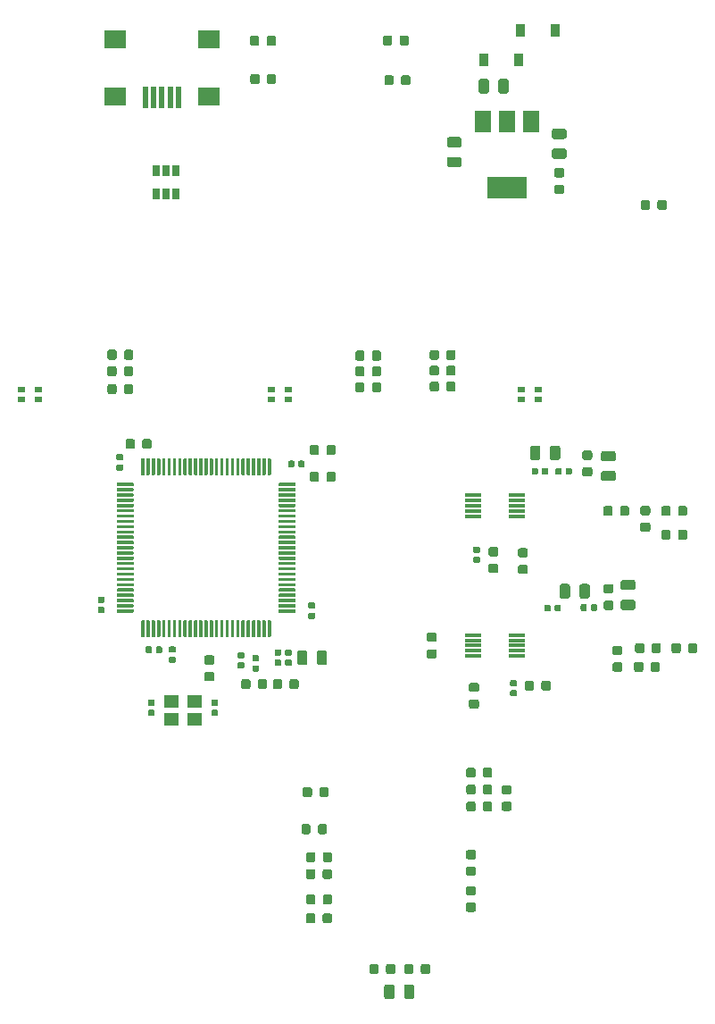
<source format=gtp>
G04 #@! TF.GenerationSoftware,KiCad,Pcbnew,(5.1.5-0-10_14)*
G04 #@! TF.CreationDate,2021-04-10T11:01:01-04:00*
G04 #@! TF.ProjectId,E90,4539302e-6b69-4636-9164-5f7063625858,rev?*
G04 #@! TF.SameCoordinates,Original*
G04 #@! TF.FileFunction,Paste,Top*
G04 #@! TF.FilePolarity,Positive*
%FSLAX46Y46*%
G04 Gerber Fmt 4.6, Leading zero omitted, Abs format (unit mm)*
G04 Created by KiCad (PCBNEW (5.1.5-0-10_14)) date 2021-04-10 11:01:01*
%MOMM*%
%LPD*%
G04 APERTURE LIST*
%ADD10C,0.100000*%
%ADD11R,0.900000X1.200000*%
%ADD12R,0.800000X0.550000*%
%ADD13R,1.400000X1.200000*%
%ADD14R,0.500000X2.000000*%
%ADD15R,2.000000X1.700000*%
%ADD16R,3.800000X2.000000*%
%ADD17R,1.500000X2.000000*%
%ADD18R,1.500000X0.300000*%
%ADD19R,0.650000X1.060000*%
G04 APERTURE END LIST*
D10*
G36*
X73826958Y-87005710D02*
G01*
X73841276Y-87007834D01*
X73855317Y-87011351D01*
X73868946Y-87016228D01*
X73882031Y-87022417D01*
X73894447Y-87029858D01*
X73906073Y-87038481D01*
X73916798Y-87048202D01*
X73926519Y-87058927D01*
X73935142Y-87070553D01*
X73942583Y-87082969D01*
X73948772Y-87096054D01*
X73953649Y-87109683D01*
X73957166Y-87123724D01*
X73959290Y-87138042D01*
X73960000Y-87152500D01*
X73960000Y-87447500D01*
X73959290Y-87461958D01*
X73957166Y-87476276D01*
X73953649Y-87490317D01*
X73948772Y-87503946D01*
X73942583Y-87517031D01*
X73935142Y-87529447D01*
X73926519Y-87541073D01*
X73916798Y-87551798D01*
X73906073Y-87561519D01*
X73894447Y-87570142D01*
X73882031Y-87577583D01*
X73868946Y-87583772D01*
X73855317Y-87588649D01*
X73841276Y-87592166D01*
X73826958Y-87594290D01*
X73812500Y-87595000D01*
X73467500Y-87595000D01*
X73453042Y-87594290D01*
X73438724Y-87592166D01*
X73424683Y-87588649D01*
X73411054Y-87583772D01*
X73397969Y-87577583D01*
X73385553Y-87570142D01*
X73373927Y-87561519D01*
X73363202Y-87551798D01*
X73353481Y-87541073D01*
X73344858Y-87529447D01*
X73337417Y-87517031D01*
X73331228Y-87503946D01*
X73326351Y-87490317D01*
X73322834Y-87476276D01*
X73320710Y-87461958D01*
X73320000Y-87447500D01*
X73320000Y-87152500D01*
X73320710Y-87138042D01*
X73322834Y-87123724D01*
X73326351Y-87109683D01*
X73331228Y-87096054D01*
X73337417Y-87082969D01*
X73344858Y-87070553D01*
X73353481Y-87058927D01*
X73363202Y-87048202D01*
X73373927Y-87038481D01*
X73385553Y-87029858D01*
X73397969Y-87022417D01*
X73411054Y-87016228D01*
X73424683Y-87011351D01*
X73438724Y-87007834D01*
X73453042Y-87005710D01*
X73467500Y-87005000D01*
X73812500Y-87005000D01*
X73826958Y-87005710D01*
G37*
G36*
X73826958Y-87975710D02*
G01*
X73841276Y-87977834D01*
X73855317Y-87981351D01*
X73868946Y-87986228D01*
X73882031Y-87992417D01*
X73894447Y-87999858D01*
X73906073Y-88008481D01*
X73916798Y-88018202D01*
X73926519Y-88028927D01*
X73935142Y-88040553D01*
X73942583Y-88052969D01*
X73948772Y-88066054D01*
X73953649Y-88079683D01*
X73957166Y-88093724D01*
X73959290Y-88108042D01*
X73960000Y-88122500D01*
X73960000Y-88417500D01*
X73959290Y-88431958D01*
X73957166Y-88446276D01*
X73953649Y-88460317D01*
X73948772Y-88473946D01*
X73942583Y-88487031D01*
X73935142Y-88499447D01*
X73926519Y-88511073D01*
X73916798Y-88521798D01*
X73906073Y-88531519D01*
X73894447Y-88540142D01*
X73882031Y-88547583D01*
X73868946Y-88553772D01*
X73855317Y-88558649D01*
X73841276Y-88562166D01*
X73826958Y-88564290D01*
X73812500Y-88565000D01*
X73467500Y-88565000D01*
X73453042Y-88564290D01*
X73438724Y-88562166D01*
X73424683Y-88558649D01*
X73411054Y-88553772D01*
X73397969Y-88547583D01*
X73385553Y-88540142D01*
X73373927Y-88531519D01*
X73363202Y-88521798D01*
X73353481Y-88511073D01*
X73344858Y-88499447D01*
X73337417Y-88487031D01*
X73331228Y-88473946D01*
X73326351Y-88460317D01*
X73322834Y-88446276D01*
X73320710Y-88431958D01*
X73320000Y-88417500D01*
X73320000Y-88122500D01*
X73320710Y-88108042D01*
X73322834Y-88093724D01*
X73326351Y-88079683D01*
X73331228Y-88066054D01*
X73337417Y-88052969D01*
X73344858Y-88040553D01*
X73353481Y-88028927D01*
X73363202Y-88018202D01*
X73373927Y-88008481D01*
X73385553Y-87999858D01*
X73397969Y-87992417D01*
X73411054Y-87986228D01*
X73424683Y-87981351D01*
X73438724Y-87977834D01*
X73453042Y-87975710D01*
X73467500Y-87975000D01*
X73812500Y-87975000D01*
X73826958Y-87975710D01*
G37*
G36*
X92960142Y-39801174D02*
G01*
X92983803Y-39804684D01*
X93007007Y-39810496D01*
X93029529Y-39818554D01*
X93051153Y-39828782D01*
X93071670Y-39841079D01*
X93090883Y-39855329D01*
X93108607Y-39871393D01*
X93124671Y-39889117D01*
X93138921Y-39908330D01*
X93151218Y-39928847D01*
X93161446Y-39950471D01*
X93169504Y-39972993D01*
X93175316Y-39996197D01*
X93178826Y-40019858D01*
X93180000Y-40043750D01*
X93180000Y-40531250D01*
X93178826Y-40555142D01*
X93175316Y-40578803D01*
X93169504Y-40602007D01*
X93161446Y-40624529D01*
X93151218Y-40646153D01*
X93138921Y-40666670D01*
X93124671Y-40685883D01*
X93108607Y-40703607D01*
X93090883Y-40719671D01*
X93071670Y-40733921D01*
X93051153Y-40746218D01*
X93029529Y-40756446D01*
X93007007Y-40764504D01*
X92983803Y-40770316D01*
X92960142Y-40773826D01*
X92936250Y-40775000D01*
X92023750Y-40775000D01*
X91999858Y-40773826D01*
X91976197Y-40770316D01*
X91952993Y-40764504D01*
X91930471Y-40756446D01*
X91908847Y-40746218D01*
X91888330Y-40733921D01*
X91869117Y-40719671D01*
X91851393Y-40703607D01*
X91835329Y-40685883D01*
X91821079Y-40666670D01*
X91808782Y-40646153D01*
X91798554Y-40624529D01*
X91790496Y-40602007D01*
X91784684Y-40578803D01*
X91781174Y-40555142D01*
X91780000Y-40531250D01*
X91780000Y-40043750D01*
X91781174Y-40019858D01*
X91784684Y-39996197D01*
X91790496Y-39972993D01*
X91798554Y-39950471D01*
X91808782Y-39928847D01*
X91821079Y-39908330D01*
X91835329Y-39889117D01*
X91851393Y-39871393D01*
X91869117Y-39855329D01*
X91888330Y-39841079D01*
X91908847Y-39828782D01*
X91930471Y-39818554D01*
X91952993Y-39810496D01*
X91976197Y-39804684D01*
X91999858Y-39801174D01*
X92023750Y-39800000D01*
X92936250Y-39800000D01*
X92960142Y-39801174D01*
G37*
G36*
X92960142Y-37926174D02*
G01*
X92983803Y-37929684D01*
X93007007Y-37935496D01*
X93029529Y-37943554D01*
X93051153Y-37953782D01*
X93071670Y-37966079D01*
X93090883Y-37980329D01*
X93108607Y-37996393D01*
X93124671Y-38014117D01*
X93138921Y-38033330D01*
X93151218Y-38053847D01*
X93161446Y-38075471D01*
X93169504Y-38097993D01*
X93175316Y-38121197D01*
X93178826Y-38144858D01*
X93180000Y-38168750D01*
X93180000Y-38656250D01*
X93178826Y-38680142D01*
X93175316Y-38703803D01*
X93169504Y-38727007D01*
X93161446Y-38749529D01*
X93151218Y-38771153D01*
X93138921Y-38791670D01*
X93124671Y-38810883D01*
X93108607Y-38828607D01*
X93090883Y-38844671D01*
X93071670Y-38858921D01*
X93051153Y-38871218D01*
X93029529Y-38881446D01*
X93007007Y-38889504D01*
X92983803Y-38895316D01*
X92960142Y-38898826D01*
X92936250Y-38900000D01*
X92023750Y-38900000D01*
X91999858Y-38898826D01*
X91976197Y-38895316D01*
X91952993Y-38889504D01*
X91930471Y-38881446D01*
X91908847Y-38871218D01*
X91888330Y-38858921D01*
X91869117Y-38844671D01*
X91851393Y-38828607D01*
X91835329Y-38810883D01*
X91821079Y-38791670D01*
X91808782Y-38771153D01*
X91798554Y-38749529D01*
X91790496Y-38727007D01*
X91784684Y-38703803D01*
X91781174Y-38680142D01*
X91780000Y-38656250D01*
X91780000Y-38168750D01*
X91781174Y-38144858D01*
X91784684Y-38121197D01*
X91790496Y-38097993D01*
X91798554Y-38075471D01*
X91808782Y-38053847D01*
X91821079Y-38033330D01*
X91835329Y-38014117D01*
X91851393Y-37996393D01*
X91869117Y-37980329D01*
X91888330Y-37966079D01*
X91908847Y-37953782D01*
X91930471Y-37943554D01*
X91952993Y-37935496D01*
X91976197Y-37929684D01*
X91999858Y-37926174D01*
X92023750Y-37925000D01*
X92936250Y-37925000D01*
X92960142Y-37926174D01*
G37*
G36*
X102910142Y-39003174D02*
G01*
X102933803Y-39006684D01*
X102957007Y-39012496D01*
X102979529Y-39020554D01*
X103001153Y-39030782D01*
X103021670Y-39043079D01*
X103040883Y-39057329D01*
X103058607Y-39073393D01*
X103074671Y-39091117D01*
X103088921Y-39110330D01*
X103101218Y-39130847D01*
X103111446Y-39152471D01*
X103119504Y-39174993D01*
X103125316Y-39198197D01*
X103128826Y-39221858D01*
X103130000Y-39245750D01*
X103130000Y-39733250D01*
X103128826Y-39757142D01*
X103125316Y-39780803D01*
X103119504Y-39804007D01*
X103111446Y-39826529D01*
X103101218Y-39848153D01*
X103088921Y-39868670D01*
X103074671Y-39887883D01*
X103058607Y-39905607D01*
X103040883Y-39921671D01*
X103021670Y-39935921D01*
X103001153Y-39948218D01*
X102979529Y-39958446D01*
X102957007Y-39966504D01*
X102933803Y-39972316D01*
X102910142Y-39975826D01*
X102886250Y-39977000D01*
X101973750Y-39977000D01*
X101949858Y-39975826D01*
X101926197Y-39972316D01*
X101902993Y-39966504D01*
X101880471Y-39958446D01*
X101858847Y-39948218D01*
X101838330Y-39935921D01*
X101819117Y-39921671D01*
X101801393Y-39905607D01*
X101785329Y-39887883D01*
X101771079Y-39868670D01*
X101758782Y-39848153D01*
X101748554Y-39826529D01*
X101740496Y-39804007D01*
X101734684Y-39780803D01*
X101731174Y-39757142D01*
X101730000Y-39733250D01*
X101730000Y-39245750D01*
X101731174Y-39221858D01*
X101734684Y-39198197D01*
X101740496Y-39174993D01*
X101748554Y-39152471D01*
X101758782Y-39130847D01*
X101771079Y-39110330D01*
X101785329Y-39091117D01*
X101801393Y-39073393D01*
X101819117Y-39057329D01*
X101838330Y-39043079D01*
X101858847Y-39030782D01*
X101880471Y-39020554D01*
X101902993Y-39012496D01*
X101926197Y-39006684D01*
X101949858Y-39003174D01*
X101973750Y-39002000D01*
X102886250Y-39002000D01*
X102910142Y-39003174D01*
G37*
G36*
X102910142Y-37128174D02*
G01*
X102933803Y-37131684D01*
X102957007Y-37137496D01*
X102979529Y-37145554D01*
X103001153Y-37155782D01*
X103021670Y-37168079D01*
X103040883Y-37182329D01*
X103058607Y-37198393D01*
X103074671Y-37216117D01*
X103088921Y-37235330D01*
X103101218Y-37255847D01*
X103111446Y-37277471D01*
X103119504Y-37299993D01*
X103125316Y-37323197D01*
X103128826Y-37346858D01*
X103130000Y-37370750D01*
X103130000Y-37858250D01*
X103128826Y-37882142D01*
X103125316Y-37905803D01*
X103119504Y-37929007D01*
X103111446Y-37951529D01*
X103101218Y-37973153D01*
X103088921Y-37993670D01*
X103074671Y-38012883D01*
X103058607Y-38030607D01*
X103040883Y-38046671D01*
X103021670Y-38060921D01*
X103001153Y-38073218D01*
X102979529Y-38083446D01*
X102957007Y-38091504D01*
X102933803Y-38097316D01*
X102910142Y-38100826D01*
X102886250Y-38102000D01*
X101973750Y-38102000D01*
X101949858Y-38100826D01*
X101926197Y-38097316D01*
X101902993Y-38091504D01*
X101880471Y-38083446D01*
X101858847Y-38073218D01*
X101838330Y-38060921D01*
X101819117Y-38046671D01*
X101801393Y-38030607D01*
X101785329Y-38012883D01*
X101771079Y-37993670D01*
X101758782Y-37973153D01*
X101748554Y-37951529D01*
X101740496Y-37929007D01*
X101734684Y-37905803D01*
X101731174Y-37882142D01*
X101730000Y-37858250D01*
X101730000Y-37370750D01*
X101731174Y-37346858D01*
X101734684Y-37323197D01*
X101740496Y-37299993D01*
X101748554Y-37277471D01*
X101758782Y-37255847D01*
X101771079Y-37235330D01*
X101785329Y-37216117D01*
X101801393Y-37198393D01*
X101819117Y-37182329D01*
X101838330Y-37168079D01*
X101858847Y-37155782D01*
X101880471Y-37145554D01*
X101902993Y-37137496D01*
X101926197Y-37131684D01*
X101949858Y-37128174D01*
X101973750Y-37127000D01*
X102886250Y-37127000D01*
X102910142Y-37128174D01*
G37*
G36*
X101246958Y-69280710D02*
G01*
X101261276Y-69282834D01*
X101275317Y-69286351D01*
X101288946Y-69291228D01*
X101302031Y-69297417D01*
X101314447Y-69304858D01*
X101326073Y-69313481D01*
X101336798Y-69323202D01*
X101346519Y-69333927D01*
X101355142Y-69345553D01*
X101362583Y-69357969D01*
X101368772Y-69371054D01*
X101373649Y-69384683D01*
X101377166Y-69398724D01*
X101379290Y-69413042D01*
X101380000Y-69427500D01*
X101380000Y-69772500D01*
X101379290Y-69786958D01*
X101377166Y-69801276D01*
X101373649Y-69815317D01*
X101368772Y-69828946D01*
X101362583Y-69842031D01*
X101355142Y-69854447D01*
X101346519Y-69866073D01*
X101336798Y-69876798D01*
X101326073Y-69886519D01*
X101314447Y-69895142D01*
X101302031Y-69902583D01*
X101288946Y-69908772D01*
X101275317Y-69913649D01*
X101261276Y-69917166D01*
X101246958Y-69919290D01*
X101232500Y-69920000D01*
X100937500Y-69920000D01*
X100923042Y-69919290D01*
X100908724Y-69917166D01*
X100894683Y-69913649D01*
X100881054Y-69908772D01*
X100867969Y-69902583D01*
X100855553Y-69895142D01*
X100843927Y-69886519D01*
X100833202Y-69876798D01*
X100823481Y-69866073D01*
X100814858Y-69854447D01*
X100807417Y-69842031D01*
X100801228Y-69828946D01*
X100796351Y-69815317D01*
X100792834Y-69801276D01*
X100790710Y-69786958D01*
X100790000Y-69772500D01*
X100790000Y-69427500D01*
X100790710Y-69413042D01*
X100792834Y-69398724D01*
X100796351Y-69384683D01*
X100801228Y-69371054D01*
X100807417Y-69357969D01*
X100814858Y-69345553D01*
X100823481Y-69333927D01*
X100833202Y-69323202D01*
X100843927Y-69313481D01*
X100855553Y-69304858D01*
X100867969Y-69297417D01*
X100881054Y-69291228D01*
X100894683Y-69286351D01*
X100908724Y-69282834D01*
X100923042Y-69280710D01*
X100937500Y-69280000D01*
X101232500Y-69280000D01*
X101246958Y-69280710D01*
G37*
G36*
X100276958Y-69280710D02*
G01*
X100291276Y-69282834D01*
X100305317Y-69286351D01*
X100318946Y-69291228D01*
X100332031Y-69297417D01*
X100344447Y-69304858D01*
X100356073Y-69313481D01*
X100366798Y-69323202D01*
X100376519Y-69333927D01*
X100385142Y-69345553D01*
X100392583Y-69357969D01*
X100398772Y-69371054D01*
X100403649Y-69384683D01*
X100407166Y-69398724D01*
X100409290Y-69413042D01*
X100410000Y-69427500D01*
X100410000Y-69772500D01*
X100409290Y-69786958D01*
X100407166Y-69801276D01*
X100403649Y-69815317D01*
X100398772Y-69828946D01*
X100392583Y-69842031D01*
X100385142Y-69854447D01*
X100376519Y-69866073D01*
X100366798Y-69876798D01*
X100356073Y-69886519D01*
X100344447Y-69895142D01*
X100332031Y-69902583D01*
X100318946Y-69908772D01*
X100305317Y-69913649D01*
X100291276Y-69917166D01*
X100276958Y-69919290D01*
X100262500Y-69920000D01*
X99967500Y-69920000D01*
X99953042Y-69919290D01*
X99938724Y-69917166D01*
X99924683Y-69913649D01*
X99911054Y-69908772D01*
X99897969Y-69902583D01*
X99885553Y-69895142D01*
X99873927Y-69886519D01*
X99863202Y-69876798D01*
X99853481Y-69866073D01*
X99844858Y-69854447D01*
X99837417Y-69842031D01*
X99831228Y-69828946D01*
X99826351Y-69815317D01*
X99822834Y-69801276D01*
X99820710Y-69786958D01*
X99820000Y-69772500D01*
X99820000Y-69427500D01*
X99820710Y-69413042D01*
X99822834Y-69398724D01*
X99826351Y-69384683D01*
X99831228Y-69371054D01*
X99837417Y-69357969D01*
X99844858Y-69345553D01*
X99853481Y-69333927D01*
X99863202Y-69323202D01*
X99873927Y-69313481D01*
X99885553Y-69304858D01*
X99897969Y-69297417D01*
X99911054Y-69291228D01*
X99924683Y-69286351D01*
X99938724Y-69282834D01*
X99953042Y-69280710D01*
X99967500Y-69280000D01*
X100262500Y-69280000D01*
X100276958Y-69280710D01*
G37*
G36*
X105377691Y-67626053D02*
G01*
X105398926Y-67629203D01*
X105419750Y-67634419D01*
X105439962Y-67641651D01*
X105459368Y-67650830D01*
X105477781Y-67661866D01*
X105495024Y-67674654D01*
X105510930Y-67689070D01*
X105525346Y-67704976D01*
X105538134Y-67722219D01*
X105549170Y-67740632D01*
X105558349Y-67760038D01*
X105565581Y-67780250D01*
X105570797Y-67801074D01*
X105573947Y-67822309D01*
X105575000Y-67843750D01*
X105575000Y-68281250D01*
X105573947Y-68302691D01*
X105570797Y-68323926D01*
X105565581Y-68344750D01*
X105558349Y-68364962D01*
X105549170Y-68384368D01*
X105538134Y-68402781D01*
X105525346Y-68420024D01*
X105510930Y-68435930D01*
X105495024Y-68450346D01*
X105477781Y-68463134D01*
X105459368Y-68474170D01*
X105439962Y-68483349D01*
X105419750Y-68490581D01*
X105398926Y-68495797D01*
X105377691Y-68498947D01*
X105356250Y-68500000D01*
X104843750Y-68500000D01*
X104822309Y-68498947D01*
X104801074Y-68495797D01*
X104780250Y-68490581D01*
X104760038Y-68483349D01*
X104740632Y-68474170D01*
X104722219Y-68463134D01*
X104704976Y-68450346D01*
X104689070Y-68435930D01*
X104674654Y-68420024D01*
X104661866Y-68402781D01*
X104650830Y-68384368D01*
X104641651Y-68364962D01*
X104634419Y-68344750D01*
X104629203Y-68323926D01*
X104626053Y-68302691D01*
X104625000Y-68281250D01*
X104625000Y-67843750D01*
X104626053Y-67822309D01*
X104629203Y-67801074D01*
X104634419Y-67780250D01*
X104641651Y-67760038D01*
X104650830Y-67740632D01*
X104661866Y-67722219D01*
X104674654Y-67704976D01*
X104689070Y-67689070D01*
X104704976Y-67674654D01*
X104722219Y-67661866D01*
X104740632Y-67650830D01*
X104760038Y-67641651D01*
X104780250Y-67634419D01*
X104801074Y-67629203D01*
X104822309Y-67626053D01*
X104843750Y-67625000D01*
X105356250Y-67625000D01*
X105377691Y-67626053D01*
G37*
G36*
X105377691Y-69201053D02*
G01*
X105398926Y-69204203D01*
X105419750Y-69209419D01*
X105439962Y-69216651D01*
X105459368Y-69225830D01*
X105477781Y-69236866D01*
X105495024Y-69249654D01*
X105510930Y-69264070D01*
X105525346Y-69279976D01*
X105538134Y-69297219D01*
X105549170Y-69315632D01*
X105558349Y-69335038D01*
X105565581Y-69355250D01*
X105570797Y-69376074D01*
X105573947Y-69397309D01*
X105575000Y-69418750D01*
X105575000Y-69856250D01*
X105573947Y-69877691D01*
X105570797Y-69898926D01*
X105565581Y-69919750D01*
X105558349Y-69939962D01*
X105549170Y-69959368D01*
X105538134Y-69977781D01*
X105525346Y-69995024D01*
X105510930Y-70010930D01*
X105495024Y-70025346D01*
X105477781Y-70038134D01*
X105459368Y-70049170D01*
X105439962Y-70058349D01*
X105419750Y-70065581D01*
X105398926Y-70070797D01*
X105377691Y-70073947D01*
X105356250Y-70075000D01*
X104843750Y-70075000D01*
X104822309Y-70073947D01*
X104801074Y-70070797D01*
X104780250Y-70065581D01*
X104760038Y-70058349D01*
X104740632Y-70049170D01*
X104722219Y-70038134D01*
X104704976Y-70025346D01*
X104689070Y-70010930D01*
X104674654Y-69995024D01*
X104661866Y-69977781D01*
X104650830Y-69959368D01*
X104641651Y-69939962D01*
X104634419Y-69919750D01*
X104629203Y-69898926D01*
X104626053Y-69877691D01*
X104625000Y-69856250D01*
X104625000Y-69418750D01*
X104626053Y-69397309D01*
X104629203Y-69376074D01*
X104634419Y-69355250D01*
X104641651Y-69335038D01*
X104650830Y-69315632D01*
X104661866Y-69297219D01*
X104674654Y-69279976D01*
X104689070Y-69264070D01*
X104704976Y-69249654D01*
X104722219Y-69236866D01*
X104740632Y-69225830D01*
X104760038Y-69216651D01*
X104780250Y-69209419D01*
X104801074Y-69204203D01*
X104822309Y-69201053D01*
X104843750Y-69200000D01*
X105356250Y-69200000D01*
X105377691Y-69201053D01*
G37*
G36*
X103496958Y-69280710D02*
G01*
X103511276Y-69282834D01*
X103525317Y-69286351D01*
X103538946Y-69291228D01*
X103552031Y-69297417D01*
X103564447Y-69304858D01*
X103576073Y-69313481D01*
X103586798Y-69323202D01*
X103596519Y-69333927D01*
X103605142Y-69345553D01*
X103612583Y-69357969D01*
X103618772Y-69371054D01*
X103623649Y-69384683D01*
X103627166Y-69398724D01*
X103629290Y-69413042D01*
X103630000Y-69427500D01*
X103630000Y-69772500D01*
X103629290Y-69786958D01*
X103627166Y-69801276D01*
X103623649Y-69815317D01*
X103618772Y-69828946D01*
X103612583Y-69842031D01*
X103605142Y-69854447D01*
X103596519Y-69866073D01*
X103586798Y-69876798D01*
X103576073Y-69886519D01*
X103564447Y-69895142D01*
X103552031Y-69902583D01*
X103538946Y-69908772D01*
X103525317Y-69913649D01*
X103511276Y-69917166D01*
X103496958Y-69919290D01*
X103482500Y-69920000D01*
X103187500Y-69920000D01*
X103173042Y-69919290D01*
X103158724Y-69917166D01*
X103144683Y-69913649D01*
X103131054Y-69908772D01*
X103117969Y-69902583D01*
X103105553Y-69895142D01*
X103093927Y-69886519D01*
X103083202Y-69876798D01*
X103073481Y-69866073D01*
X103064858Y-69854447D01*
X103057417Y-69842031D01*
X103051228Y-69828946D01*
X103046351Y-69815317D01*
X103042834Y-69801276D01*
X103040710Y-69786958D01*
X103040000Y-69772500D01*
X103040000Y-69427500D01*
X103040710Y-69413042D01*
X103042834Y-69398724D01*
X103046351Y-69384683D01*
X103051228Y-69371054D01*
X103057417Y-69357969D01*
X103064858Y-69345553D01*
X103073481Y-69333927D01*
X103083202Y-69323202D01*
X103093927Y-69313481D01*
X103105553Y-69304858D01*
X103117969Y-69297417D01*
X103131054Y-69291228D01*
X103144683Y-69286351D01*
X103158724Y-69282834D01*
X103173042Y-69280710D01*
X103187500Y-69280000D01*
X103482500Y-69280000D01*
X103496958Y-69280710D01*
G37*
G36*
X102526958Y-69280710D02*
G01*
X102541276Y-69282834D01*
X102555317Y-69286351D01*
X102568946Y-69291228D01*
X102582031Y-69297417D01*
X102594447Y-69304858D01*
X102606073Y-69313481D01*
X102616798Y-69323202D01*
X102626519Y-69333927D01*
X102635142Y-69345553D01*
X102642583Y-69357969D01*
X102648772Y-69371054D01*
X102653649Y-69384683D01*
X102657166Y-69398724D01*
X102659290Y-69413042D01*
X102660000Y-69427500D01*
X102660000Y-69772500D01*
X102659290Y-69786958D01*
X102657166Y-69801276D01*
X102653649Y-69815317D01*
X102648772Y-69828946D01*
X102642583Y-69842031D01*
X102635142Y-69854447D01*
X102626519Y-69866073D01*
X102616798Y-69876798D01*
X102606073Y-69886519D01*
X102594447Y-69895142D01*
X102582031Y-69902583D01*
X102568946Y-69908772D01*
X102555317Y-69913649D01*
X102541276Y-69917166D01*
X102526958Y-69919290D01*
X102512500Y-69920000D01*
X102217500Y-69920000D01*
X102203042Y-69919290D01*
X102188724Y-69917166D01*
X102174683Y-69913649D01*
X102161054Y-69908772D01*
X102147969Y-69902583D01*
X102135553Y-69895142D01*
X102123927Y-69886519D01*
X102113202Y-69876798D01*
X102103481Y-69866073D01*
X102094858Y-69854447D01*
X102087417Y-69842031D01*
X102081228Y-69828946D01*
X102076351Y-69815317D01*
X102072834Y-69801276D01*
X102070710Y-69786958D01*
X102070000Y-69772500D01*
X102070000Y-69427500D01*
X102070710Y-69413042D01*
X102072834Y-69398724D01*
X102076351Y-69384683D01*
X102081228Y-69371054D01*
X102087417Y-69357969D01*
X102094858Y-69345553D01*
X102103481Y-69333927D01*
X102113202Y-69323202D01*
X102123927Y-69313481D01*
X102135553Y-69304858D01*
X102147969Y-69297417D01*
X102161054Y-69291228D01*
X102174683Y-69286351D01*
X102188724Y-69282834D01*
X102203042Y-69280710D01*
X102217500Y-69280000D01*
X102512500Y-69280000D01*
X102526958Y-69280710D01*
G37*
G36*
X97727691Y-100901053D02*
G01*
X97748926Y-100904203D01*
X97769750Y-100909419D01*
X97789962Y-100916651D01*
X97809368Y-100925830D01*
X97827781Y-100936866D01*
X97845024Y-100949654D01*
X97860930Y-100964070D01*
X97875346Y-100979976D01*
X97888134Y-100997219D01*
X97899170Y-101015632D01*
X97908349Y-101035038D01*
X97915581Y-101055250D01*
X97920797Y-101076074D01*
X97923947Y-101097309D01*
X97925000Y-101118750D01*
X97925000Y-101556250D01*
X97923947Y-101577691D01*
X97920797Y-101598926D01*
X97915581Y-101619750D01*
X97908349Y-101639962D01*
X97899170Y-101659368D01*
X97888134Y-101677781D01*
X97875346Y-101695024D01*
X97860930Y-101710930D01*
X97845024Y-101725346D01*
X97827781Y-101738134D01*
X97809368Y-101749170D01*
X97789962Y-101758349D01*
X97769750Y-101765581D01*
X97748926Y-101770797D01*
X97727691Y-101773947D01*
X97706250Y-101775000D01*
X97193750Y-101775000D01*
X97172309Y-101773947D01*
X97151074Y-101770797D01*
X97130250Y-101765581D01*
X97110038Y-101758349D01*
X97090632Y-101749170D01*
X97072219Y-101738134D01*
X97054976Y-101725346D01*
X97039070Y-101710930D01*
X97024654Y-101695024D01*
X97011866Y-101677781D01*
X97000830Y-101659368D01*
X96991651Y-101639962D01*
X96984419Y-101619750D01*
X96979203Y-101598926D01*
X96976053Y-101577691D01*
X96975000Y-101556250D01*
X96975000Y-101118750D01*
X96976053Y-101097309D01*
X96979203Y-101076074D01*
X96984419Y-101055250D01*
X96991651Y-101035038D01*
X97000830Y-101015632D01*
X97011866Y-100997219D01*
X97024654Y-100979976D01*
X97039070Y-100964070D01*
X97054976Y-100949654D01*
X97072219Y-100936866D01*
X97090632Y-100925830D01*
X97110038Y-100916651D01*
X97130250Y-100909419D01*
X97151074Y-100904203D01*
X97172309Y-100901053D01*
X97193750Y-100900000D01*
X97706250Y-100900000D01*
X97727691Y-100901053D01*
G37*
G36*
X97727691Y-99326053D02*
G01*
X97748926Y-99329203D01*
X97769750Y-99334419D01*
X97789962Y-99341651D01*
X97809368Y-99350830D01*
X97827781Y-99361866D01*
X97845024Y-99374654D01*
X97860930Y-99389070D01*
X97875346Y-99404976D01*
X97888134Y-99422219D01*
X97899170Y-99440632D01*
X97908349Y-99460038D01*
X97915581Y-99480250D01*
X97920797Y-99501074D01*
X97923947Y-99522309D01*
X97925000Y-99543750D01*
X97925000Y-99981250D01*
X97923947Y-100002691D01*
X97920797Y-100023926D01*
X97915581Y-100044750D01*
X97908349Y-100064962D01*
X97899170Y-100084368D01*
X97888134Y-100102781D01*
X97875346Y-100120024D01*
X97860930Y-100135930D01*
X97845024Y-100150346D01*
X97827781Y-100163134D01*
X97809368Y-100174170D01*
X97789962Y-100183349D01*
X97769750Y-100190581D01*
X97748926Y-100195797D01*
X97727691Y-100198947D01*
X97706250Y-100200000D01*
X97193750Y-100200000D01*
X97172309Y-100198947D01*
X97151074Y-100195797D01*
X97130250Y-100190581D01*
X97110038Y-100183349D01*
X97090632Y-100174170D01*
X97072219Y-100163134D01*
X97054976Y-100150346D01*
X97039070Y-100135930D01*
X97024654Y-100120024D01*
X97011866Y-100102781D01*
X97000830Y-100084368D01*
X96991651Y-100064962D01*
X96984419Y-100044750D01*
X96979203Y-100023926D01*
X96976053Y-100002691D01*
X96975000Y-99981250D01*
X96975000Y-99543750D01*
X96976053Y-99522309D01*
X96979203Y-99501074D01*
X96984419Y-99480250D01*
X96991651Y-99460038D01*
X97000830Y-99440632D01*
X97011866Y-99422219D01*
X97024654Y-99404976D01*
X97039070Y-99389070D01*
X97054976Y-99374654D01*
X97072219Y-99361866D01*
X97090632Y-99350830D01*
X97110038Y-99341651D01*
X97130250Y-99334419D01*
X97151074Y-99329203D01*
X97172309Y-99326053D01*
X97193750Y-99325000D01*
X97706250Y-99325000D01*
X97727691Y-99326053D01*
G37*
G36*
X107302691Y-72876053D02*
G01*
X107323926Y-72879203D01*
X107344750Y-72884419D01*
X107364962Y-72891651D01*
X107384368Y-72900830D01*
X107402781Y-72911866D01*
X107420024Y-72924654D01*
X107435930Y-72939070D01*
X107450346Y-72954976D01*
X107463134Y-72972219D01*
X107474170Y-72990632D01*
X107483349Y-73010038D01*
X107490581Y-73030250D01*
X107495797Y-73051074D01*
X107498947Y-73072309D01*
X107500000Y-73093750D01*
X107500000Y-73606250D01*
X107498947Y-73627691D01*
X107495797Y-73648926D01*
X107490581Y-73669750D01*
X107483349Y-73689962D01*
X107474170Y-73709368D01*
X107463134Y-73727781D01*
X107450346Y-73745024D01*
X107435930Y-73760930D01*
X107420024Y-73775346D01*
X107402781Y-73788134D01*
X107384368Y-73799170D01*
X107364962Y-73808349D01*
X107344750Y-73815581D01*
X107323926Y-73820797D01*
X107302691Y-73823947D01*
X107281250Y-73825000D01*
X106843750Y-73825000D01*
X106822309Y-73823947D01*
X106801074Y-73820797D01*
X106780250Y-73815581D01*
X106760038Y-73808349D01*
X106740632Y-73799170D01*
X106722219Y-73788134D01*
X106704976Y-73775346D01*
X106689070Y-73760930D01*
X106674654Y-73745024D01*
X106661866Y-73727781D01*
X106650830Y-73709368D01*
X106641651Y-73689962D01*
X106634419Y-73669750D01*
X106629203Y-73648926D01*
X106626053Y-73627691D01*
X106625000Y-73606250D01*
X106625000Y-73093750D01*
X106626053Y-73072309D01*
X106629203Y-73051074D01*
X106634419Y-73030250D01*
X106641651Y-73010038D01*
X106650830Y-72990632D01*
X106661866Y-72972219D01*
X106674654Y-72954976D01*
X106689070Y-72939070D01*
X106704976Y-72924654D01*
X106722219Y-72911866D01*
X106740632Y-72900830D01*
X106760038Y-72891651D01*
X106780250Y-72884419D01*
X106801074Y-72879203D01*
X106822309Y-72876053D01*
X106843750Y-72875000D01*
X107281250Y-72875000D01*
X107302691Y-72876053D01*
G37*
G36*
X108877691Y-72876053D02*
G01*
X108898926Y-72879203D01*
X108919750Y-72884419D01*
X108939962Y-72891651D01*
X108959368Y-72900830D01*
X108977781Y-72911866D01*
X108995024Y-72924654D01*
X109010930Y-72939070D01*
X109025346Y-72954976D01*
X109038134Y-72972219D01*
X109049170Y-72990632D01*
X109058349Y-73010038D01*
X109065581Y-73030250D01*
X109070797Y-73051074D01*
X109073947Y-73072309D01*
X109075000Y-73093750D01*
X109075000Y-73606250D01*
X109073947Y-73627691D01*
X109070797Y-73648926D01*
X109065581Y-73669750D01*
X109058349Y-73689962D01*
X109049170Y-73709368D01*
X109038134Y-73727781D01*
X109025346Y-73745024D01*
X109010930Y-73760930D01*
X108995024Y-73775346D01*
X108977781Y-73788134D01*
X108959368Y-73799170D01*
X108939962Y-73808349D01*
X108919750Y-73815581D01*
X108898926Y-73820797D01*
X108877691Y-73823947D01*
X108856250Y-73825000D01*
X108418750Y-73825000D01*
X108397309Y-73823947D01*
X108376074Y-73820797D01*
X108355250Y-73815581D01*
X108335038Y-73808349D01*
X108315632Y-73799170D01*
X108297219Y-73788134D01*
X108279976Y-73775346D01*
X108264070Y-73760930D01*
X108249654Y-73745024D01*
X108236866Y-73727781D01*
X108225830Y-73709368D01*
X108216651Y-73689962D01*
X108209419Y-73669750D01*
X108204203Y-73648926D01*
X108201053Y-73627691D01*
X108200000Y-73606250D01*
X108200000Y-73093750D01*
X108201053Y-73072309D01*
X108204203Y-73051074D01*
X108209419Y-73030250D01*
X108216651Y-73010038D01*
X108225830Y-72990632D01*
X108236866Y-72972219D01*
X108249654Y-72954976D01*
X108264070Y-72939070D01*
X108279976Y-72924654D01*
X108297219Y-72911866D01*
X108315632Y-72900830D01*
X108335038Y-72891651D01*
X108355250Y-72884419D01*
X108376074Y-72879203D01*
X108397309Y-72876053D01*
X108418750Y-72875000D01*
X108856250Y-72875000D01*
X108877691Y-72876053D01*
G37*
G36*
X94786958Y-77690710D02*
G01*
X94801276Y-77692834D01*
X94815317Y-77696351D01*
X94828946Y-77701228D01*
X94842031Y-77707417D01*
X94854447Y-77714858D01*
X94866073Y-77723481D01*
X94876798Y-77733202D01*
X94886519Y-77743927D01*
X94895142Y-77755553D01*
X94902583Y-77767969D01*
X94908772Y-77781054D01*
X94913649Y-77794683D01*
X94917166Y-77808724D01*
X94919290Y-77823042D01*
X94920000Y-77837500D01*
X94920000Y-78132500D01*
X94919290Y-78146958D01*
X94917166Y-78161276D01*
X94913649Y-78175317D01*
X94908772Y-78188946D01*
X94902583Y-78202031D01*
X94895142Y-78214447D01*
X94886519Y-78226073D01*
X94876798Y-78236798D01*
X94866073Y-78246519D01*
X94854447Y-78255142D01*
X94842031Y-78262583D01*
X94828946Y-78268772D01*
X94815317Y-78273649D01*
X94801276Y-78277166D01*
X94786958Y-78279290D01*
X94772500Y-78280000D01*
X94427500Y-78280000D01*
X94413042Y-78279290D01*
X94398724Y-78277166D01*
X94384683Y-78273649D01*
X94371054Y-78268772D01*
X94357969Y-78262583D01*
X94345553Y-78255142D01*
X94333927Y-78246519D01*
X94323202Y-78236798D01*
X94313481Y-78226073D01*
X94304858Y-78214447D01*
X94297417Y-78202031D01*
X94291228Y-78188946D01*
X94286351Y-78175317D01*
X94282834Y-78161276D01*
X94280710Y-78146958D01*
X94280000Y-78132500D01*
X94280000Y-77837500D01*
X94280710Y-77823042D01*
X94282834Y-77808724D01*
X94286351Y-77794683D01*
X94291228Y-77781054D01*
X94297417Y-77767969D01*
X94304858Y-77755553D01*
X94313481Y-77743927D01*
X94323202Y-77733202D01*
X94333927Y-77723481D01*
X94345553Y-77714858D01*
X94357969Y-77707417D01*
X94371054Y-77701228D01*
X94384683Y-77696351D01*
X94398724Y-77692834D01*
X94413042Y-77690710D01*
X94427500Y-77690000D01*
X94772500Y-77690000D01*
X94786958Y-77690710D01*
G37*
G36*
X94786958Y-76720710D02*
G01*
X94801276Y-76722834D01*
X94815317Y-76726351D01*
X94828946Y-76731228D01*
X94842031Y-76737417D01*
X94854447Y-76744858D01*
X94866073Y-76753481D01*
X94876798Y-76763202D01*
X94886519Y-76773927D01*
X94895142Y-76785553D01*
X94902583Y-76797969D01*
X94908772Y-76811054D01*
X94913649Y-76824683D01*
X94917166Y-76838724D01*
X94919290Y-76853042D01*
X94920000Y-76867500D01*
X94920000Y-77162500D01*
X94919290Y-77176958D01*
X94917166Y-77191276D01*
X94913649Y-77205317D01*
X94908772Y-77218946D01*
X94902583Y-77232031D01*
X94895142Y-77244447D01*
X94886519Y-77256073D01*
X94876798Y-77266798D01*
X94866073Y-77276519D01*
X94854447Y-77285142D01*
X94842031Y-77292583D01*
X94828946Y-77298772D01*
X94815317Y-77303649D01*
X94801276Y-77307166D01*
X94786958Y-77309290D01*
X94772500Y-77310000D01*
X94427500Y-77310000D01*
X94413042Y-77309290D01*
X94398724Y-77307166D01*
X94384683Y-77303649D01*
X94371054Y-77298772D01*
X94357969Y-77292583D01*
X94345553Y-77285142D01*
X94333927Y-77276519D01*
X94323202Y-77266798D01*
X94313481Y-77256073D01*
X94304858Y-77244447D01*
X94297417Y-77232031D01*
X94291228Y-77218946D01*
X94286351Y-77205317D01*
X94282834Y-77191276D01*
X94280710Y-77176958D01*
X94280000Y-77162500D01*
X94280000Y-76867500D01*
X94280710Y-76853042D01*
X94282834Y-76838724D01*
X94286351Y-76824683D01*
X94291228Y-76811054D01*
X94297417Y-76797969D01*
X94304858Y-76785553D01*
X94313481Y-76773927D01*
X94323202Y-76763202D01*
X94333927Y-76753481D01*
X94345553Y-76744858D01*
X94357969Y-76737417D01*
X94371054Y-76731228D01*
X94384683Y-76726351D01*
X94398724Y-76722834D01*
X94413042Y-76720710D01*
X94427500Y-76720000D01*
X94772500Y-76720000D01*
X94786958Y-76720710D01*
G37*
G36*
X96477691Y-76776053D02*
G01*
X96498926Y-76779203D01*
X96519750Y-76784419D01*
X96539962Y-76791651D01*
X96559368Y-76800830D01*
X96577781Y-76811866D01*
X96595024Y-76824654D01*
X96610930Y-76839070D01*
X96625346Y-76854976D01*
X96638134Y-76872219D01*
X96649170Y-76890632D01*
X96658349Y-76910038D01*
X96665581Y-76930250D01*
X96670797Y-76951074D01*
X96673947Y-76972309D01*
X96675000Y-76993750D01*
X96675000Y-77431250D01*
X96673947Y-77452691D01*
X96670797Y-77473926D01*
X96665581Y-77494750D01*
X96658349Y-77514962D01*
X96649170Y-77534368D01*
X96638134Y-77552781D01*
X96625346Y-77570024D01*
X96610930Y-77585930D01*
X96595024Y-77600346D01*
X96577781Y-77613134D01*
X96559368Y-77624170D01*
X96539962Y-77633349D01*
X96519750Y-77640581D01*
X96498926Y-77645797D01*
X96477691Y-77648947D01*
X96456250Y-77650000D01*
X95943750Y-77650000D01*
X95922309Y-77648947D01*
X95901074Y-77645797D01*
X95880250Y-77640581D01*
X95860038Y-77633349D01*
X95840632Y-77624170D01*
X95822219Y-77613134D01*
X95804976Y-77600346D01*
X95789070Y-77585930D01*
X95774654Y-77570024D01*
X95761866Y-77552781D01*
X95750830Y-77534368D01*
X95741651Y-77514962D01*
X95734419Y-77494750D01*
X95729203Y-77473926D01*
X95726053Y-77452691D01*
X95725000Y-77431250D01*
X95725000Y-76993750D01*
X95726053Y-76972309D01*
X95729203Y-76951074D01*
X95734419Y-76930250D01*
X95741651Y-76910038D01*
X95750830Y-76890632D01*
X95761866Y-76872219D01*
X95774654Y-76854976D01*
X95789070Y-76839070D01*
X95804976Y-76824654D01*
X95822219Y-76811866D01*
X95840632Y-76800830D01*
X95860038Y-76791651D01*
X95880250Y-76784419D01*
X95901074Y-76779203D01*
X95922309Y-76776053D01*
X95943750Y-76775000D01*
X96456250Y-76775000D01*
X96477691Y-76776053D01*
G37*
G36*
X96477691Y-78351053D02*
G01*
X96498926Y-78354203D01*
X96519750Y-78359419D01*
X96539962Y-78366651D01*
X96559368Y-78375830D01*
X96577781Y-78386866D01*
X96595024Y-78399654D01*
X96610930Y-78414070D01*
X96625346Y-78429976D01*
X96638134Y-78447219D01*
X96649170Y-78465632D01*
X96658349Y-78485038D01*
X96665581Y-78505250D01*
X96670797Y-78526074D01*
X96673947Y-78547309D01*
X96675000Y-78568750D01*
X96675000Y-79006250D01*
X96673947Y-79027691D01*
X96670797Y-79048926D01*
X96665581Y-79069750D01*
X96658349Y-79089962D01*
X96649170Y-79109368D01*
X96638134Y-79127781D01*
X96625346Y-79145024D01*
X96610930Y-79160930D01*
X96595024Y-79175346D01*
X96577781Y-79188134D01*
X96559368Y-79199170D01*
X96539962Y-79208349D01*
X96519750Y-79215581D01*
X96498926Y-79220797D01*
X96477691Y-79223947D01*
X96456250Y-79225000D01*
X95943750Y-79225000D01*
X95922309Y-79223947D01*
X95901074Y-79220797D01*
X95880250Y-79215581D01*
X95860038Y-79208349D01*
X95840632Y-79199170D01*
X95822219Y-79188134D01*
X95804976Y-79175346D01*
X95789070Y-79160930D01*
X95774654Y-79145024D01*
X95761866Y-79127781D01*
X95750830Y-79109368D01*
X95741651Y-79089962D01*
X95734419Y-79069750D01*
X95729203Y-79048926D01*
X95726053Y-79027691D01*
X95725000Y-79006250D01*
X95725000Y-78568750D01*
X95726053Y-78547309D01*
X95729203Y-78526074D01*
X95734419Y-78505250D01*
X95741651Y-78485038D01*
X95750830Y-78465632D01*
X95761866Y-78447219D01*
X95774654Y-78429976D01*
X95789070Y-78414070D01*
X95804976Y-78399654D01*
X95822219Y-78386866D01*
X95840632Y-78375830D01*
X95860038Y-78366651D01*
X95880250Y-78359419D01*
X95901074Y-78354203D01*
X95922309Y-78351053D01*
X95943750Y-78350000D01*
X96456250Y-78350000D01*
X96477691Y-78351053D01*
G37*
G36*
X99277691Y-76876053D02*
G01*
X99298926Y-76879203D01*
X99319750Y-76884419D01*
X99339962Y-76891651D01*
X99359368Y-76900830D01*
X99377781Y-76911866D01*
X99395024Y-76924654D01*
X99410930Y-76939070D01*
X99425346Y-76954976D01*
X99438134Y-76972219D01*
X99449170Y-76990632D01*
X99458349Y-77010038D01*
X99465581Y-77030250D01*
X99470797Y-77051074D01*
X99473947Y-77072309D01*
X99475000Y-77093750D01*
X99475000Y-77531250D01*
X99473947Y-77552691D01*
X99470797Y-77573926D01*
X99465581Y-77594750D01*
X99458349Y-77614962D01*
X99449170Y-77634368D01*
X99438134Y-77652781D01*
X99425346Y-77670024D01*
X99410930Y-77685930D01*
X99395024Y-77700346D01*
X99377781Y-77713134D01*
X99359368Y-77724170D01*
X99339962Y-77733349D01*
X99319750Y-77740581D01*
X99298926Y-77745797D01*
X99277691Y-77748947D01*
X99256250Y-77750000D01*
X98743750Y-77750000D01*
X98722309Y-77748947D01*
X98701074Y-77745797D01*
X98680250Y-77740581D01*
X98660038Y-77733349D01*
X98640632Y-77724170D01*
X98622219Y-77713134D01*
X98604976Y-77700346D01*
X98589070Y-77685930D01*
X98574654Y-77670024D01*
X98561866Y-77652781D01*
X98550830Y-77634368D01*
X98541651Y-77614962D01*
X98534419Y-77594750D01*
X98529203Y-77573926D01*
X98526053Y-77552691D01*
X98525000Y-77531250D01*
X98525000Y-77093750D01*
X98526053Y-77072309D01*
X98529203Y-77051074D01*
X98534419Y-77030250D01*
X98541651Y-77010038D01*
X98550830Y-76990632D01*
X98561866Y-76972219D01*
X98574654Y-76954976D01*
X98589070Y-76939070D01*
X98604976Y-76924654D01*
X98622219Y-76911866D01*
X98640632Y-76900830D01*
X98660038Y-76891651D01*
X98680250Y-76884419D01*
X98701074Y-76879203D01*
X98722309Y-76876053D01*
X98743750Y-76875000D01*
X99256250Y-76875000D01*
X99277691Y-76876053D01*
G37*
G36*
X99277691Y-78451053D02*
G01*
X99298926Y-78454203D01*
X99319750Y-78459419D01*
X99339962Y-78466651D01*
X99359368Y-78475830D01*
X99377781Y-78486866D01*
X99395024Y-78499654D01*
X99410930Y-78514070D01*
X99425346Y-78529976D01*
X99438134Y-78547219D01*
X99449170Y-78565632D01*
X99458349Y-78585038D01*
X99465581Y-78605250D01*
X99470797Y-78626074D01*
X99473947Y-78647309D01*
X99475000Y-78668750D01*
X99475000Y-79106250D01*
X99473947Y-79127691D01*
X99470797Y-79148926D01*
X99465581Y-79169750D01*
X99458349Y-79189962D01*
X99449170Y-79209368D01*
X99438134Y-79227781D01*
X99425346Y-79245024D01*
X99410930Y-79260930D01*
X99395024Y-79275346D01*
X99377781Y-79288134D01*
X99359368Y-79299170D01*
X99339962Y-79308349D01*
X99319750Y-79315581D01*
X99298926Y-79320797D01*
X99277691Y-79323947D01*
X99256250Y-79325000D01*
X98743750Y-79325000D01*
X98722309Y-79323947D01*
X98701074Y-79320797D01*
X98680250Y-79315581D01*
X98660038Y-79308349D01*
X98640632Y-79299170D01*
X98622219Y-79288134D01*
X98604976Y-79275346D01*
X98589070Y-79260930D01*
X98574654Y-79245024D01*
X98561866Y-79227781D01*
X98550830Y-79209368D01*
X98541651Y-79189962D01*
X98534419Y-79169750D01*
X98529203Y-79148926D01*
X98526053Y-79127691D01*
X98525000Y-79106250D01*
X98525000Y-78668750D01*
X98526053Y-78647309D01*
X98529203Y-78626074D01*
X98534419Y-78605250D01*
X98541651Y-78585038D01*
X98550830Y-78565632D01*
X98561866Y-78547219D01*
X98574654Y-78529976D01*
X98589070Y-78514070D01*
X98604976Y-78499654D01*
X98622219Y-78486866D01*
X98640632Y-78475830D01*
X98660038Y-78466651D01*
X98680250Y-78459419D01*
X98701074Y-78454203D01*
X98722309Y-78451053D01*
X98743750Y-78450000D01*
X99256250Y-78450000D01*
X99277691Y-78451053D01*
G37*
G36*
X79115191Y-105676053D02*
G01*
X79136426Y-105679203D01*
X79157250Y-105684419D01*
X79177462Y-105691651D01*
X79196868Y-105700830D01*
X79215281Y-105711866D01*
X79232524Y-105724654D01*
X79248430Y-105739070D01*
X79262846Y-105754976D01*
X79275634Y-105772219D01*
X79286670Y-105790632D01*
X79295849Y-105810038D01*
X79303081Y-105830250D01*
X79308297Y-105851074D01*
X79311447Y-105872309D01*
X79312500Y-105893750D01*
X79312500Y-106406250D01*
X79311447Y-106427691D01*
X79308297Y-106448926D01*
X79303081Y-106469750D01*
X79295849Y-106489962D01*
X79286670Y-106509368D01*
X79275634Y-106527781D01*
X79262846Y-106545024D01*
X79248430Y-106560930D01*
X79232524Y-106575346D01*
X79215281Y-106588134D01*
X79196868Y-106599170D01*
X79177462Y-106608349D01*
X79157250Y-106615581D01*
X79136426Y-106620797D01*
X79115191Y-106623947D01*
X79093750Y-106625000D01*
X78656250Y-106625000D01*
X78634809Y-106623947D01*
X78613574Y-106620797D01*
X78592750Y-106615581D01*
X78572538Y-106608349D01*
X78553132Y-106599170D01*
X78534719Y-106588134D01*
X78517476Y-106575346D01*
X78501570Y-106560930D01*
X78487154Y-106545024D01*
X78474366Y-106527781D01*
X78463330Y-106509368D01*
X78454151Y-106489962D01*
X78446919Y-106469750D01*
X78441703Y-106448926D01*
X78438553Y-106427691D01*
X78437500Y-106406250D01*
X78437500Y-105893750D01*
X78438553Y-105872309D01*
X78441703Y-105851074D01*
X78446919Y-105830250D01*
X78454151Y-105810038D01*
X78463330Y-105790632D01*
X78474366Y-105772219D01*
X78487154Y-105754976D01*
X78501570Y-105739070D01*
X78517476Y-105724654D01*
X78534719Y-105711866D01*
X78553132Y-105700830D01*
X78572538Y-105691651D01*
X78592750Y-105684419D01*
X78613574Y-105679203D01*
X78634809Y-105676053D01*
X78656250Y-105675000D01*
X79093750Y-105675000D01*
X79115191Y-105676053D01*
G37*
G36*
X80690191Y-105676053D02*
G01*
X80711426Y-105679203D01*
X80732250Y-105684419D01*
X80752462Y-105691651D01*
X80771868Y-105700830D01*
X80790281Y-105711866D01*
X80807524Y-105724654D01*
X80823430Y-105739070D01*
X80837846Y-105754976D01*
X80850634Y-105772219D01*
X80861670Y-105790632D01*
X80870849Y-105810038D01*
X80878081Y-105830250D01*
X80883297Y-105851074D01*
X80886447Y-105872309D01*
X80887500Y-105893750D01*
X80887500Y-106406250D01*
X80886447Y-106427691D01*
X80883297Y-106448926D01*
X80878081Y-106469750D01*
X80870849Y-106489962D01*
X80861670Y-106509368D01*
X80850634Y-106527781D01*
X80837846Y-106545024D01*
X80823430Y-106560930D01*
X80807524Y-106575346D01*
X80790281Y-106588134D01*
X80771868Y-106599170D01*
X80752462Y-106608349D01*
X80732250Y-106615581D01*
X80711426Y-106620797D01*
X80690191Y-106623947D01*
X80668750Y-106625000D01*
X80231250Y-106625000D01*
X80209809Y-106623947D01*
X80188574Y-106620797D01*
X80167750Y-106615581D01*
X80147538Y-106608349D01*
X80128132Y-106599170D01*
X80109719Y-106588134D01*
X80092476Y-106575346D01*
X80076570Y-106560930D01*
X80062154Y-106545024D01*
X80049366Y-106527781D01*
X80038330Y-106509368D01*
X80029151Y-106489962D01*
X80021919Y-106469750D01*
X80016703Y-106448926D01*
X80013553Y-106427691D01*
X80012500Y-106406250D01*
X80012500Y-105893750D01*
X80013553Y-105872309D01*
X80016703Y-105851074D01*
X80021919Y-105830250D01*
X80029151Y-105810038D01*
X80038330Y-105790632D01*
X80049366Y-105772219D01*
X80062154Y-105754976D01*
X80076570Y-105739070D01*
X80092476Y-105724654D01*
X80109719Y-105711866D01*
X80128132Y-105700830D01*
X80147538Y-105691651D01*
X80167750Y-105684419D01*
X80188574Y-105679203D01*
X80209809Y-105676053D01*
X80231250Y-105675000D01*
X80668750Y-105675000D01*
X80690191Y-105676053D01*
G37*
G36*
X112802691Y-75126053D02*
G01*
X112823926Y-75129203D01*
X112844750Y-75134419D01*
X112864962Y-75141651D01*
X112884368Y-75150830D01*
X112902781Y-75161866D01*
X112920024Y-75174654D01*
X112935930Y-75189070D01*
X112950346Y-75204976D01*
X112963134Y-75222219D01*
X112974170Y-75240632D01*
X112983349Y-75260038D01*
X112990581Y-75280250D01*
X112995797Y-75301074D01*
X112998947Y-75322309D01*
X113000000Y-75343750D01*
X113000000Y-75856250D01*
X112998947Y-75877691D01*
X112995797Y-75898926D01*
X112990581Y-75919750D01*
X112983349Y-75939962D01*
X112974170Y-75959368D01*
X112963134Y-75977781D01*
X112950346Y-75995024D01*
X112935930Y-76010930D01*
X112920024Y-76025346D01*
X112902781Y-76038134D01*
X112884368Y-76049170D01*
X112864962Y-76058349D01*
X112844750Y-76065581D01*
X112823926Y-76070797D01*
X112802691Y-76073947D01*
X112781250Y-76075000D01*
X112343750Y-76075000D01*
X112322309Y-76073947D01*
X112301074Y-76070797D01*
X112280250Y-76065581D01*
X112260038Y-76058349D01*
X112240632Y-76049170D01*
X112222219Y-76038134D01*
X112204976Y-76025346D01*
X112189070Y-76010930D01*
X112174654Y-75995024D01*
X112161866Y-75977781D01*
X112150830Y-75959368D01*
X112141651Y-75939962D01*
X112134419Y-75919750D01*
X112129203Y-75898926D01*
X112126053Y-75877691D01*
X112125000Y-75856250D01*
X112125000Y-75343750D01*
X112126053Y-75322309D01*
X112129203Y-75301074D01*
X112134419Y-75280250D01*
X112141651Y-75260038D01*
X112150830Y-75240632D01*
X112161866Y-75222219D01*
X112174654Y-75204976D01*
X112189070Y-75189070D01*
X112204976Y-75174654D01*
X112222219Y-75161866D01*
X112240632Y-75150830D01*
X112260038Y-75141651D01*
X112280250Y-75134419D01*
X112301074Y-75129203D01*
X112322309Y-75126053D01*
X112343750Y-75125000D01*
X112781250Y-75125000D01*
X112802691Y-75126053D01*
G37*
G36*
X114377691Y-75126053D02*
G01*
X114398926Y-75129203D01*
X114419750Y-75134419D01*
X114439962Y-75141651D01*
X114459368Y-75150830D01*
X114477781Y-75161866D01*
X114495024Y-75174654D01*
X114510930Y-75189070D01*
X114525346Y-75204976D01*
X114538134Y-75222219D01*
X114549170Y-75240632D01*
X114558349Y-75260038D01*
X114565581Y-75280250D01*
X114570797Y-75301074D01*
X114573947Y-75322309D01*
X114575000Y-75343750D01*
X114575000Y-75856250D01*
X114573947Y-75877691D01*
X114570797Y-75898926D01*
X114565581Y-75919750D01*
X114558349Y-75939962D01*
X114549170Y-75959368D01*
X114538134Y-75977781D01*
X114525346Y-75995024D01*
X114510930Y-76010930D01*
X114495024Y-76025346D01*
X114477781Y-76038134D01*
X114459368Y-76049170D01*
X114439962Y-76058349D01*
X114419750Y-76065581D01*
X114398926Y-76070797D01*
X114377691Y-76073947D01*
X114356250Y-76075000D01*
X113918750Y-76075000D01*
X113897309Y-76073947D01*
X113876074Y-76070797D01*
X113855250Y-76065581D01*
X113835038Y-76058349D01*
X113815632Y-76049170D01*
X113797219Y-76038134D01*
X113779976Y-76025346D01*
X113764070Y-76010930D01*
X113749654Y-75995024D01*
X113736866Y-75977781D01*
X113725830Y-75959368D01*
X113716651Y-75939962D01*
X113709419Y-75919750D01*
X113704203Y-75898926D01*
X113701053Y-75877691D01*
X113700000Y-75856250D01*
X113700000Y-75343750D01*
X113701053Y-75322309D01*
X113704203Y-75301074D01*
X113709419Y-75280250D01*
X113716651Y-75260038D01*
X113725830Y-75240632D01*
X113736866Y-75222219D01*
X113749654Y-75204976D01*
X113764070Y-75189070D01*
X113779976Y-75174654D01*
X113797219Y-75161866D01*
X113815632Y-75150830D01*
X113835038Y-75141651D01*
X113855250Y-75134419D01*
X113876074Y-75129203D01*
X113897309Y-75126053D01*
X113918750Y-75125000D01*
X114356250Y-75125000D01*
X114377691Y-75126053D01*
G37*
G36*
X75936958Y-87440710D02*
G01*
X75951276Y-87442834D01*
X75965317Y-87446351D01*
X75978946Y-87451228D01*
X75992031Y-87457417D01*
X76004447Y-87464858D01*
X76016073Y-87473481D01*
X76026798Y-87483202D01*
X76036519Y-87493927D01*
X76045142Y-87505553D01*
X76052583Y-87517969D01*
X76058772Y-87531054D01*
X76063649Y-87544683D01*
X76067166Y-87558724D01*
X76069290Y-87573042D01*
X76070000Y-87587500D01*
X76070000Y-87882500D01*
X76069290Y-87896958D01*
X76067166Y-87911276D01*
X76063649Y-87925317D01*
X76058772Y-87938946D01*
X76052583Y-87952031D01*
X76045142Y-87964447D01*
X76036519Y-87976073D01*
X76026798Y-87986798D01*
X76016073Y-87996519D01*
X76004447Y-88005142D01*
X75992031Y-88012583D01*
X75978946Y-88018772D01*
X75965317Y-88023649D01*
X75951276Y-88027166D01*
X75936958Y-88029290D01*
X75922500Y-88030000D01*
X75577500Y-88030000D01*
X75563042Y-88029290D01*
X75548724Y-88027166D01*
X75534683Y-88023649D01*
X75521054Y-88018772D01*
X75507969Y-88012583D01*
X75495553Y-88005142D01*
X75483927Y-87996519D01*
X75473202Y-87986798D01*
X75463481Y-87976073D01*
X75454858Y-87964447D01*
X75447417Y-87952031D01*
X75441228Y-87938946D01*
X75436351Y-87925317D01*
X75432834Y-87911276D01*
X75430710Y-87896958D01*
X75430000Y-87882500D01*
X75430000Y-87587500D01*
X75430710Y-87573042D01*
X75432834Y-87558724D01*
X75436351Y-87544683D01*
X75441228Y-87531054D01*
X75447417Y-87517969D01*
X75454858Y-87505553D01*
X75463481Y-87493927D01*
X75473202Y-87483202D01*
X75483927Y-87473481D01*
X75495553Y-87464858D01*
X75507969Y-87457417D01*
X75521054Y-87451228D01*
X75534683Y-87446351D01*
X75548724Y-87442834D01*
X75563042Y-87440710D01*
X75577500Y-87440000D01*
X75922500Y-87440000D01*
X75936958Y-87440710D01*
G37*
G36*
X75936958Y-86470710D02*
G01*
X75951276Y-86472834D01*
X75965317Y-86476351D01*
X75978946Y-86481228D01*
X75992031Y-86487417D01*
X76004447Y-86494858D01*
X76016073Y-86503481D01*
X76026798Y-86513202D01*
X76036519Y-86523927D01*
X76045142Y-86535553D01*
X76052583Y-86547969D01*
X76058772Y-86561054D01*
X76063649Y-86574683D01*
X76067166Y-86588724D01*
X76069290Y-86603042D01*
X76070000Y-86617500D01*
X76070000Y-86912500D01*
X76069290Y-86926958D01*
X76067166Y-86941276D01*
X76063649Y-86955317D01*
X76058772Y-86968946D01*
X76052583Y-86982031D01*
X76045142Y-86994447D01*
X76036519Y-87006073D01*
X76026798Y-87016798D01*
X76016073Y-87026519D01*
X76004447Y-87035142D01*
X75992031Y-87042583D01*
X75978946Y-87048772D01*
X75965317Y-87053649D01*
X75951276Y-87057166D01*
X75936958Y-87059290D01*
X75922500Y-87060000D01*
X75577500Y-87060000D01*
X75563042Y-87059290D01*
X75548724Y-87057166D01*
X75534683Y-87053649D01*
X75521054Y-87048772D01*
X75507969Y-87042583D01*
X75495553Y-87035142D01*
X75483927Y-87026519D01*
X75473202Y-87016798D01*
X75463481Y-87006073D01*
X75454858Y-86994447D01*
X75447417Y-86982031D01*
X75441228Y-86968946D01*
X75436351Y-86955317D01*
X75432834Y-86941276D01*
X75430710Y-86926958D01*
X75430000Y-86912500D01*
X75430000Y-86617500D01*
X75430710Y-86603042D01*
X75432834Y-86588724D01*
X75436351Y-86574683D01*
X75441228Y-86561054D01*
X75447417Y-86547969D01*
X75454858Y-86535553D01*
X75463481Y-86523927D01*
X75473202Y-86513202D01*
X75483927Y-86503481D01*
X75495553Y-86494858D01*
X75507969Y-86487417D01*
X75521054Y-86481228D01*
X75534683Y-86476351D01*
X75548724Y-86472834D01*
X75563042Y-86470710D01*
X75577500Y-86470000D01*
X75922500Y-86470000D01*
X75936958Y-86470710D01*
G37*
G36*
X76936958Y-86470710D02*
G01*
X76951276Y-86472834D01*
X76965317Y-86476351D01*
X76978946Y-86481228D01*
X76992031Y-86487417D01*
X77004447Y-86494858D01*
X77016073Y-86503481D01*
X77026798Y-86513202D01*
X77036519Y-86523927D01*
X77045142Y-86535553D01*
X77052583Y-86547969D01*
X77058772Y-86561054D01*
X77063649Y-86574683D01*
X77067166Y-86588724D01*
X77069290Y-86603042D01*
X77070000Y-86617500D01*
X77070000Y-86912500D01*
X77069290Y-86926958D01*
X77067166Y-86941276D01*
X77063649Y-86955317D01*
X77058772Y-86968946D01*
X77052583Y-86982031D01*
X77045142Y-86994447D01*
X77036519Y-87006073D01*
X77026798Y-87016798D01*
X77016073Y-87026519D01*
X77004447Y-87035142D01*
X76992031Y-87042583D01*
X76978946Y-87048772D01*
X76965317Y-87053649D01*
X76951276Y-87057166D01*
X76936958Y-87059290D01*
X76922500Y-87060000D01*
X76577500Y-87060000D01*
X76563042Y-87059290D01*
X76548724Y-87057166D01*
X76534683Y-87053649D01*
X76521054Y-87048772D01*
X76507969Y-87042583D01*
X76495553Y-87035142D01*
X76483927Y-87026519D01*
X76473202Y-87016798D01*
X76463481Y-87006073D01*
X76454858Y-86994447D01*
X76447417Y-86982031D01*
X76441228Y-86968946D01*
X76436351Y-86955317D01*
X76432834Y-86941276D01*
X76430710Y-86926958D01*
X76430000Y-86912500D01*
X76430000Y-86617500D01*
X76430710Y-86603042D01*
X76432834Y-86588724D01*
X76436351Y-86574683D01*
X76441228Y-86561054D01*
X76447417Y-86547969D01*
X76454858Y-86535553D01*
X76463481Y-86523927D01*
X76473202Y-86513202D01*
X76483927Y-86503481D01*
X76495553Y-86494858D01*
X76507969Y-86487417D01*
X76521054Y-86481228D01*
X76534683Y-86476351D01*
X76548724Y-86472834D01*
X76563042Y-86470710D01*
X76577500Y-86470000D01*
X76922500Y-86470000D01*
X76936958Y-86470710D01*
G37*
G36*
X76936958Y-87440710D02*
G01*
X76951276Y-87442834D01*
X76965317Y-87446351D01*
X76978946Y-87451228D01*
X76992031Y-87457417D01*
X77004447Y-87464858D01*
X77016073Y-87473481D01*
X77026798Y-87483202D01*
X77036519Y-87493927D01*
X77045142Y-87505553D01*
X77052583Y-87517969D01*
X77058772Y-87531054D01*
X77063649Y-87544683D01*
X77067166Y-87558724D01*
X77069290Y-87573042D01*
X77070000Y-87587500D01*
X77070000Y-87882500D01*
X77069290Y-87896958D01*
X77067166Y-87911276D01*
X77063649Y-87925317D01*
X77058772Y-87938946D01*
X77052583Y-87952031D01*
X77045142Y-87964447D01*
X77036519Y-87976073D01*
X77026798Y-87986798D01*
X77016073Y-87996519D01*
X77004447Y-88005142D01*
X76992031Y-88012583D01*
X76978946Y-88018772D01*
X76965317Y-88023649D01*
X76951276Y-88027166D01*
X76936958Y-88029290D01*
X76922500Y-88030000D01*
X76577500Y-88030000D01*
X76563042Y-88029290D01*
X76548724Y-88027166D01*
X76534683Y-88023649D01*
X76521054Y-88018772D01*
X76507969Y-88012583D01*
X76495553Y-88005142D01*
X76483927Y-87996519D01*
X76473202Y-87986798D01*
X76463481Y-87976073D01*
X76454858Y-87964447D01*
X76447417Y-87952031D01*
X76441228Y-87938946D01*
X76436351Y-87925317D01*
X76432834Y-87911276D01*
X76430710Y-87896958D01*
X76430000Y-87882500D01*
X76430000Y-87587500D01*
X76430710Y-87573042D01*
X76432834Y-87558724D01*
X76436351Y-87544683D01*
X76441228Y-87531054D01*
X76447417Y-87517969D01*
X76454858Y-87505553D01*
X76463481Y-87493927D01*
X76473202Y-87483202D01*
X76483927Y-87473481D01*
X76495553Y-87464858D01*
X76507969Y-87457417D01*
X76521054Y-87451228D01*
X76534683Y-87446351D01*
X76548724Y-87442834D01*
X76563042Y-87440710D01*
X76577500Y-87440000D01*
X76922500Y-87440000D01*
X76936958Y-87440710D01*
G37*
G36*
X79455191Y-67116053D02*
G01*
X79476426Y-67119203D01*
X79497250Y-67124419D01*
X79517462Y-67131651D01*
X79536868Y-67140830D01*
X79555281Y-67151866D01*
X79572524Y-67164654D01*
X79588430Y-67179070D01*
X79602846Y-67194976D01*
X79615634Y-67212219D01*
X79626670Y-67230632D01*
X79635849Y-67250038D01*
X79643081Y-67270250D01*
X79648297Y-67291074D01*
X79651447Y-67312309D01*
X79652500Y-67333750D01*
X79652500Y-67846250D01*
X79651447Y-67867691D01*
X79648297Y-67888926D01*
X79643081Y-67909750D01*
X79635849Y-67929962D01*
X79626670Y-67949368D01*
X79615634Y-67967781D01*
X79602846Y-67985024D01*
X79588430Y-68000930D01*
X79572524Y-68015346D01*
X79555281Y-68028134D01*
X79536868Y-68039170D01*
X79517462Y-68048349D01*
X79497250Y-68055581D01*
X79476426Y-68060797D01*
X79455191Y-68063947D01*
X79433750Y-68065000D01*
X78996250Y-68065000D01*
X78974809Y-68063947D01*
X78953574Y-68060797D01*
X78932750Y-68055581D01*
X78912538Y-68048349D01*
X78893132Y-68039170D01*
X78874719Y-68028134D01*
X78857476Y-68015346D01*
X78841570Y-68000930D01*
X78827154Y-67985024D01*
X78814366Y-67967781D01*
X78803330Y-67949368D01*
X78794151Y-67929962D01*
X78786919Y-67909750D01*
X78781703Y-67888926D01*
X78778553Y-67867691D01*
X78777500Y-67846250D01*
X78777500Y-67333750D01*
X78778553Y-67312309D01*
X78781703Y-67291074D01*
X78786919Y-67270250D01*
X78794151Y-67250038D01*
X78803330Y-67230632D01*
X78814366Y-67212219D01*
X78827154Y-67194976D01*
X78841570Y-67179070D01*
X78857476Y-67164654D01*
X78874719Y-67151866D01*
X78893132Y-67140830D01*
X78912538Y-67131651D01*
X78932750Y-67124419D01*
X78953574Y-67119203D01*
X78974809Y-67116053D01*
X78996250Y-67115000D01*
X79433750Y-67115000D01*
X79455191Y-67116053D01*
G37*
G36*
X81030191Y-67116053D02*
G01*
X81051426Y-67119203D01*
X81072250Y-67124419D01*
X81092462Y-67131651D01*
X81111868Y-67140830D01*
X81130281Y-67151866D01*
X81147524Y-67164654D01*
X81163430Y-67179070D01*
X81177846Y-67194976D01*
X81190634Y-67212219D01*
X81201670Y-67230632D01*
X81210849Y-67250038D01*
X81218081Y-67270250D01*
X81223297Y-67291074D01*
X81226447Y-67312309D01*
X81227500Y-67333750D01*
X81227500Y-67846250D01*
X81226447Y-67867691D01*
X81223297Y-67888926D01*
X81218081Y-67909750D01*
X81210849Y-67929962D01*
X81201670Y-67949368D01*
X81190634Y-67967781D01*
X81177846Y-67985024D01*
X81163430Y-68000930D01*
X81147524Y-68015346D01*
X81130281Y-68028134D01*
X81111868Y-68039170D01*
X81092462Y-68048349D01*
X81072250Y-68055581D01*
X81051426Y-68060797D01*
X81030191Y-68063947D01*
X81008750Y-68065000D01*
X80571250Y-68065000D01*
X80549809Y-68063947D01*
X80528574Y-68060797D01*
X80507750Y-68055581D01*
X80487538Y-68048349D01*
X80468132Y-68039170D01*
X80449719Y-68028134D01*
X80432476Y-68015346D01*
X80416570Y-68000930D01*
X80402154Y-67985024D01*
X80389366Y-67967781D01*
X80378330Y-67949368D01*
X80369151Y-67929962D01*
X80361919Y-67909750D01*
X80356703Y-67888926D01*
X80353553Y-67867691D01*
X80352500Y-67846250D01*
X80352500Y-67333750D01*
X80353553Y-67312309D01*
X80356703Y-67291074D01*
X80361919Y-67270250D01*
X80369151Y-67250038D01*
X80378330Y-67230632D01*
X80389366Y-67212219D01*
X80402154Y-67194976D01*
X80416570Y-67179070D01*
X80432476Y-67164654D01*
X80449719Y-67151866D01*
X80468132Y-67140830D01*
X80487538Y-67131651D01*
X80507750Y-67124419D01*
X80528574Y-67119203D01*
X80549809Y-67116053D01*
X80571250Y-67115000D01*
X81008750Y-67115000D01*
X81030191Y-67116053D01*
G37*
G36*
X77181958Y-68580710D02*
G01*
X77196276Y-68582834D01*
X77210317Y-68586351D01*
X77223946Y-68591228D01*
X77237031Y-68597417D01*
X77249447Y-68604858D01*
X77261073Y-68613481D01*
X77271798Y-68623202D01*
X77281519Y-68633927D01*
X77290142Y-68645553D01*
X77297583Y-68657969D01*
X77303772Y-68671054D01*
X77308649Y-68684683D01*
X77312166Y-68698724D01*
X77314290Y-68713042D01*
X77315000Y-68727500D01*
X77315000Y-69072500D01*
X77314290Y-69086958D01*
X77312166Y-69101276D01*
X77308649Y-69115317D01*
X77303772Y-69128946D01*
X77297583Y-69142031D01*
X77290142Y-69154447D01*
X77281519Y-69166073D01*
X77271798Y-69176798D01*
X77261073Y-69186519D01*
X77249447Y-69195142D01*
X77237031Y-69202583D01*
X77223946Y-69208772D01*
X77210317Y-69213649D01*
X77196276Y-69217166D01*
X77181958Y-69219290D01*
X77167500Y-69220000D01*
X76872500Y-69220000D01*
X76858042Y-69219290D01*
X76843724Y-69217166D01*
X76829683Y-69213649D01*
X76816054Y-69208772D01*
X76802969Y-69202583D01*
X76790553Y-69195142D01*
X76778927Y-69186519D01*
X76768202Y-69176798D01*
X76758481Y-69166073D01*
X76749858Y-69154447D01*
X76742417Y-69142031D01*
X76736228Y-69128946D01*
X76731351Y-69115317D01*
X76727834Y-69101276D01*
X76725710Y-69086958D01*
X76725000Y-69072500D01*
X76725000Y-68727500D01*
X76725710Y-68713042D01*
X76727834Y-68698724D01*
X76731351Y-68684683D01*
X76736228Y-68671054D01*
X76742417Y-68657969D01*
X76749858Y-68645553D01*
X76758481Y-68633927D01*
X76768202Y-68623202D01*
X76778927Y-68613481D01*
X76790553Y-68604858D01*
X76802969Y-68597417D01*
X76816054Y-68591228D01*
X76829683Y-68586351D01*
X76843724Y-68582834D01*
X76858042Y-68580710D01*
X76872500Y-68580000D01*
X77167500Y-68580000D01*
X77181958Y-68580710D01*
G37*
G36*
X78151958Y-68580710D02*
G01*
X78166276Y-68582834D01*
X78180317Y-68586351D01*
X78193946Y-68591228D01*
X78207031Y-68597417D01*
X78219447Y-68604858D01*
X78231073Y-68613481D01*
X78241798Y-68623202D01*
X78251519Y-68633927D01*
X78260142Y-68645553D01*
X78267583Y-68657969D01*
X78273772Y-68671054D01*
X78278649Y-68684683D01*
X78282166Y-68698724D01*
X78284290Y-68713042D01*
X78285000Y-68727500D01*
X78285000Y-69072500D01*
X78284290Y-69086958D01*
X78282166Y-69101276D01*
X78278649Y-69115317D01*
X78273772Y-69128946D01*
X78267583Y-69142031D01*
X78260142Y-69154447D01*
X78251519Y-69166073D01*
X78241798Y-69176798D01*
X78231073Y-69186519D01*
X78219447Y-69195142D01*
X78207031Y-69202583D01*
X78193946Y-69208772D01*
X78180317Y-69213649D01*
X78166276Y-69217166D01*
X78151958Y-69219290D01*
X78137500Y-69220000D01*
X77842500Y-69220000D01*
X77828042Y-69219290D01*
X77813724Y-69217166D01*
X77799683Y-69213649D01*
X77786054Y-69208772D01*
X77772969Y-69202583D01*
X77760553Y-69195142D01*
X77748927Y-69186519D01*
X77738202Y-69176798D01*
X77728481Y-69166073D01*
X77719858Y-69154447D01*
X77712417Y-69142031D01*
X77706228Y-69128946D01*
X77701351Y-69115317D01*
X77697834Y-69101276D01*
X77695710Y-69086958D01*
X77695000Y-69072500D01*
X77695000Y-68727500D01*
X77695710Y-68713042D01*
X77697834Y-68698724D01*
X77701351Y-68684683D01*
X77706228Y-68671054D01*
X77712417Y-68657969D01*
X77719858Y-68645553D01*
X77728481Y-68633927D01*
X77738202Y-68623202D01*
X77748927Y-68613481D01*
X77760553Y-68604858D01*
X77772969Y-68597417D01*
X77786054Y-68591228D01*
X77799683Y-68586351D01*
X77813724Y-68582834D01*
X77828042Y-68580710D01*
X77842500Y-68580000D01*
X78137500Y-68580000D01*
X78151958Y-68580710D01*
G37*
G36*
X79136958Y-82990710D02*
G01*
X79151276Y-82992834D01*
X79165317Y-82996351D01*
X79178946Y-83001228D01*
X79192031Y-83007417D01*
X79204447Y-83014858D01*
X79216073Y-83023481D01*
X79226798Y-83033202D01*
X79236519Y-83043927D01*
X79245142Y-83055553D01*
X79252583Y-83067969D01*
X79258772Y-83081054D01*
X79263649Y-83094683D01*
X79267166Y-83108724D01*
X79269290Y-83123042D01*
X79270000Y-83137500D01*
X79270000Y-83432500D01*
X79269290Y-83446958D01*
X79267166Y-83461276D01*
X79263649Y-83475317D01*
X79258772Y-83488946D01*
X79252583Y-83502031D01*
X79245142Y-83514447D01*
X79236519Y-83526073D01*
X79226798Y-83536798D01*
X79216073Y-83546519D01*
X79204447Y-83555142D01*
X79192031Y-83562583D01*
X79178946Y-83568772D01*
X79165317Y-83573649D01*
X79151276Y-83577166D01*
X79136958Y-83579290D01*
X79122500Y-83580000D01*
X78777500Y-83580000D01*
X78763042Y-83579290D01*
X78748724Y-83577166D01*
X78734683Y-83573649D01*
X78721054Y-83568772D01*
X78707969Y-83562583D01*
X78695553Y-83555142D01*
X78683927Y-83546519D01*
X78673202Y-83536798D01*
X78663481Y-83526073D01*
X78654858Y-83514447D01*
X78647417Y-83502031D01*
X78641228Y-83488946D01*
X78636351Y-83475317D01*
X78632834Y-83461276D01*
X78630710Y-83446958D01*
X78630000Y-83432500D01*
X78630000Y-83137500D01*
X78630710Y-83123042D01*
X78632834Y-83108724D01*
X78636351Y-83094683D01*
X78641228Y-83081054D01*
X78647417Y-83067969D01*
X78654858Y-83055553D01*
X78663481Y-83043927D01*
X78673202Y-83033202D01*
X78683927Y-83023481D01*
X78695553Y-83014858D01*
X78707969Y-83007417D01*
X78721054Y-83001228D01*
X78734683Y-82996351D01*
X78748724Y-82992834D01*
X78763042Y-82990710D01*
X78777500Y-82990000D01*
X79122500Y-82990000D01*
X79136958Y-82990710D01*
G37*
G36*
X79136958Y-82020710D02*
G01*
X79151276Y-82022834D01*
X79165317Y-82026351D01*
X79178946Y-82031228D01*
X79192031Y-82037417D01*
X79204447Y-82044858D01*
X79216073Y-82053481D01*
X79226798Y-82063202D01*
X79236519Y-82073927D01*
X79245142Y-82085553D01*
X79252583Y-82097969D01*
X79258772Y-82111054D01*
X79263649Y-82124683D01*
X79267166Y-82138724D01*
X79269290Y-82153042D01*
X79270000Y-82167500D01*
X79270000Y-82462500D01*
X79269290Y-82476958D01*
X79267166Y-82491276D01*
X79263649Y-82505317D01*
X79258772Y-82518946D01*
X79252583Y-82532031D01*
X79245142Y-82544447D01*
X79236519Y-82556073D01*
X79226798Y-82566798D01*
X79216073Y-82576519D01*
X79204447Y-82585142D01*
X79192031Y-82592583D01*
X79178946Y-82598772D01*
X79165317Y-82603649D01*
X79151276Y-82607166D01*
X79136958Y-82609290D01*
X79122500Y-82610000D01*
X78777500Y-82610000D01*
X78763042Y-82609290D01*
X78748724Y-82607166D01*
X78734683Y-82603649D01*
X78721054Y-82598772D01*
X78707969Y-82592583D01*
X78695553Y-82585142D01*
X78683927Y-82576519D01*
X78673202Y-82566798D01*
X78663481Y-82556073D01*
X78654858Y-82544447D01*
X78647417Y-82532031D01*
X78641228Y-82518946D01*
X78636351Y-82505317D01*
X78632834Y-82491276D01*
X78630710Y-82476958D01*
X78630000Y-82462500D01*
X78630000Y-82167500D01*
X78630710Y-82153042D01*
X78632834Y-82138724D01*
X78636351Y-82124683D01*
X78641228Y-82111054D01*
X78647417Y-82097969D01*
X78654858Y-82085553D01*
X78663481Y-82073927D01*
X78673202Y-82063202D01*
X78683927Y-82053481D01*
X78695553Y-82044858D01*
X78707969Y-82037417D01*
X78721054Y-82031228D01*
X78734683Y-82026351D01*
X78748724Y-82022834D01*
X78763042Y-82020710D01*
X78777500Y-82020000D01*
X79122500Y-82020000D01*
X79136958Y-82020710D01*
G37*
G36*
X72436958Y-87690710D02*
G01*
X72451276Y-87692834D01*
X72465317Y-87696351D01*
X72478946Y-87701228D01*
X72492031Y-87707417D01*
X72504447Y-87714858D01*
X72516073Y-87723481D01*
X72526798Y-87733202D01*
X72536519Y-87743927D01*
X72545142Y-87755553D01*
X72552583Y-87767969D01*
X72558772Y-87781054D01*
X72563649Y-87794683D01*
X72567166Y-87808724D01*
X72569290Y-87823042D01*
X72570000Y-87837500D01*
X72570000Y-88132500D01*
X72569290Y-88146958D01*
X72567166Y-88161276D01*
X72563649Y-88175317D01*
X72558772Y-88188946D01*
X72552583Y-88202031D01*
X72545142Y-88214447D01*
X72536519Y-88226073D01*
X72526798Y-88236798D01*
X72516073Y-88246519D01*
X72504447Y-88255142D01*
X72492031Y-88262583D01*
X72478946Y-88268772D01*
X72465317Y-88273649D01*
X72451276Y-88277166D01*
X72436958Y-88279290D01*
X72422500Y-88280000D01*
X72077500Y-88280000D01*
X72063042Y-88279290D01*
X72048724Y-88277166D01*
X72034683Y-88273649D01*
X72021054Y-88268772D01*
X72007969Y-88262583D01*
X71995553Y-88255142D01*
X71983927Y-88246519D01*
X71973202Y-88236798D01*
X71963481Y-88226073D01*
X71954858Y-88214447D01*
X71947417Y-88202031D01*
X71941228Y-88188946D01*
X71936351Y-88175317D01*
X71932834Y-88161276D01*
X71930710Y-88146958D01*
X71930000Y-88132500D01*
X71930000Y-87837500D01*
X71930710Y-87823042D01*
X71932834Y-87808724D01*
X71936351Y-87794683D01*
X71941228Y-87781054D01*
X71947417Y-87767969D01*
X71954858Y-87755553D01*
X71963481Y-87743927D01*
X71973202Y-87733202D01*
X71983927Y-87723481D01*
X71995553Y-87714858D01*
X72007969Y-87707417D01*
X72021054Y-87701228D01*
X72034683Y-87696351D01*
X72048724Y-87692834D01*
X72063042Y-87690710D01*
X72077500Y-87690000D01*
X72422500Y-87690000D01*
X72436958Y-87690710D01*
G37*
G36*
X72436958Y-86720710D02*
G01*
X72451276Y-86722834D01*
X72465317Y-86726351D01*
X72478946Y-86731228D01*
X72492031Y-86737417D01*
X72504447Y-86744858D01*
X72516073Y-86753481D01*
X72526798Y-86763202D01*
X72536519Y-86773927D01*
X72545142Y-86785553D01*
X72552583Y-86797969D01*
X72558772Y-86811054D01*
X72563649Y-86824683D01*
X72567166Y-86838724D01*
X72569290Y-86853042D01*
X72570000Y-86867500D01*
X72570000Y-87162500D01*
X72569290Y-87176958D01*
X72567166Y-87191276D01*
X72563649Y-87205317D01*
X72558772Y-87218946D01*
X72552583Y-87232031D01*
X72545142Y-87244447D01*
X72536519Y-87256073D01*
X72526798Y-87266798D01*
X72516073Y-87276519D01*
X72504447Y-87285142D01*
X72492031Y-87292583D01*
X72478946Y-87298772D01*
X72465317Y-87303649D01*
X72451276Y-87307166D01*
X72436958Y-87309290D01*
X72422500Y-87310000D01*
X72077500Y-87310000D01*
X72063042Y-87309290D01*
X72048724Y-87307166D01*
X72034683Y-87303649D01*
X72021054Y-87298772D01*
X72007969Y-87292583D01*
X71995553Y-87285142D01*
X71983927Y-87276519D01*
X71973202Y-87266798D01*
X71963481Y-87256073D01*
X71954858Y-87244447D01*
X71947417Y-87232031D01*
X71941228Y-87218946D01*
X71936351Y-87205317D01*
X71932834Y-87191276D01*
X71930710Y-87176958D01*
X71930000Y-87162500D01*
X71930000Y-86867500D01*
X71930710Y-86853042D01*
X71932834Y-86838724D01*
X71936351Y-86824683D01*
X71941228Y-86811054D01*
X71947417Y-86797969D01*
X71954858Y-86785553D01*
X71963481Y-86773927D01*
X71973202Y-86763202D01*
X71983927Y-86753481D01*
X71995553Y-86744858D01*
X72007969Y-86737417D01*
X72021054Y-86731228D01*
X72034683Y-86726351D01*
X72048724Y-86722834D01*
X72063042Y-86720710D01*
X72077500Y-86720000D01*
X72422500Y-86720000D01*
X72436958Y-86720710D01*
G37*
G36*
X64631958Y-86180710D02*
G01*
X64646276Y-86182834D01*
X64660317Y-86186351D01*
X64673946Y-86191228D01*
X64687031Y-86197417D01*
X64699447Y-86204858D01*
X64711073Y-86213481D01*
X64721798Y-86223202D01*
X64731519Y-86233927D01*
X64740142Y-86245553D01*
X64747583Y-86257969D01*
X64753772Y-86271054D01*
X64758649Y-86284683D01*
X64762166Y-86298724D01*
X64764290Y-86313042D01*
X64765000Y-86327500D01*
X64765000Y-86672500D01*
X64764290Y-86686958D01*
X64762166Y-86701276D01*
X64758649Y-86715317D01*
X64753772Y-86728946D01*
X64747583Y-86742031D01*
X64740142Y-86754447D01*
X64731519Y-86766073D01*
X64721798Y-86776798D01*
X64711073Y-86786519D01*
X64699447Y-86795142D01*
X64687031Y-86802583D01*
X64673946Y-86808772D01*
X64660317Y-86813649D01*
X64646276Y-86817166D01*
X64631958Y-86819290D01*
X64617500Y-86820000D01*
X64322500Y-86820000D01*
X64308042Y-86819290D01*
X64293724Y-86817166D01*
X64279683Y-86813649D01*
X64266054Y-86808772D01*
X64252969Y-86802583D01*
X64240553Y-86795142D01*
X64228927Y-86786519D01*
X64218202Y-86776798D01*
X64208481Y-86766073D01*
X64199858Y-86754447D01*
X64192417Y-86742031D01*
X64186228Y-86728946D01*
X64181351Y-86715317D01*
X64177834Y-86701276D01*
X64175710Y-86686958D01*
X64175000Y-86672500D01*
X64175000Y-86327500D01*
X64175710Y-86313042D01*
X64177834Y-86298724D01*
X64181351Y-86284683D01*
X64186228Y-86271054D01*
X64192417Y-86257969D01*
X64199858Y-86245553D01*
X64208481Y-86233927D01*
X64218202Y-86223202D01*
X64228927Y-86213481D01*
X64240553Y-86204858D01*
X64252969Y-86197417D01*
X64266054Y-86191228D01*
X64279683Y-86186351D01*
X64293724Y-86182834D01*
X64308042Y-86180710D01*
X64322500Y-86180000D01*
X64617500Y-86180000D01*
X64631958Y-86180710D01*
G37*
G36*
X63661958Y-86180710D02*
G01*
X63676276Y-86182834D01*
X63690317Y-86186351D01*
X63703946Y-86191228D01*
X63717031Y-86197417D01*
X63729447Y-86204858D01*
X63741073Y-86213481D01*
X63751798Y-86223202D01*
X63761519Y-86233927D01*
X63770142Y-86245553D01*
X63777583Y-86257969D01*
X63783772Y-86271054D01*
X63788649Y-86284683D01*
X63792166Y-86298724D01*
X63794290Y-86313042D01*
X63795000Y-86327500D01*
X63795000Y-86672500D01*
X63794290Y-86686958D01*
X63792166Y-86701276D01*
X63788649Y-86715317D01*
X63783772Y-86728946D01*
X63777583Y-86742031D01*
X63770142Y-86754447D01*
X63761519Y-86766073D01*
X63751798Y-86776798D01*
X63741073Y-86786519D01*
X63729447Y-86795142D01*
X63717031Y-86802583D01*
X63703946Y-86808772D01*
X63690317Y-86813649D01*
X63676276Y-86817166D01*
X63661958Y-86819290D01*
X63647500Y-86820000D01*
X63352500Y-86820000D01*
X63338042Y-86819290D01*
X63323724Y-86817166D01*
X63309683Y-86813649D01*
X63296054Y-86808772D01*
X63282969Y-86802583D01*
X63270553Y-86795142D01*
X63258927Y-86786519D01*
X63248202Y-86776798D01*
X63238481Y-86766073D01*
X63229858Y-86754447D01*
X63222417Y-86742031D01*
X63216228Y-86728946D01*
X63211351Y-86715317D01*
X63207834Y-86701276D01*
X63205710Y-86686958D01*
X63205000Y-86672500D01*
X63205000Y-86327500D01*
X63205710Y-86313042D01*
X63207834Y-86298724D01*
X63211351Y-86284683D01*
X63216228Y-86271054D01*
X63222417Y-86257969D01*
X63229858Y-86245553D01*
X63238481Y-86233927D01*
X63248202Y-86223202D01*
X63258927Y-86213481D01*
X63270553Y-86204858D01*
X63282969Y-86197417D01*
X63296054Y-86191228D01*
X63309683Y-86186351D01*
X63323724Y-86182834D01*
X63338042Y-86180710D01*
X63352500Y-86180000D01*
X63647500Y-86180000D01*
X63661958Y-86180710D01*
G37*
G36*
X59186958Y-82440710D02*
G01*
X59201276Y-82442834D01*
X59215317Y-82446351D01*
X59228946Y-82451228D01*
X59242031Y-82457417D01*
X59254447Y-82464858D01*
X59266073Y-82473481D01*
X59276798Y-82483202D01*
X59286519Y-82493927D01*
X59295142Y-82505553D01*
X59302583Y-82517969D01*
X59308772Y-82531054D01*
X59313649Y-82544683D01*
X59317166Y-82558724D01*
X59319290Y-82573042D01*
X59320000Y-82587500D01*
X59320000Y-82882500D01*
X59319290Y-82896958D01*
X59317166Y-82911276D01*
X59313649Y-82925317D01*
X59308772Y-82938946D01*
X59302583Y-82952031D01*
X59295142Y-82964447D01*
X59286519Y-82976073D01*
X59276798Y-82986798D01*
X59266073Y-82996519D01*
X59254447Y-83005142D01*
X59242031Y-83012583D01*
X59228946Y-83018772D01*
X59215317Y-83023649D01*
X59201276Y-83027166D01*
X59186958Y-83029290D01*
X59172500Y-83030000D01*
X58827500Y-83030000D01*
X58813042Y-83029290D01*
X58798724Y-83027166D01*
X58784683Y-83023649D01*
X58771054Y-83018772D01*
X58757969Y-83012583D01*
X58745553Y-83005142D01*
X58733927Y-82996519D01*
X58723202Y-82986798D01*
X58713481Y-82976073D01*
X58704858Y-82964447D01*
X58697417Y-82952031D01*
X58691228Y-82938946D01*
X58686351Y-82925317D01*
X58682834Y-82911276D01*
X58680710Y-82896958D01*
X58680000Y-82882500D01*
X58680000Y-82587500D01*
X58680710Y-82573042D01*
X58682834Y-82558724D01*
X58686351Y-82544683D01*
X58691228Y-82531054D01*
X58697417Y-82517969D01*
X58704858Y-82505553D01*
X58713481Y-82493927D01*
X58723202Y-82483202D01*
X58733927Y-82473481D01*
X58745553Y-82464858D01*
X58757969Y-82457417D01*
X58771054Y-82451228D01*
X58784683Y-82446351D01*
X58798724Y-82442834D01*
X58813042Y-82440710D01*
X58827500Y-82440000D01*
X59172500Y-82440000D01*
X59186958Y-82440710D01*
G37*
G36*
X59186958Y-81470710D02*
G01*
X59201276Y-81472834D01*
X59215317Y-81476351D01*
X59228946Y-81481228D01*
X59242031Y-81487417D01*
X59254447Y-81494858D01*
X59266073Y-81503481D01*
X59276798Y-81513202D01*
X59286519Y-81523927D01*
X59295142Y-81535553D01*
X59302583Y-81547969D01*
X59308772Y-81561054D01*
X59313649Y-81574683D01*
X59317166Y-81588724D01*
X59319290Y-81603042D01*
X59320000Y-81617500D01*
X59320000Y-81912500D01*
X59319290Y-81926958D01*
X59317166Y-81941276D01*
X59313649Y-81955317D01*
X59308772Y-81968946D01*
X59302583Y-81982031D01*
X59295142Y-81994447D01*
X59286519Y-82006073D01*
X59276798Y-82016798D01*
X59266073Y-82026519D01*
X59254447Y-82035142D01*
X59242031Y-82042583D01*
X59228946Y-82048772D01*
X59215317Y-82053649D01*
X59201276Y-82057166D01*
X59186958Y-82059290D01*
X59172500Y-82060000D01*
X58827500Y-82060000D01*
X58813042Y-82059290D01*
X58798724Y-82057166D01*
X58784683Y-82053649D01*
X58771054Y-82048772D01*
X58757969Y-82042583D01*
X58745553Y-82035142D01*
X58733927Y-82026519D01*
X58723202Y-82016798D01*
X58713481Y-82006073D01*
X58704858Y-81994447D01*
X58697417Y-81982031D01*
X58691228Y-81968946D01*
X58686351Y-81955317D01*
X58682834Y-81941276D01*
X58680710Y-81926958D01*
X58680000Y-81912500D01*
X58680000Y-81617500D01*
X58680710Y-81603042D01*
X58682834Y-81588724D01*
X58686351Y-81574683D01*
X58691228Y-81561054D01*
X58697417Y-81547969D01*
X58704858Y-81535553D01*
X58713481Y-81523927D01*
X58723202Y-81513202D01*
X58733927Y-81503481D01*
X58745553Y-81494858D01*
X58757969Y-81487417D01*
X58771054Y-81481228D01*
X58784683Y-81476351D01*
X58798724Y-81472834D01*
X58813042Y-81470710D01*
X58827500Y-81470000D01*
X59172500Y-81470000D01*
X59186958Y-81470710D01*
G37*
G36*
X60936958Y-67970710D02*
G01*
X60951276Y-67972834D01*
X60965317Y-67976351D01*
X60978946Y-67981228D01*
X60992031Y-67987417D01*
X61004447Y-67994858D01*
X61016073Y-68003481D01*
X61026798Y-68013202D01*
X61036519Y-68023927D01*
X61045142Y-68035553D01*
X61052583Y-68047969D01*
X61058772Y-68061054D01*
X61063649Y-68074683D01*
X61067166Y-68088724D01*
X61069290Y-68103042D01*
X61070000Y-68117500D01*
X61070000Y-68412500D01*
X61069290Y-68426958D01*
X61067166Y-68441276D01*
X61063649Y-68455317D01*
X61058772Y-68468946D01*
X61052583Y-68482031D01*
X61045142Y-68494447D01*
X61036519Y-68506073D01*
X61026798Y-68516798D01*
X61016073Y-68526519D01*
X61004447Y-68535142D01*
X60992031Y-68542583D01*
X60978946Y-68548772D01*
X60965317Y-68553649D01*
X60951276Y-68557166D01*
X60936958Y-68559290D01*
X60922500Y-68560000D01*
X60577500Y-68560000D01*
X60563042Y-68559290D01*
X60548724Y-68557166D01*
X60534683Y-68553649D01*
X60521054Y-68548772D01*
X60507969Y-68542583D01*
X60495553Y-68535142D01*
X60483927Y-68526519D01*
X60473202Y-68516798D01*
X60463481Y-68506073D01*
X60454858Y-68494447D01*
X60447417Y-68482031D01*
X60441228Y-68468946D01*
X60436351Y-68455317D01*
X60432834Y-68441276D01*
X60430710Y-68426958D01*
X60430000Y-68412500D01*
X60430000Y-68117500D01*
X60430710Y-68103042D01*
X60432834Y-68088724D01*
X60436351Y-68074683D01*
X60441228Y-68061054D01*
X60447417Y-68047969D01*
X60454858Y-68035553D01*
X60463481Y-68023927D01*
X60473202Y-68013202D01*
X60483927Y-68003481D01*
X60495553Y-67994858D01*
X60507969Y-67987417D01*
X60521054Y-67981228D01*
X60534683Y-67976351D01*
X60548724Y-67972834D01*
X60563042Y-67970710D01*
X60577500Y-67970000D01*
X60922500Y-67970000D01*
X60936958Y-67970710D01*
G37*
G36*
X60936958Y-68940710D02*
G01*
X60951276Y-68942834D01*
X60965317Y-68946351D01*
X60978946Y-68951228D01*
X60992031Y-68957417D01*
X61004447Y-68964858D01*
X61016073Y-68973481D01*
X61026798Y-68983202D01*
X61036519Y-68993927D01*
X61045142Y-69005553D01*
X61052583Y-69017969D01*
X61058772Y-69031054D01*
X61063649Y-69044683D01*
X61067166Y-69058724D01*
X61069290Y-69073042D01*
X61070000Y-69087500D01*
X61070000Y-69382500D01*
X61069290Y-69396958D01*
X61067166Y-69411276D01*
X61063649Y-69425317D01*
X61058772Y-69438946D01*
X61052583Y-69452031D01*
X61045142Y-69464447D01*
X61036519Y-69476073D01*
X61026798Y-69486798D01*
X61016073Y-69496519D01*
X61004447Y-69505142D01*
X60992031Y-69512583D01*
X60978946Y-69518772D01*
X60965317Y-69523649D01*
X60951276Y-69527166D01*
X60936958Y-69529290D01*
X60922500Y-69530000D01*
X60577500Y-69530000D01*
X60563042Y-69529290D01*
X60548724Y-69527166D01*
X60534683Y-69523649D01*
X60521054Y-69518772D01*
X60507969Y-69512583D01*
X60495553Y-69505142D01*
X60483927Y-69496519D01*
X60473202Y-69486798D01*
X60463481Y-69476073D01*
X60454858Y-69464447D01*
X60447417Y-69452031D01*
X60441228Y-69438946D01*
X60436351Y-69425317D01*
X60432834Y-69411276D01*
X60430710Y-69396958D01*
X60430000Y-69382500D01*
X60430000Y-69087500D01*
X60430710Y-69073042D01*
X60432834Y-69058724D01*
X60436351Y-69044683D01*
X60441228Y-69031054D01*
X60447417Y-69017969D01*
X60454858Y-69005553D01*
X60463481Y-68993927D01*
X60473202Y-68983202D01*
X60483927Y-68973481D01*
X60495553Y-68964858D01*
X60507969Y-68957417D01*
X60521054Y-68951228D01*
X60534683Y-68946351D01*
X60548724Y-68942834D01*
X60563042Y-68940710D01*
X60577500Y-68940000D01*
X60922500Y-68940000D01*
X60936958Y-68940710D01*
G37*
G36*
X65916958Y-86190710D02*
G01*
X65931276Y-86192834D01*
X65945317Y-86196351D01*
X65958946Y-86201228D01*
X65972031Y-86207417D01*
X65984447Y-86214858D01*
X65996073Y-86223481D01*
X66006798Y-86233202D01*
X66016519Y-86243927D01*
X66025142Y-86255553D01*
X66032583Y-86267969D01*
X66038772Y-86281054D01*
X66043649Y-86294683D01*
X66047166Y-86308724D01*
X66049290Y-86323042D01*
X66050000Y-86337500D01*
X66050000Y-86632500D01*
X66049290Y-86646958D01*
X66047166Y-86661276D01*
X66043649Y-86675317D01*
X66038772Y-86688946D01*
X66032583Y-86702031D01*
X66025142Y-86714447D01*
X66016519Y-86726073D01*
X66006798Y-86736798D01*
X65996073Y-86746519D01*
X65984447Y-86755142D01*
X65972031Y-86762583D01*
X65958946Y-86768772D01*
X65945317Y-86773649D01*
X65931276Y-86777166D01*
X65916958Y-86779290D01*
X65902500Y-86780000D01*
X65557500Y-86780000D01*
X65543042Y-86779290D01*
X65528724Y-86777166D01*
X65514683Y-86773649D01*
X65501054Y-86768772D01*
X65487969Y-86762583D01*
X65475553Y-86755142D01*
X65463927Y-86746519D01*
X65453202Y-86736798D01*
X65443481Y-86726073D01*
X65434858Y-86714447D01*
X65427417Y-86702031D01*
X65421228Y-86688946D01*
X65416351Y-86675317D01*
X65412834Y-86661276D01*
X65410710Y-86646958D01*
X65410000Y-86632500D01*
X65410000Y-86337500D01*
X65410710Y-86323042D01*
X65412834Y-86308724D01*
X65416351Y-86294683D01*
X65421228Y-86281054D01*
X65427417Y-86267969D01*
X65434858Y-86255553D01*
X65443481Y-86243927D01*
X65453202Y-86233202D01*
X65463927Y-86223481D01*
X65475553Y-86214858D01*
X65487969Y-86207417D01*
X65501054Y-86201228D01*
X65514683Y-86196351D01*
X65528724Y-86192834D01*
X65543042Y-86190710D01*
X65557500Y-86190000D01*
X65902500Y-86190000D01*
X65916958Y-86190710D01*
G37*
G36*
X65916958Y-87160710D02*
G01*
X65931276Y-87162834D01*
X65945317Y-87166351D01*
X65958946Y-87171228D01*
X65972031Y-87177417D01*
X65984447Y-87184858D01*
X65996073Y-87193481D01*
X66006798Y-87203202D01*
X66016519Y-87213927D01*
X66025142Y-87225553D01*
X66032583Y-87237969D01*
X66038772Y-87251054D01*
X66043649Y-87264683D01*
X66047166Y-87278724D01*
X66049290Y-87293042D01*
X66050000Y-87307500D01*
X66050000Y-87602500D01*
X66049290Y-87616958D01*
X66047166Y-87631276D01*
X66043649Y-87645317D01*
X66038772Y-87658946D01*
X66032583Y-87672031D01*
X66025142Y-87684447D01*
X66016519Y-87696073D01*
X66006798Y-87706798D01*
X65996073Y-87716519D01*
X65984447Y-87725142D01*
X65972031Y-87732583D01*
X65958946Y-87738772D01*
X65945317Y-87743649D01*
X65931276Y-87747166D01*
X65916958Y-87749290D01*
X65902500Y-87750000D01*
X65557500Y-87750000D01*
X65543042Y-87749290D01*
X65528724Y-87747166D01*
X65514683Y-87743649D01*
X65501054Y-87738772D01*
X65487969Y-87732583D01*
X65475553Y-87725142D01*
X65463927Y-87716519D01*
X65453202Y-87706798D01*
X65443481Y-87696073D01*
X65434858Y-87684447D01*
X65427417Y-87672031D01*
X65421228Y-87658946D01*
X65416351Y-87645317D01*
X65412834Y-87631276D01*
X65410710Y-87616958D01*
X65410000Y-87602500D01*
X65410000Y-87307500D01*
X65410710Y-87293042D01*
X65412834Y-87278724D01*
X65416351Y-87264683D01*
X65421228Y-87251054D01*
X65427417Y-87237969D01*
X65434858Y-87225553D01*
X65443481Y-87213927D01*
X65453202Y-87203202D01*
X65463927Y-87193481D01*
X65475553Y-87184858D01*
X65487969Y-87177417D01*
X65501054Y-87171228D01*
X65514683Y-87166351D01*
X65528724Y-87162834D01*
X65543042Y-87160710D01*
X65557500Y-87160000D01*
X65902500Y-87160000D01*
X65916958Y-87160710D01*
G37*
G36*
X101486958Y-82235710D02*
G01*
X101501276Y-82237834D01*
X101515317Y-82241351D01*
X101528946Y-82246228D01*
X101542031Y-82252417D01*
X101554447Y-82259858D01*
X101566073Y-82268481D01*
X101576798Y-82278202D01*
X101586519Y-82288927D01*
X101595142Y-82300553D01*
X101602583Y-82312969D01*
X101608772Y-82326054D01*
X101613649Y-82339683D01*
X101617166Y-82353724D01*
X101619290Y-82368042D01*
X101620000Y-82382500D01*
X101620000Y-82727500D01*
X101619290Y-82741958D01*
X101617166Y-82756276D01*
X101613649Y-82770317D01*
X101608772Y-82783946D01*
X101602583Y-82797031D01*
X101595142Y-82809447D01*
X101586519Y-82821073D01*
X101576798Y-82831798D01*
X101566073Y-82841519D01*
X101554447Y-82850142D01*
X101542031Y-82857583D01*
X101528946Y-82863772D01*
X101515317Y-82868649D01*
X101501276Y-82872166D01*
X101486958Y-82874290D01*
X101472500Y-82875000D01*
X101177500Y-82875000D01*
X101163042Y-82874290D01*
X101148724Y-82872166D01*
X101134683Y-82868649D01*
X101121054Y-82863772D01*
X101107969Y-82857583D01*
X101095553Y-82850142D01*
X101083927Y-82841519D01*
X101073202Y-82831798D01*
X101063481Y-82821073D01*
X101054858Y-82809447D01*
X101047417Y-82797031D01*
X101041228Y-82783946D01*
X101036351Y-82770317D01*
X101032834Y-82756276D01*
X101030710Y-82741958D01*
X101030000Y-82727500D01*
X101030000Y-82382500D01*
X101030710Y-82368042D01*
X101032834Y-82353724D01*
X101036351Y-82339683D01*
X101041228Y-82326054D01*
X101047417Y-82312969D01*
X101054858Y-82300553D01*
X101063481Y-82288927D01*
X101073202Y-82278202D01*
X101083927Y-82268481D01*
X101095553Y-82259858D01*
X101107969Y-82252417D01*
X101121054Y-82246228D01*
X101134683Y-82241351D01*
X101148724Y-82237834D01*
X101163042Y-82235710D01*
X101177500Y-82235000D01*
X101472500Y-82235000D01*
X101486958Y-82235710D01*
G37*
G36*
X102456958Y-82235710D02*
G01*
X102471276Y-82237834D01*
X102485317Y-82241351D01*
X102498946Y-82246228D01*
X102512031Y-82252417D01*
X102524447Y-82259858D01*
X102536073Y-82268481D01*
X102546798Y-82278202D01*
X102556519Y-82288927D01*
X102565142Y-82300553D01*
X102572583Y-82312969D01*
X102578772Y-82326054D01*
X102583649Y-82339683D01*
X102587166Y-82353724D01*
X102589290Y-82368042D01*
X102590000Y-82382500D01*
X102590000Y-82727500D01*
X102589290Y-82741958D01*
X102587166Y-82756276D01*
X102583649Y-82770317D01*
X102578772Y-82783946D01*
X102572583Y-82797031D01*
X102565142Y-82809447D01*
X102556519Y-82821073D01*
X102546798Y-82831798D01*
X102536073Y-82841519D01*
X102524447Y-82850142D01*
X102512031Y-82857583D01*
X102498946Y-82863772D01*
X102485317Y-82868649D01*
X102471276Y-82872166D01*
X102456958Y-82874290D01*
X102442500Y-82875000D01*
X102147500Y-82875000D01*
X102133042Y-82874290D01*
X102118724Y-82872166D01*
X102104683Y-82868649D01*
X102091054Y-82863772D01*
X102077969Y-82857583D01*
X102065553Y-82850142D01*
X102053927Y-82841519D01*
X102043202Y-82831798D01*
X102033481Y-82821073D01*
X102024858Y-82809447D01*
X102017417Y-82797031D01*
X102011228Y-82783946D01*
X102006351Y-82770317D01*
X102002834Y-82756276D01*
X102000710Y-82741958D01*
X102000000Y-82727500D01*
X102000000Y-82382500D01*
X102000710Y-82368042D01*
X102002834Y-82353724D01*
X102006351Y-82339683D01*
X102011228Y-82326054D01*
X102017417Y-82312969D01*
X102024858Y-82300553D01*
X102033481Y-82288927D01*
X102043202Y-82278202D01*
X102053927Y-82268481D01*
X102065553Y-82259858D01*
X102077969Y-82252417D01*
X102091054Y-82246228D01*
X102104683Y-82241351D01*
X102118724Y-82237834D01*
X102133042Y-82235710D01*
X102147500Y-82235000D01*
X102442500Y-82235000D01*
X102456958Y-82235710D01*
G37*
G36*
X107387691Y-80281053D02*
G01*
X107408926Y-80284203D01*
X107429750Y-80289419D01*
X107449962Y-80296651D01*
X107469368Y-80305830D01*
X107487781Y-80316866D01*
X107505024Y-80329654D01*
X107520930Y-80344070D01*
X107535346Y-80359976D01*
X107548134Y-80377219D01*
X107559170Y-80395632D01*
X107568349Y-80415038D01*
X107575581Y-80435250D01*
X107580797Y-80456074D01*
X107583947Y-80477309D01*
X107585000Y-80498750D01*
X107585000Y-80936250D01*
X107583947Y-80957691D01*
X107580797Y-80978926D01*
X107575581Y-80999750D01*
X107568349Y-81019962D01*
X107559170Y-81039368D01*
X107548134Y-81057781D01*
X107535346Y-81075024D01*
X107520930Y-81090930D01*
X107505024Y-81105346D01*
X107487781Y-81118134D01*
X107469368Y-81129170D01*
X107449962Y-81138349D01*
X107429750Y-81145581D01*
X107408926Y-81150797D01*
X107387691Y-81153947D01*
X107366250Y-81155000D01*
X106853750Y-81155000D01*
X106832309Y-81153947D01*
X106811074Y-81150797D01*
X106790250Y-81145581D01*
X106770038Y-81138349D01*
X106750632Y-81129170D01*
X106732219Y-81118134D01*
X106714976Y-81105346D01*
X106699070Y-81090930D01*
X106684654Y-81075024D01*
X106671866Y-81057781D01*
X106660830Y-81039368D01*
X106651651Y-81019962D01*
X106644419Y-80999750D01*
X106639203Y-80978926D01*
X106636053Y-80957691D01*
X106635000Y-80936250D01*
X106635000Y-80498750D01*
X106636053Y-80477309D01*
X106639203Y-80456074D01*
X106644419Y-80435250D01*
X106651651Y-80415038D01*
X106660830Y-80395632D01*
X106671866Y-80377219D01*
X106684654Y-80359976D01*
X106699070Y-80344070D01*
X106714976Y-80329654D01*
X106732219Y-80316866D01*
X106750632Y-80305830D01*
X106770038Y-80296651D01*
X106790250Y-80289419D01*
X106811074Y-80284203D01*
X106832309Y-80281053D01*
X106853750Y-80280000D01*
X107366250Y-80280000D01*
X107387691Y-80281053D01*
G37*
G36*
X107387691Y-81856053D02*
G01*
X107408926Y-81859203D01*
X107429750Y-81864419D01*
X107449962Y-81871651D01*
X107469368Y-81880830D01*
X107487781Y-81891866D01*
X107505024Y-81904654D01*
X107520930Y-81919070D01*
X107535346Y-81934976D01*
X107548134Y-81952219D01*
X107559170Y-81970632D01*
X107568349Y-81990038D01*
X107575581Y-82010250D01*
X107580797Y-82031074D01*
X107583947Y-82052309D01*
X107585000Y-82073750D01*
X107585000Y-82511250D01*
X107583947Y-82532691D01*
X107580797Y-82553926D01*
X107575581Y-82574750D01*
X107568349Y-82594962D01*
X107559170Y-82614368D01*
X107548134Y-82632781D01*
X107535346Y-82650024D01*
X107520930Y-82665930D01*
X107505024Y-82680346D01*
X107487781Y-82693134D01*
X107469368Y-82704170D01*
X107449962Y-82713349D01*
X107429750Y-82720581D01*
X107408926Y-82725797D01*
X107387691Y-82728947D01*
X107366250Y-82730000D01*
X106853750Y-82730000D01*
X106832309Y-82728947D01*
X106811074Y-82725797D01*
X106790250Y-82720581D01*
X106770038Y-82713349D01*
X106750632Y-82704170D01*
X106732219Y-82693134D01*
X106714976Y-82680346D01*
X106699070Y-82665930D01*
X106684654Y-82650024D01*
X106671866Y-82632781D01*
X106660830Y-82614368D01*
X106651651Y-82594962D01*
X106644419Y-82574750D01*
X106639203Y-82553926D01*
X106636053Y-82532691D01*
X106635000Y-82511250D01*
X106635000Y-82073750D01*
X106636053Y-82052309D01*
X106639203Y-82031074D01*
X106644419Y-82010250D01*
X106651651Y-81990038D01*
X106660830Y-81970632D01*
X106671866Y-81952219D01*
X106684654Y-81934976D01*
X106699070Y-81919070D01*
X106714976Y-81904654D01*
X106732219Y-81891866D01*
X106750632Y-81880830D01*
X106770038Y-81871651D01*
X106790250Y-81864419D01*
X106811074Y-81859203D01*
X106832309Y-81856053D01*
X106853750Y-81855000D01*
X107366250Y-81855000D01*
X107387691Y-81856053D01*
G37*
G36*
X104926958Y-82185710D02*
G01*
X104941276Y-82187834D01*
X104955317Y-82191351D01*
X104968946Y-82196228D01*
X104982031Y-82202417D01*
X104994447Y-82209858D01*
X105006073Y-82218481D01*
X105016798Y-82228202D01*
X105026519Y-82238927D01*
X105035142Y-82250553D01*
X105042583Y-82262969D01*
X105048772Y-82276054D01*
X105053649Y-82289683D01*
X105057166Y-82303724D01*
X105059290Y-82318042D01*
X105060000Y-82332500D01*
X105060000Y-82677500D01*
X105059290Y-82691958D01*
X105057166Y-82706276D01*
X105053649Y-82720317D01*
X105048772Y-82733946D01*
X105042583Y-82747031D01*
X105035142Y-82759447D01*
X105026519Y-82771073D01*
X105016798Y-82781798D01*
X105006073Y-82791519D01*
X104994447Y-82800142D01*
X104982031Y-82807583D01*
X104968946Y-82813772D01*
X104955317Y-82818649D01*
X104941276Y-82822166D01*
X104926958Y-82824290D01*
X104912500Y-82825000D01*
X104617500Y-82825000D01*
X104603042Y-82824290D01*
X104588724Y-82822166D01*
X104574683Y-82818649D01*
X104561054Y-82813772D01*
X104547969Y-82807583D01*
X104535553Y-82800142D01*
X104523927Y-82791519D01*
X104513202Y-82781798D01*
X104503481Y-82771073D01*
X104494858Y-82759447D01*
X104487417Y-82747031D01*
X104481228Y-82733946D01*
X104476351Y-82720317D01*
X104472834Y-82706276D01*
X104470710Y-82691958D01*
X104470000Y-82677500D01*
X104470000Y-82332500D01*
X104470710Y-82318042D01*
X104472834Y-82303724D01*
X104476351Y-82289683D01*
X104481228Y-82276054D01*
X104487417Y-82262969D01*
X104494858Y-82250553D01*
X104503481Y-82238927D01*
X104513202Y-82228202D01*
X104523927Y-82218481D01*
X104535553Y-82209858D01*
X104547969Y-82202417D01*
X104561054Y-82196228D01*
X104574683Y-82191351D01*
X104588724Y-82187834D01*
X104603042Y-82185710D01*
X104617500Y-82185000D01*
X104912500Y-82185000D01*
X104926958Y-82185710D01*
G37*
G36*
X105896958Y-82185710D02*
G01*
X105911276Y-82187834D01*
X105925317Y-82191351D01*
X105938946Y-82196228D01*
X105952031Y-82202417D01*
X105964447Y-82209858D01*
X105976073Y-82218481D01*
X105986798Y-82228202D01*
X105996519Y-82238927D01*
X106005142Y-82250553D01*
X106012583Y-82262969D01*
X106018772Y-82276054D01*
X106023649Y-82289683D01*
X106027166Y-82303724D01*
X106029290Y-82318042D01*
X106030000Y-82332500D01*
X106030000Y-82677500D01*
X106029290Y-82691958D01*
X106027166Y-82706276D01*
X106023649Y-82720317D01*
X106018772Y-82733946D01*
X106012583Y-82747031D01*
X106005142Y-82759447D01*
X105996519Y-82771073D01*
X105986798Y-82781798D01*
X105976073Y-82791519D01*
X105964447Y-82800142D01*
X105952031Y-82807583D01*
X105938946Y-82813772D01*
X105925317Y-82818649D01*
X105911276Y-82822166D01*
X105896958Y-82824290D01*
X105882500Y-82825000D01*
X105587500Y-82825000D01*
X105573042Y-82824290D01*
X105558724Y-82822166D01*
X105544683Y-82818649D01*
X105531054Y-82813772D01*
X105517969Y-82807583D01*
X105505553Y-82800142D01*
X105493927Y-82791519D01*
X105483202Y-82781798D01*
X105473481Y-82771073D01*
X105464858Y-82759447D01*
X105457417Y-82747031D01*
X105451228Y-82733946D01*
X105446351Y-82720317D01*
X105442834Y-82706276D01*
X105440710Y-82691958D01*
X105440000Y-82677500D01*
X105440000Y-82332500D01*
X105440710Y-82318042D01*
X105442834Y-82303724D01*
X105446351Y-82289683D01*
X105451228Y-82276054D01*
X105457417Y-82262969D01*
X105464858Y-82250553D01*
X105473481Y-82238927D01*
X105483202Y-82228202D01*
X105493927Y-82218481D01*
X105505553Y-82209858D01*
X105517969Y-82202417D01*
X105531054Y-82196228D01*
X105544683Y-82191351D01*
X105558724Y-82187834D01*
X105573042Y-82185710D01*
X105587500Y-82185000D01*
X105882500Y-82185000D01*
X105896958Y-82185710D01*
G37*
G36*
X79115191Y-109676053D02*
G01*
X79136426Y-109679203D01*
X79157250Y-109684419D01*
X79177462Y-109691651D01*
X79196868Y-109700830D01*
X79215281Y-109711866D01*
X79232524Y-109724654D01*
X79248430Y-109739070D01*
X79262846Y-109754976D01*
X79275634Y-109772219D01*
X79286670Y-109790632D01*
X79295849Y-109810038D01*
X79303081Y-109830250D01*
X79308297Y-109851074D01*
X79311447Y-109872309D01*
X79312500Y-109893750D01*
X79312500Y-110406250D01*
X79311447Y-110427691D01*
X79308297Y-110448926D01*
X79303081Y-110469750D01*
X79295849Y-110489962D01*
X79286670Y-110509368D01*
X79275634Y-110527781D01*
X79262846Y-110545024D01*
X79248430Y-110560930D01*
X79232524Y-110575346D01*
X79215281Y-110588134D01*
X79196868Y-110599170D01*
X79177462Y-110608349D01*
X79157250Y-110615581D01*
X79136426Y-110620797D01*
X79115191Y-110623947D01*
X79093750Y-110625000D01*
X78656250Y-110625000D01*
X78634809Y-110623947D01*
X78613574Y-110620797D01*
X78592750Y-110615581D01*
X78572538Y-110608349D01*
X78553132Y-110599170D01*
X78534719Y-110588134D01*
X78517476Y-110575346D01*
X78501570Y-110560930D01*
X78487154Y-110545024D01*
X78474366Y-110527781D01*
X78463330Y-110509368D01*
X78454151Y-110489962D01*
X78446919Y-110469750D01*
X78441703Y-110448926D01*
X78438553Y-110427691D01*
X78437500Y-110406250D01*
X78437500Y-109893750D01*
X78438553Y-109872309D01*
X78441703Y-109851074D01*
X78446919Y-109830250D01*
X78454151Y-109810038D01*
X78463330Y-109790632D01*
X78474366Y-109772219D01*
X78487154Y-109754976D01*
X78501570Y-109739070D01*
X78517476Y-109724654D01*
X78534719Y-109711866D01*
X78553132Y-109700830D01*
X78572538Y-109691651D01*
X78592750Y-109684419D01*
X78613574Y-109679203D01*
X78634809Y-109676053D01*
X78656250Y-109675000D01*
X79093750Y-109675000D01*
X79115191Y-109676053D01*
G37*
G36*
X80690191Y-109676053D02*
G01*
X80711426Y-109679203D01*
X80732250Y-109684419D01*
X80752462Y-109691651D01*
X80771868Y-109700830D01*
X80790281Y-109711866D01*
X80807524Y-109724654D01*
X80823430Y-109739070D01*
X80837846Y-109754976D01*
X80850634Y-109772219D01*
X80861670Y-109790632D01*
X80870849Y-109810038D01*
X80878081Y-109830250D01*
X80883297Y-109851074D01*
X80886447Y-109872309D01*
X80887500Y-109893750D01*
X80887500Y-110406250D01*
X80886447Y-110427691D01*
X80883297Y-110448926D01*
X80878081Y-110469750D01*
X80870849Y-110489962D01*
X80861670Y-110509368D01*
X80850634Y-110527781D01*
X80837846Y-110545024D01*
X80823430Y-110560930D01*
X80807524Y-110575346D01*
X80790281Y-110588134D01*
X80771868Y-110599170D01*
X80752462Y-110608349D01*
X80732250Y-110615581D01*
X80711426Y-110620797D01*
X80690191Y-110623947D01*
X80668750Y-110625000D01*
X80231250Y-110625000D01*
X80209809Y-110623947D01*
X80188574Y-110620797D01*
X80167750Y-110615581D01*
X80147538Y-110608349D01*
X80128132Y-110599170D01*
X80109719Y-110588134D01*
X80092476Y-110575346D01*
X80076570Y-110560930D01*
X80062154Y-110545024D01*
X80049366Y-110527781D01*
X80038330Y-110509368D01*
X80029151Y-110489962D01*
X80021919Y-110469750D01*
X80016703Y-110448926D01*
X80013553Y-110427691D01*
X80012500Y-110406250D01*
X80012500Y-109893750D01*
X80013553Y-109872309D01*
X80016703Y-109851074D01*
X80021919Y-109830250D01*
X80029151Y-109810038D01*
X80038330Y-109790632D01*
X80049366Y-109772219D01*
X80062154Y-109754976D01*
X80076570Y-109739070D01*
X80092476Y-109724654D01*
X80109719Y-109711866D01*
X80128132Y-109700830D01*
X80147538Y-109691651D01*
X80167750Y-109684419D01*
X80188574Y-109679203D01*
X80209809Y-109676053D01*
X80231250Y-109675000D01*
X80668750Y-109675000D01*
X80690191Y-109676053D01*
G37*
G36*
X79462691Y-69636053D02*
G01*
X79483926Y-69639203D01*
X79504750Y-69644419D01*
X79524962Y-69651651D01*
X79544368Y-69660830D01*
X79562781Y-69671866D01*
X79580024Y-69684654D01*
X79595930Y-69699070D01*
X79610346Y-69714976D01*
X79623134Y-69732219D01*
X79634170Y-69750632D01*
X79643349Y-69770038D01*
X79650581Y-69790250D01*
X79655797Y-69811074D01*
X79658947Y-69832309D01*
X79660000Y-69853750D01*
X79660000Y-70366250D01*
X79658947Y-70387691D01*
X79655797Y-70408926D01*
X79650581Y-70429750D01*
X79643349Y-70449962D01*
X79634170Y-70469368D01*
X79623134Y-70487781D01*
X79610346Y-70505024D01*
X79595930Y-70520930D01*
X79580024Y-70535346D01*
X79562781Y-70548134D01*
X79544368Y-70559170D01*
X79524962Y-70568349D01*
X79504750Y-70575581D01*
X79483926Y-70580797D01*
X79462691Y-70583947D01*
X79441250Y-70585000D01*
X79003750Y-70585000D01*
X78982309Y-70583947D01*
X78961074Y-70580797D01*
X78940250Y-70575581D01*
X78920038Y-70568349D01*
X78900632Y-70559170D01*
X78882219Y-70548134D01*
X78864976Y-70535346D01*
X78849070Y-70520930D01*
X78834654Y-70505024D01*
X78821866Y-70487781D01*
X78810830Y-70469368D01*
X78801651Y-70449962D01*
X78794419Y-70429750D01*
X78789203Y-70408926D01*
X78786053Y-70387691D01*
X78785000Y-70366250D01*
X78785000Y-69853750D01*
X78786053Y-69832309D01*
X78789203Y-69811074D01*
X78794419Y-69790250D01*
X78801651Y-69770038D01*
X78810830Y-69750632D01*
X78821866Y-69732219D01*
X78834654Y-69714976D01*
X78849070Y-69699070D01*
X78864976Y-69684654D01*
X78882219Y-69671866D01*
X78900632Y-69660830D01*
X78920038Y-69651651D01*
X78940250Y-69644419D01*
X78961074Y-69639203D01*
X78982309Y-69636053D01*
X79003750Y-69635000D01*
X79441250Y-69635000D01*
X79462691Y-69636053D01*
G37*
G36*
X81037691Y-69636053D02*
G01*
X81058926Y-69639203D01*
X81079750Y-69644419D01*
X81099962Y-69651651D01*
X81119368Y-69660830D01*
X81137781Y-69671866D01*
X81155024Y-69684654D01*
X81170930Y-69699070D01*
X81185346Y-69714976D01*
X81198134Y-69732219D01*
X81209170Y-69750632D01*
X81218349Y-69770038D01*
X81225581Y-69790250D01*
X81230797Y-69811074D01*
X81233947Y-69832309D01*
X81235000Y-69853750D01*
X81235000Y-70366250D01*
X81233947Y-70387691D01*
X81230797Y-70408926D01*
X81225581Y-70429750D01*
X81218349Y-70449962D01*
X81209170Y-70469368D01*
X81198134Y-70487781D01*
X81185346Y-70505024D01*
X81170930Y-70520930D01*
X81155024Y-70535346D01*
X81137781Y-70548134D01*
X81119368Y-70559170D01*
X81099962Y-70568349D01*
X81079750Y-70575581D01*
X81058926Y-70580797D01*
X81037691Y-70583947D01*
X81016250Y-70585000D01*
X80578750Y-70585000D01*
X80557309Y-70583947D01*
X80536074Y-70580797D01*
X80515250Y-70575581D01*
X80495038Y-70568349D01*
X80475632Y-70559170D01*
X80457219Y-70548134D01*
X80439976Y-70535346D01*
X80424070Y-70520930D01*
X80409654Y-70505024D01*
X80396866Y-70487781D01*
X80385830Y-70469368D01*
X80376651Y-70449962D01*
X80369419Y-70429750D01*
X80364203Y-70408926D01*
X80361053Y-70387691D01*
X80360000Y-70366250D01*
X80360000Y-69853750D01*
X80361053Y-69832309D01*
X80364203Y-69811074D01*
X80369419Y-69790250D01*
X80376651Y-69770038D01*
X80385830Y-69750632D01*
X80396866Y-69732219D01*
X80409654Y-69714976D01*
X80424070Y-69699070D01*
X80439976Y-69684654D01*
X80457219Y-69671866D01*
X80475632Y-69660830D01*
X80495038Y-69651651D01*
X80515250Y-69644419D01*
X80536074Y-69639203D01*
X80557309Y-69636053D01*
X80578750Y-69635000D01*
X81016250Y-69635000D01*
X81037691Y-69636053D01*
G37*
G36*
X61990191Y-66526053D02*
G01*
X62011426Y-66529203D01*
X62032250Y-66534419D01*
X62052462Y-66541651D01*
X62071868Y-66550830D01*
X62090281Y-66561866D01*
X62107524Y-66574654D01*
X62123430Y-66589070D01*
X62137846Y-66604976D01*
X62150634Y-66622219D01*
X62161670Y-66640632D01*
X62170849Y-66660038D01*
X62178081Y-66680250D01*
X62183297Y-66701074D01*
X62186447Y-66722309D01*
X62187500Y-66743750D01*
X62187500Y-67256250D01*
X62186447Y-67277691D01*
X62183297Y-67298926D01*
X62178081Y-67319750D01*
X62170849Y-67339962D01*
X62161670Y-67359368D01*
X62150634Y-67377781D01*
X62137846Y-67395024D01*
X62123430Y-67410930D01*
X62107524Y-67425346D01*
X62090281Y-67438134D01*
X62071868Y-67449170D01*
X62052462Y-67458349D01*
X62032250Y-67465581D01*
X62011426Y-67470797D01*
X61990191Y-67473947D01*
X61968750Y-67475000D01*
X61531250Y-67475000D01*
X61509809Y-67473947D01*
X61488574Y-67470797D01*
X61467750Y-67465581D01*
X61447538Y-67458349D01*
X61428132Y-67449170D01*
X61409719Y-67438134D01*
X61392476Y-67425346D01*
X61376570Y-67410930D01*
X61362154Y-67395024D01*
X61349366Y-67377781D01*
X61338330Y-67359368D01*
X61329151Y-67339962D01*
X61321919Y-67319750D01*
X61316703Y-67298926D01*
X61313553Y-67277691D01*
X61312500Y-67256250D01*
X61312500Y-66743750D01*
X61313553Y-66722309D01*
X61316703Y-66701074D01*
X61321919Y-66680250D01*
X61329151Y-66660038D01*
X61338330Y-66640632D01*
X61349366Y-66622219D01*
X61362154Y-66604976D01*
X61376570Y-66589070D01*
X61392476Y-66574654D01*
X61409719Y-66561866D01*
X61428132Y-66550830D01*
X61447538Y-66541651D01*
X61467750Y-66534419D01*
X61488574Y-66529203D01*
X61509809Y-66526053D01*
X61531250Y-66525000D01*
X61968750Y-66525000D01*
X61990191Y-66526053D01*
G37*
G36*
X63565191Y-66526053D02*
G01*
X63586426Y-66529203D01*
X63607250Y-66534419D01*
X63627462Y-66541651D01*
X63646868Y-66550830D01*
X63665281Y-66561866D01*
X63682524Y-66574654D01*
X63698430Y-66589070D01*
X63712846Y-66604976D01*
X63725634Y-66622219D01*
X63736670Y-66640632D01*
X63745849Y-66660038D01*
X63753081Y-66680250D01*
X63758297Y-66701074D01*
X63761447Y-66722309D01*
X63762500Y-66743750D01*
X63762500Y-67256250D01*
X63761447Y-67277691D01*
X63758297Y-67298926D01*
X63753081Y-67319750D01*
X63745849Y-67339962D01*
X63736670Y-67359368D01*
X63725634Y-67377781D01*
X63712846Y-67395024D01*
X63698430Y-67410930D01*
X63682524Y-67425346D01*
X63665281Y-67438134D01*
X63646868Y-67449170D01*
X63627462Y-67458349D01*
X63607250Y-67465581D01*
X63586426Y-67470797D01*
X63565191Y-67473947D01*
X63543750Y-67475000D01*
X63106250Y-67475000D01*
X63084809Y-67473947D01*
X63063574Y-67470797D01*
X63042750Y-67465581D01*
X63022538Y-67458349D01*
X63003132Y-67449170D01*
X62984719Y-67438134D01*
X62967476Y-67425346D01*
X62951570Y-67410930D01*
X62937154Y-67395024D01*
X62924366Y-67377781D01*
X62913330Y-67359368D01*
X62904151Y-67339962D01*
X62896919Y-67319750D01*
X62891703Y-67298926D01*
X62888553Y-67277691D01*
X62887500Y-67256250D01*
X62887500Y-66743750D01*
X62888553Y-66722309D01*
X62891703Y-66701074D01*
X62896919Y-66680250D01*
X62904151Y-66660038D01*
X62913330Y-66640632D01*
X62924366Y-66622219D01*
X62937154Y-66604976D01*
X62951570Y-66589070D01*
X62967476Y-66574654D01*
X62984719Y-66561866D01*
X63003132Y-66550830D01*
X63022538Y-66541651D01*
X63042750Y-66534419D01*
X63063574Y-66529203D01*
X63084809Y-66526053D01*
X63106250Y-66525000D01*
X63543750Y-66525000D01*
X63565191Y-66526053D01*
G37*
G36*
X72952691Y-89276053D02*
G01*
X72973926Y-89279203D01*
X72994750Y-89284419D01*
X73014962Y-89291651D01*
X73034368Y-89300830D01*
X73052781Y-89311866D01*
X73070024Y-89324654D01*
X73085930Y-89339070D01*
X73100346Y-89354976D01*
X73113134Y-89372219D01*
X73124170Y-89390632D01*
X73133349Y-89410038D01*
X73140581Y-89430250D01*
X73145797Y-89451074D01*
X73148947Y-89472309D01*
X73150000Y-89493750D01*
X73150000Y-90006250D01*
X73148947Y-90027691D01*
X73145797Y-90048926D01*
X73140581Y-90069750D01*
X73133349Y-90089962D01*
X73124170Y-90109368D01*
X73113134Y-90127781D01*
X73100346Y-90145024D01*
X73085930Y-90160930D01*
X73070024Y-90175346D01*
X73052781Y-90188134D01*
X73034368Y-90199170D01*
X73014962Y-90208349D01*
X72994750Y-90215581D01*
X72973926Y-90220797D01*
X72952691Y-90223947D01*
X72931250Y-90225000D01*
X72493750Y-90225000D01*
X72472309Y-90223947D01*
X72451074Y-90220797D01*
X72430250Y-90215581D01*
X72410038Y-90208349D01*
X72390632Y-90199170D01*
X72372219Y-90188134D01*
X72354976Y-90175346D01*
X72339070Y-90160930D01*
X72324654Y-90145024D01*
X72311866Y-90127781D01*
X72300830Y-90109368D01*
X72291651Y-90089962D01*
X72284419Y-90069750D01*
X72279203Y-90048926D01*
X72276053Y-90027691D01*
X72275000Y-90006250D01*
X72275000Y-89493750D01*
X72276053Y-89472309D01*
X72279203Y-89451074D01*
X72284419Y-89430250D01*
X72291651Y-89410038D01*
X72300830Y-89390632D01*
X72311866Y-89372219D01*
X72324654Y-89354976D01*
X72339070Y-89339070D01*
X72354976Y-89324654D01*
X72372219Y-89311866D01*
X72390632Y-89300830D01*
X72410038Y-89291651D01*
X72430250Y-89284419D01*
X72451074Y-89279203D01*
X72472309Y-89276053D01*
X72493750Y-89275000D01*
X72931250Y-89275000D01*
X72952691Y-89276053D01*
G37*
G36*
X74527691Y-89276053D02*
G01*
X74548926Y-89279203D01*
X74569750Y-89284419D01*
X74589962Y-89291651D01*
X74609368Y-89300830D01*
X74627781Y-89311866D01*
X74645024Y-89324654D01*
X74660930Y-89339070D01*
X74675346Y-89354976D01*
X74688134Y-89372219D01*
X74699170Y-89390632D01*
X74708349Y-89410038D01*
X74715581Y-89430250D01*
X74720797Y-89451074D01*
X74723947Y-89472309D01*
X74725000Y-89493750D01*
X74725000Y-90006250D01*
X74723947Y-90027691D01*
X74720797Y-90048926D01*
X74715581Y-90069750D01*
X74708349Y-90089962D01*
X74699170Y-90109368D01*
X74688134Y-90127781D01*
X74675346Y-90145024D01*
X74660930Y-90160930D01*
X74645024Y-90175346D01*
X74627781Y-90188134D01*
X74609368Y-90199170D01*
X74589962Y-90208349D01*
X74569750Y-90215581D01*
X74548926Y-90220797D01*
X74527691Y-90223947D01*
X74506250Y-90225000D01*
X74068750Y-90225000D01*
X74047309Y-90223947D01*
X74026074Y-90220797D01*
X74005250Y-90215581D01*
X73985038Y-90208349D01*
X73965632Y-90199170D01*
X73947219Y-90188134D01*
X73929976Y-90175346D01*
X73914070Y-90160930D01*
X73899654Y-90145024D01*
X73886866Y-90127781D01*
X73875830Y-90109368D01*
X73866651Y-90089962D01*
X73859419Y-90069750D01*
X73854203Y-90048926D01*
X73851053Y-90027691D01*
X73850000Y-90006250D01*
X73850000Y-89493750D01*
X73851053Y-89472309D01*
X73854203Y-89451074D01*
X73859419Y-89430250D01*
X73866651Y-89410038D01*
X73875830Y-89390632D01*
X73886866Y-89372219D01*
X73899654Y-89354976D01*
X73914070Y-89339070D01*
X73929976Y-89324654D01*
X73947219Y-89311866D01*
X73965632Y-89300830D01*
X73985038Y-89291651D01*
X74005250Y-89284419D01*
X74026074Y-89279203D01*
X74047309Y-89276053D01*
X74068750Y-89275000D01*
X74506250Y-89275000D01*
X74527691Y-89276053D01*
G37*
G36*
X86590142Y-118203174D02*
G01*
X86613803Y-118206684D01*
X86637007Y-118212496D01*
X86659529Y-118220554D01*
X86681153Y-118230782D01*
X86701670Y-118243079D01*
X86720883Y-118257329D01*
X86738607Y-118273393D01*
X86754671Y-118291117D01*
X86768921Y-118310330D01*
X86781218Y-118330847D01*
X86791446Y-118352471D01*
X86799504Y-118374993D01*
X86805316Y-118398197D01*
X86808826Y-118421858D01*
X86810000Y-118445750D01*
X86810000Y-119358250D01*
X86808826Y-119382142D01*
X86805316Y-119405803D01*
X86799504Y-119429007D01*
X86791446Y-119451529D01*
X86781218Y-119473153D01*
X86768921Y-119493670D01*
X86754671Y-119512883D01*
X86738607Y-119530607D01*
X86720883Y-119546671D01*
X86701670Y-119560921D01*
X86681153Y-119573218D01*
X86659529Y-119583446D01*
X86637007Y-119591504D01*
X86613803Y-119597316D01*
X86590142Y-119600826D01*
X86566250Y-119602000D01*
X86078750Y-119602000D01*
X86054858Y-119600826D01*
X86031197Y-119597316D01*
X86007993Y-119591504D01*
X85985471Y-119583446D01*
X85963847Y-119573218D01*
X85943330Y-119560921D01*
X85924117Y-119546671D01*
X85906393Y-119530607D01*
X85890329Y-119512883D01*
X85876079Y-119493670D01*
X85863782Y-119473153D01*
X85853554Y-119451529D01*
X85845496Y-119429007D01*
X85839684Y-119405803D01*
X85836174Y-119382142D01*
X85835000Y-119358250D01*
X85835000Y-118445750D01*
X85836174Y-118421858D01*
X85839684Y-118398197D01*
X85845496Y-118374993D01*
X85853554Y-118352471D01*
X85863782Y-118330847D01*
X85876079Y-118310330D01*
X85890329Y-118291117D01*
X85906393Y-118273393D01*
X85924117Y-118257329D01*
X85943330Y-118243079D01*
X85963847Y-118230782D01*
X85985471Y-118220554D01*
X86007993Y-118212496D01*
X86031197Y-118206684D01*
X86054858Y-118203174D01*
X86078750Y-118202000D01*
X86566250Y-118202000D01*
X86590142Y-118203174D01*
G37*
G36*
X88465142Y-118203174D02*
G01*
X88488803Y-118206684D01*
X88512007Y-118212496D01*
X88534529Y-118220554D01*
X88556153Y-118230782D01*
X88576670Y-118243079D01*
X88595883Y-118257329D01*
X88613607Y-118273393D01*
X88629671Y-118291117D01*
X88643921Y-118310330D01*
X88656218Y-118330847D01*
X88666446Y-118352471D01*
X88674504Y-118374993D01*
X88680316Y-118398197D01*
X88683826Y-118421858D01*
X88685000Y-118445750D01*
X88685000Y-119358250D01*
X88683826Y-119382142D01*
X88680316Y-119405803D01*
X88674504Y-119429007D01*
X88666446Y-119451529D01*
X88656218Y-119473153D01*
X88643921Y-119493670D01*
X88629671Y-119512883D01*
X88613607Y-119530607D01*
X88595883Y-119546671D01*
X88576670Y-119560921D01*
X88556153Y-119573218D01*
X88534529Y-119583446D01*
X88512007Y-119591504D01*
X88488803Y-119597316D01*
X88465142Y-119600826D01*
X88441250Y-119602000D01*
X87953750Y-119602000D01*
X87929858Y-119600826D01*
X87906197Y-119597316D01*
X87882993Y-119591504D01*
X87860471Y-119583446D01*
X87838847Y-119573218D01*
X87818330Y-119560921D01*
X87799117Y-119546671D01*
X87781393Y-119530607D01*
X87765329Y-119512883D01*
X87751079Y-119493670D01*
X87738782Y-119473153D01*
X87728554Y-119451529D01*
X87720496Y-119429007D01*
X87714684Y-119405803D01*
X87711174Y-119382142D01*
X87710000Y-119358250D01*
X87710000Y-118445750D01*
X87711174Y-118421858D01*
X87714684Y-118398197D01*
X87720496Y-118374993D01*
X87728554Y-118352471D01*
X87738782Y-118330847D01*
X87751079Y-118310330D01*
X87765329Y-118291117D01*
X87781393Y-118273393D01*
X87799117Y-118257329D01*
X87818330Y-118243079D01*
X87838847Y-118230782D01*
X87860471Y-118220554D01*
X87882993Y-118212496D01*
X87906197Y-118206684D01*
X87929858Y-118203174D01*
X87953750Y-118202000D01*
X88441250Y-118202000D01*
X88465142Y-118203174D01*
G37*
G36*
X111885691Y-85862053D02*
G01*
X111906926Y-85865203D01*
X111927750Y-85870419D01*
X111947962Y-85877651D01*
X111967368Y-85886830D01*
X111985781Y-85897866D01*
X112003024Y-85910654D01*
X112018930Y-85925070D01*
X112033346Y-85940976D01*
X112046134Y-85958219D01*
X112057170Y-85976632D01*
X112066349Y-85996038D01*
X112073581Y-86016250D01*
X112078797Y-86037074D01*
X112081947Y-86058309D01*
X112083000Y-86079750D01*
X112083000Y-86592250D01*
X112081947Y-86613691D01*
X112078797Y-86634926D01*
X112073581Y-86655750D01*
X112066349Y-86675962D01*
X112057170Y-86695368D01*
X112046134Y-86713781D01*
X112033346Y-86731024D01*
X112018930Y-86746930D01*
X112003024Y-86761346D01*
X111985781Y-86774134D01*
X111967368Y-86785170D01*
X111947962Y-86794349D01*
X111927750Y-86801581D01*
X111906926Y-86806797D01*
X111885691Y-86809947D01*
X111864250Y-86811000D01*
X111426750Y-86811000D01*
X111405309Y-86809947D01*
X111384074Y-86806797D01*
X111363250Y-86801581D01*
X111343038Y-86794349D01*
X111323632Y-86785170D01*
X111305219Y-86774134D01*
X111287976Y-86761346D01*
X111272070Y-86746930D01*
X111257654Y-86731024D01*
X111244866Y-86713781D01*
X111233830Y-86695368D01*
X111224651Y-86675962D01*
X111217419Y-86655750D01*
X111212203Y-86634926D01*
X111209053Y-86613691D01*
X111208000Y-86592250D01*
X111208000Y-86079750D01*
X111209053Y-86058309D01*
X111212203Y-86037074D01*
X111217419Y-86016250D01*
X111224651Y-85996038D01*
X111233830Y-85976632D01*
X111244866Y-85958219D01*
X111257654Y-85940976D01*
X111272070Y-85925070D01*
X111287976Y-85910654D01*
X111305219Y-85897866D01*
X111323632Y-85886830D01*
X111343038Y-85877651D01*
X111363250Y-85870419D01*
X111384074Y-85865203D01*
X111405309Y-85862053D01*
X111426750Y-85861000D01*
X111864250Y-85861000D01*
X111885691Y-85862053D01*
G37*
G36*
X110310691Y-85862053D02*
G01*
X110331926Y-85865203D01*
X110352750Y-85870419D01*
X110372962Y-85877651D01*
X110392368Y-85886830D01*
X110410781Y-85897866D01*
X110428024Y-85910654D01*
X110443930Y-85925070D01*
X110458346Y-85940976D01*
X110471134Y-85958219D01*
X110482170Y-85976632D01*
X110491349Y-85996038D01*
X110498581Y-86016250D01*
X110503797Y-86037074D01*
X110506947Y-86058309D01*
X110508000Y-86079750D01*
X110508000Y-86592250D01*
X110506947Y-86613691D01*
X110503797Y-86634926D01*
X110498581Y-86655750D01*
X110491349Y-86675962D01*
X110482170Y-86695368D01*
X110471134Y-86713781D01*
X110458346Y-86731024D01*
X110443930Y-86746930D01*
X110428024Y-86761346D01*
X110410781Y-86774134D01*
X110392368Y-86785170D01*
X110372962Y-86794349D01*
X110352750Y-86801581D01*
X110331926Y-86806797D01*
X110310691Y-86809947D01*
X110289250Y-86811000D01*
X109851750Y-86811000D01*
X109830309Y-86809947D01*
X109809074Y-86806797D01*
X109788250Y-86801581D01*
X109768038Y-86794349D01*
X109748632Y-86785170D01*
X109730219Y-86774134D01*
X109712976Y-86761346D01*
X109697070Y-86746930D01*
X109682654Y-86731024D01*
X109669866Y-86713781D01*
X109658830Y-86695368D01*
X109649651Y-86675962D01*
X109642419Y-86655750D01*
X109637203Y-86634926D01*
X109634053Y-86613691D01*
X109633000Y-86592250D01*
X109633000Y-86079750D01*
X109634053Y-86058309D01*
X109637203Y-86037074D01*
X109642419Y-86016250D01*
X109649651Y-85996038D01*
X109658830Y-85976632D01*
X109669866Y-85958219D01*
X109682654Y-85940976D01*
X109697070Y-85925070D01*
X109712976Y-85910654D01*
X109730219Y-85897866D01*
X109748632Y-85886830D01*
X109768038Y-85877651D01*
X109788250Y-85870419D01*
X109809074Y-85865203D01*
X109830309Y-85862053D01*
X109851750Y-85861000D01*
X110289250Y-85861000D01*
X110310691Y-85862053D01*
G37*
G36*
X98286958Y-90336710D02*
G01*
X98301276Y-90338834D01*
X98315317Y-90342351D01*
X98328946Y-90347228D01*
X98342031Y-90353417D01*
X98354447Y-90360858D01*
X98366073Y-90369481D01*
X98376798Y-90379202D01*
X98386519Y-90389927D01*
X98395142Y-90401553D01*
X98402583Y-90413969D01*
X98408772Y-90427054D01*
X98413649Y-90440683D01*
X98417166Y-90454724D01*
X98419290Y-90469042D01*
X98420000Y-90483500D01*
X98420000Y-90778500D01*
X98419290Y-90792958D01*
X98417166Y-90807276D01*
X98413649Y-90821317D01*
X98408772Y-90834946D01*
X98402583Y-90848031D01*
X98395142Y-90860447D01*
X98386519Y-90872073D01*
X98376798Y-90882798D01*
X98366073Y-90892519D01*
X98354447Y-90901142D01*
X98342031Y-90908583D01*
X98328946Y-90914772D01*
X98315317Y-90919649D01*
X98301276Y-90923166D01*
X98286958Y-90925290D01*
X98272500Y-90926000D01*
X97927500Y-90926000D01*
X97913042Y-90925290D01*
X97898724Y-90923166D01*
X97884683Y-90919649D01*
X97871054Y-90914772D01*
X97857969Y-90908583D01*
X97845553Y-90901142D01*
X97833927Y-90892519D01*
X97823202Y-90882798D01*
X97813481Y-90872073D01*
X97804858Y-90860447D01*
X97797417Y-90848031D01*
X97791228Y-90834946D01*
X97786351Y-90821317D01*
X97782834Y-90807276D01*
X97780710Y-90792958D01*
X97780000Y-90778500D01*
X97780000Y-90483500D01*
X97780710Y-90469042D01*
X97782834Y-90454724D01*
X97786351Y-90440683D01*
X97791228Y-90427054D01*
X97797417Y-90413969D01*
X97804858Y-90401553D01*
X97813481Y-90389927D01*
X97823202Y-90379202D01*
X97833927Y-90369481D01*
X97845553Y-90360858D01*
X97857969Y-90353417D01*
X97871054Y-90347228D01*
X97884683Y-90342351D01*
X97898724Y-90338834D01*
X97913042Y-90336710D01*
X97927500Y-90336000D01*
X98272500Y-90336000D01*
X98286958Y-90336710D01*
G37*
G36*
X98286958Y-89366710D02*
G01*
X98301276Y-89368834D01*
X98315317Y-89372351D01*
X98328946Y-89377228D01*
X98342031Y-89383417D01*
X98354447Y-89390858D01*
X98366073Y-89399481D01*
X98376798Y-89409202D01*
X98386519Y-89419927D01*
X98395142Y-89431553D01*
X98402583Y-89443969D01*
X98408772Y-89457054D01*
X98413649Y-89470683D01*
X98417166Y-89484724D01*
X98419290Y-89499042D01*
X98420000Y-89513500D01*
X98420000Y-89808500D01*
X98419290Y-89822958D01*
X98417166Y-89837276D01*
X98413649Y-89851317D01*
X98408772Y-89864946D01*
X98402583Y-89878031D01*
X98395142Y-89890447D01*
X98386519Y-89902073D01*
X98376798Y-89912798D01*
X98366073Y-89922519D01*
X98354447Y-89931142D01*
X98342031Y-89938583D01*
X98328946Y-89944772D01*
X98315317Y-89949649D01*
X98301276Y-89953166D01*
X98286958Y-89955290D01*
X98272500Y-89956000D01*
X97927500Y-89956000D01*
X97913042Y-89955290D01*
X97898724Y-89953166D01*
X97884683Y-89949649D01*
X97871054Y-89944772D01*
X97857969Y-89938583D01*
X97845553Y-89931142D01*
X97833927Y-89922519D01*
X97823202Y-89912798D01*
X97813481Y-89902073D01*
X97804858Y-89890447D01*
X97797417Y-89878031D01*
X97791228Y-89864946D01*
X97786351Y-89851317D01*
X97782834Y-89837276D01*
X97780710Y-89822958D01*
X97780000Y-89808500D01*
X97780000Y-89513500D01*
X97780710Y-89499042D01*
X97782834Y-89484724D01*
X97786351Y-89470683D01*
X97791228Y-89457054D01*
X97797417Y-89443969D01*
X97804858Y-89431553D01*
X97813481Y-89419927D01*
X97823202Y-89409202D01*
X97833927Y-89399481D01*
X97845553Y-89390858D01*
X97857969Y-89383417D01*
X97871054Y-89377228D01*
X97884683Y-89372351D01*
X97898724Y-89368834D01*
X97913042Y-89366710D01*
X97927500Y-89366000D01*
X98272500Y-89366000D01*
X98286958Y-89366710D01*
G37*
G36*
X101415191Y-89426053D02*
G01*
X101436426Y-89429203D01*
X101457250Y-89434419D01*
X101477462Y-89441651D01*
X101496868Y-89450830D01*
X101515281Y-89461866D01*
X101532524Y-89474654D01*
X101548430Y-89489070D01*
X101562846Y-89504976D01*
X101575634Y-89522219D01*
X101586670Y-89540632D01*
X101595849Y-89560038D01*
X101603081Y-89580250D01*
X101608297Y-89601074D01*
X101611447Y-89622309D01*
X101612500Y-89643750D01*
X101612500Y-90156250D01*
X101611447Y-90177691D01*
X101608297Y-90198926D01*
X101603081Y-90219750D01*
X101595849Y-90239962D01*
X101586670Y-90259368D01*
X101575634Y-90277781D01*
X101562846Y-90295024D01*
X101548430Y-90310930D01*
X101532524Y-90325346D01*
X101515281Y-90338134D01*
X101496868Y-90349170D01*
X101477462Y-90358349D01*
X101457250Y-90365581D01*
X101436426Y-90370797D01*
X101415191Y-90373947D01*
X101393750Y-90375000D01*
X100956250Y-90375000D01*
X100934809Y-90373947D01*
X100913574Y-90370797D01*
X100892750Y-90365581D01*
X100872538Y-90358349D01*
X100853132Y-90349170D01*
X100834719Y-90338134D01*
X100817476Y-90325346D01*
X100801570Y-90310930D01*
X100787154Y-90295024D01*
X100774366Y-90277781D01*
X100763330Y-90259368D01*
X100754151Y-90239962D01*
X100746919Y-90219750D01*
X100741703Y-90198926D01*
X100738553Y-90177691D01*
X100737500Y-90156250D01*
X100737500Y-89643750D01*
X100738553Y-89622309D01*
X100741703Y-89601074D01*
X100746919Y-89580250D01*
X100754151Y-89560038D01*
X100763330Y-89540632D01*
X100774366Y-89522219D01*
X100787154Y-89504976D01*
X100801570Y-89489070D01*
X100817476Y-89474654D01*
X100834719Y-89461866D01*
X100853132Y-89450830D01*
X100872538Y-89441651D01*
X100892750Y-89434419D01*
X100913574Y-89429203D01*
X100934809Y-89426053D01*
X100956250Y-89425000D01*
X101393750Y-89425000D01*
X101415191Y-89426053D01*
G37*
G36*
X99840191Y-89426053D02*
G01*
X99861426Y-89429203D01*
X99882250Y-89434419D01*
X99902462Y-89441651D01*
X99921868Y-89450830D01*
X99940281Y-89461866D01*
X99957524Y-89474654D01*
X99973430Y-89489070D01*
X99987846Y-89504976D01*
X100000634Y-89522219D01*
X100011670Y-89540632D01*
X100020849Y-89560038D01*
X100028081Y-89580250D01*
X100033297Y-89601074D01*
X100036447Y-89622309D01*
X100037500Y-89643750D01*
X100037500Y-90156250D01*
X100036447Y-90177691D01*
X100033297Y-90198926D01*
X100028081Y-90219750D01*
X100020849Y-90239962D01*
X100011670Y-90259368D01*
X100000634Y-90277781D01*
X99987846Y-90295024D01*
X99973430Y-90310930D01*
X99957524Y-90325346D01*
X99940281Y-90338134D01*
X99921868Y-90349170D01*
X99902462Y-90358349D01*
X99882250Y-90365581D01*
X99861426Y-90370797D01*
X99840191Y-90373947D01*
X99818750Y-90375000D01*
X99381250Y-90375000D01*
X99359809Y-90373947D01*
X99338574Y-90370797D01*
X99317750Y-90365581D01*
X99297538Y-90358349D01*
X99278132Y-90349170D01*
X99259719Y-90338134D01*
X99242476Y-90325346D01*
X99226570Y-90310930D01*
X99212154Y-90295024D01*
X99199366Y-90277781D01*
X99188330Y-90259368D01*
X99179151Y-90239962D01*
X99171919Y-90219750D01*
X99166703Y-90198926D01*
X99163553Y-90177691D01*
X99162500Y-90156250D01*
X99162500Y-89643750D01*
X99163553Y-89622309D01*
X99166703Y-89601074D01*
X99171919Y-89580250D01*
X99179151Y-89560038D01*
X99188330Y-89540632D01*
X99199366Y-89522219D01*
X99212154Y-89504976D01*
X99226570Y-89489070D01*
X99242476Y-89474654D01*
X99259719Y-89461866D01*
X99278132Y-89450830D01*
X99297538Y-89441651D01*
X99317750Y-89434419D01*
X99338574Y-89429203D01*
X99359809Y-89426053D01*
X99381250Y-89425000D01*
X99818750Y-89425000D01*
X99840191Y-89426053D01*
G37*
G36*
X94627691Y-91201053D02*
G01*
X94648926Y-91204203D01*
X94669750Y-91209419D01*
X94689962Y-91216651D01*
X94709368Y-91225830D01*
X94727781Y-91236866D01*
X94745024Y-91249654D01*
X94760930Y-91264070D01*
X94775346Y-91279976D01*
X94788134Y-91297219D01*
X94799170Y-91315632D01*
X94808349Y-91335038D01*
X94815581Y-91355250D01*
X94820797Y-91376074D01*
X94823947Y-91397309D01*
X94825000Y-91418750D01*
X94825000Y-91856250D01*
X94823947Y-91877691D01*
X94820797Y-91898926D01*
X94815581Y-91919750D01*
X94808349Y-91939962D01*
X94799170Y-91959368D01*
X94788134Y-91977781D01*
X94775346Y-91995024D01*
X94760930Y-92010930D01*
X94745024Y-92025346D01*
X94727781Y-92038134D01*
X94709368Y-92049170D01*
X94689962Y-92058349D01*
X94669750Y-92065581D01*
X94648926Y-92070797D01*
X94627691Y-92073947D01*
X94606250Y-92075000D01*
X94093750Y-92075000D01*
X94072309Y-92073947D01*
X94051074Y-92070797D01*
X94030250Y-92065581D01*
X94010038Y-92058349D01*
X93990632Y-92049170D01*
X93972219Y-92038134D01*
X93954976Y-92025346D01*
X93939070Y-92010930D01*
X93924654Y-91995024D01*
X93911866Y-91977781D01*
X93900830Y-91959368D01*
X93891651Y-91939962D01*
X93884419Y-91919750D01*
X93879203Y-91898926D01*
X93876053Y-91877691D01*
X93875000Y-91856250D01*
X93875000Y-91418750D01*
X93876053Y-91397309D01*
X93879203Y-91376074D01*
X93884419Y-91355250D01*
X93891651Y-91335038D01*
X93900830Y-91315632D01*
X93911866Y-91297219D01*
X93924654Y-91279976D01*
X93939070Y-91264070D01*
X93954976Y-91249654D01*
X93972219Y-91236866D01*
X93990632Y-91225830D01*
X94010038Y-91216651D01*
X94030250Y-91209419D01*
X94051074Y-91204203D01*
X94072309Y-91201053D01*
X94093750Y-91200000D01*
X94606250Y-91200000D01*
X94627691Y-91201053D01*
G37*
G36*
X94627691Y-89626053D02*
G01*
X94648926Y-89629203D01*
X94669750Y-89634419D01*
X94689962Y-89641651D01*
X94709368Y-89650830D01*
X94727781Y-89661866D01*
X94745024Y-89674654D01*
X94760930Y-89689070D01*
X94775346Y-89704976D01*
X94788134Y-89722219D01*
X94799170Y-89740632D01*
X94808349Y-89760038D01*
X94815581Y-89780250D01*
X94820797Y-89801074D01*
X94823947Y-89822309D01*
X94825000Y-89843750D01*
X94825000Y-90281250D01*
X94823947Y-90302691D01*
X94820797Y-90323926D01*
X94815581Y-90344750D01*
X94808349Y-90364962D01*
X94799170Y-90384368D01*
X94788134Y-90402781D01*
X94775346Y-90420024D01*
X94760930Y-90435930D01*
X94745024Y-90450346D01*
X94727781Y-90463134D01*
X94709368Y-90474170D01*
X94689962Y-90483349D01*
X94669750Y-90490581D01*
X94648926Y-90495797D01*
X94627691Y-90498947D01*
X94606250Y-90500000D01*
X94093750Y-90500000D01*
X94072309Y-90498947D01*
X94051074Y-90495797D01*
X94030250Y-90490581D01*
X94010038Y-90483349D01*
X93990632Y-90474170D01*
X93972219Y-90463134D01*
X93954976Y-90450346D01*
X93939070Y-90435930D01*
X93924654Y-90420024D01*
X93911866Y-90402781D01*
X93900830Y-90384368D01*
X93891651Y-90364962D01*
X93884419Y-90344750D01*
X93879203Y-90323926D01*
X93876053Y-90302691D01*
X93875000Y-90281250D01*
X93875000Y-89843750D01*
X93876053Y-89822309D01*
X93879203Y-89801074D01*
X93884419Y-89780250D01*
X93891651Y-89760038D01*
X93900830Y-89740632D01*
X93911866Y-89722219D01*
X93924654Y-89704976D01*
X93939070Y-89689070D01*
X93954976Y-89674654D01*
X93972219Y-89661866D01*
X93990632Y-89650830D01*
X94010038Y-89641651D01*
X94030250Y-89634419D01*
X94051074Y-89629203D01*
X94072309Y-89626053D01*
X94093750Y-89625000D01*
X94606250Y-89625000D01*
X94627691Y-89626053D01*
G37*
G36*
X108243691Y-86128053D02*
G01*
X108264926Y-86131203D01*
X108285750Y-86136419D01*
X108305962Y-86143651D01*
X108325368Y-86152830D01*
X108343781Y-86163866D01*
X108361024Y-86176654D01*
X108376930Y-86191070D01*
X108391346Y-86206976D01*
X108404134Y-86224219D01*
X108415170Y-86242632D01*
X108424349Y-86262038D01*
X108431581Y-86282250D01*
X108436797Y-86303074D01*
X108439947Y-86324309D01*
X108441000Y-86345750D01*
X108441000Y-86783250D01*
X108439947Y-86804691D01*
X108436797Y-86825926D01*
X108431581Y-86846750D01*
X108424349Y-86866962D01*
X108415170Y-86886368D01*
X108404134Y-86904781D01*
X108391346Y-86922024D01*
X108376930Y-86937930D01*
X108361024Y-86952346D01*
X108343781Y-86965134D01*
X108325368Y-86976170D01*
X108305962Y-86985349D01*
X108285750Y-86992581D01*
X108264926Y-86997797D01*
X108243691Y-87000947D01*
X108222250Y-87002000D01*
X107709750Y-87002000D01*
X107688309Y-87000947D01*
X107667074Y-86997797D01*
X107646250Y-86992581D01*
X107626038Y-86985349D01*
X107606632Y-86976170D01*
X107588219Y-86965134D01*
X107570976Y-86952346D01*
X107555070Y-86937930D01*
X107540654Y-86922024D01*
X107527866Y-86904781D01*
X107516830Y-86886368D01*
X107507651Y-86866962D01*
X107500419Y-86846750D01*
X107495203Y-86825926D01*
X107492053Y-86804691D01*
X107491000Y-86783250D01*
X107491000Y-86345750D01*
X107492053Y-86324309D01*
X107495203Y-86303074D01*
X107500419Y-86282250D01*
X107507651Y-86262038D01*
X107516830Y-86242632D01*
X107527866Y-86224219D01*
X107540654Y-86206976D01*
X107555070Y-86191070D01*
X107570976Y-86176654D01*
X107588219Y-86163866D01*
X107606632Y-86152830D01*
X107626038Y-86143651D01*
X107646250Y-86136419D01*
X107667074Y-86131203D01*
X107688309Y-86128053D01*
X107709750Y-86127000D01*
X108222250Y-86127000D01*
X108243691Y-86128053D01*
G37*
G36*
X108243691Y-87703053D02*
G01*
X108264926Y-87706203D01*
X108285750Y-87711419D01*
X108305962Y-87718651D01*
X108325368Y-87727830D01*
X108343781Y-87738866D01*
X108361024Y-87751654D01*
X108376930Y-87766070D01*
X108391346Y-87781976D01*
X108404134Y-87799219D01*
X108415170Y-87817632D01*
X108424349Y-87837038D01*
X108431581Y-87857250D01*
X108436797Y-87878074D01*
X108439947Y-87899309D01*
X108441000Y-87920750D01*
X108441000Y-88358250D01*
X108439947Y-88379691D01*
X108436797Y-88400926D01*
X108431581Y-88421750D01*
X108424349Y-88441962D01*
X108415170Y-88461368D01*
X108404134Y-88479781D01*
X108391346Y-88497024D01*
X108376930Y-88512930D01*
X108361024Y-88527346D01*
X108343781Y-88540134D01*
X108325368Y-88551170D01*
X108305962Y-88560349D01*
X108285750Y-88567581D01*
X108264926Y-88572797D01*
X108243691Y-88575947D01*
X108222250Y-88577000D01*
X107709750Y-88577000D01*
X107688309Y-88575947D01*
X107667074Y-88572797D01*
X107646250Y-88567581D01*
X107626038Y-88560349D01*
X107606632Y-88551170D01*
X107588219Y-88540134D01*
X107570976Y-88527346D01*
X107555070Y-88512930D01*
X107540654Y-88497024D01*
X107527866Y-88479781D01*
X107516830Y-88461368D01*
X107507651Y-88441962D01*
X107500419Y-88421750D01*
X107495203Y-88400926D01*
X107492053Y-88379691D01*
X107491000Y-88358250D01*
X107491000Y-87920750D01*
X107492053Y-87899309D01*
X107495203Y-87878074D01*
X107500419Y-87857250D01*
X107507651Y-87837038D01*
X107516830Y-87817632D01*
X107527866Y-87799219D01*
X107540654Y-87781976D01*
X107555070Y-87766070D01*
X107570976Y-87751654D01*
X107588219Y-87738866D01*
X107606632Y-87727830D01*
X107626038Y-87718651D01*
X107646250Y-87711419D01*
X107667074Y-87706203D01*
X107688309Y-87703053D01*
X107709750Y-87702000D01*
X108222250Y-87702000D01*
X108243691Y-87703053D01*
G37*
G36*
X63936958Y-91220710D02*
G01*
X63951276Y-91222834D01*
X63965317Y-91226351D01*
X63978946Y-91231228D01*
X63992031Y-91237417D01*
X64004447Y-91244858D01*
X64016073Y-91253481D01*
X64026798Y-91263202D01*
X64036519Y-91273927D01*
X64045142Y-91285553D01*
X64052583Y-91297969D01*
X64058772Y-91311054D01*
X64063649Y-91324683D01*
X64067166Y-91338724D01*
X64069290Y-91353042D01*
X64070000Y-91367500D01*
X64070000Y-91662500D01*
X64069290Y-91676958D01*
X64067166Y-91691276D01*
X64063649Y-91705317D01*
X64058772Y-91718946D01*
X64052583Y-91732031D01*
X64045142Y-91744447D01*
X64036519Y-91756073D01*
X64026798Y-91766798D01*
X64016073Y-91776519D01*
X64004447Y-91785142D01*
X63992031Y-91792583D01*
X63978946Y-91798772D01*
X63965317Y-91803649D01*
X63951276Y-91807166D01*
X63936958Y-91809290D01*
X63922500Y-91810000D01*
X63577500Y-91810000D01*
X63563042Y-91809290D01*
X63548724Y-91807166D01*
X63534683Y-91803649D01*
X63521054Y-91798772D01*
X63507969Y-91792583D01*
X63495553Y-91785142D01*
X63483927Y-91776519D01*
X63473202Y-91766798D01*
X63463481Y-91756073D01*
X63454858Y-91744447D01*
X63447417Y-91732031D01*
X63441228Y-91718946D01*
X63436351Y-91705317D01*
X63432834Y-91691276D01*
X63430710Y-91676958D01*
X63430000Y-91662500D01*
X63430000Y-91367500D01*
X63430710Y-91353042D01*
X63432834Y-91338724D01*
X63436351Y-91324683D01*
X63441228Y-91311054D01*
X63447417Y-91297969D01*
X63454858Y-91285553D01*
X63463481Y-91273927D01*
X63473202Y-91263202D01*
X63483927Y-91253481D01*
X63495553Y-91244858D01*
X63507969Y-91237417D01*
X63521054Y-91231228D01*
X63534683Y-91226351D01*
X63548724Y-91222834D01*
X63563042Y-91220710D01*
X63577500Y-91220000D01*
X63922500Y-91220000D01*
X63936958Y-91220710D01*
G37*
G36*
X63936958Y-92190710D02*
G01*
X63951276Y-92192834D01*
X63965317Y-92196351D01*
X63978946Y-92201228D01*
X63992031Y-92207417D01*
X64004447Y-92214858D01*
X64016073Y-92223481D01*
X64026798Y-92233202D01*
X64036519Y-92243927D01*
X64045142Y-92255553D01*
X64052583Y-92267969D01*
X64058772Y-92281054D01*
X64063649Y-92294683D01*
X64067166Y-92308724D01*
X64069290Y-92323042D01*
X64070000Y-92337500D01*
X64070000Y-92632500D01*
X64069290Y-92646958D01*
X64067166Y-92661276D01*
X64063649Y-92675317D01*
X64058772Y-92688946D01*
X64052583Y-92702031D01*
X64045142Y-92714447D01*
X64036519Y-92726073D01*
X64026798Y-92736798D01*
X64016073Y-92746519D01*
X64004447Y-92755142D01*
X63992031Y-92762583D01*
X63978946Y-92768772D01*
X63965317Y-92773649D01*
X63951276Y-92777166D01*
X63936958Y-92779290D01*
X63922500Y-92780000D01*
X63577500Y-92780000D01*
X63563042Y-92779290D01*
X63548724Y-92777166D01*
X63534683Y-92773649D01*
X63521054Y-92768772D01*
X63507969Y-92762583D01*
X63495553Y-92755142D01*
X63483927Y-92746519D01*
X63473202Y-92736798D01*
X63463481Y-92726073D01*
X63454858Y-92714447D01*
X63447417Y-92702031D01*
X63441228Y-92688946D01*
X63436351Y-92675317D01*
X63432834Y-92661276D01*
X63430710Y-92646958D01*
X63430000Y-92632500D01*
X63430000Y-92337500D01*
X63430710Y-92323042D01*
X63432834Y-92308724D01*
X63436351Y-92294683D01*
X63441228Y-92281054D01*
X63447417Y-92267969D01*
X63454858Y-92255553D01*
X63463481Y-92243927D01*
X63473202Y-92233202D01*
X63483927Y-92223481D01*
X63495553Y-92214858D01*
X63507969Y-92207417D01*
X63521054Y-92201228D01*
X63534683Y-92196351D01*
X63548724Y-92192834D01*
X63563042Y-92190710D01*
X63577500Y-92190000D01*
X63922500Y-92190000D01*
X63936958Y-92190710D01*
G37*
G36*
X69936958Y-91220710D02*
G01*
X69951276Y-91222834D01*
X69965317Y-91226351D01*
X69978946Y-91231228D01*
X69992031Y-91237417D01*
X70004447Y-91244858D01*
X70016073Y-91253481D01*
X70026798Y-91263202D01*
X70036519Y-91273927D01*
X70045142Y-91285553D01*
X70052583Y-91297969D01*
X70058772Y-91311054D01*
X70063649Y-91324683D01*
X70067166Y-91338724D01*
X70069290Y-91353042D01*
X70070000Y-91367500D01*
X70070000Y-91662500D01*
X70069290Y-91676958D01*
X70067166Y-91691276D01*
X70063649Y-91705317D01*
X70058772Y-91718946D01*
X70052583Y-91732031D01*
X70045142Y-91744447D01*
X70036519Y-91756073D01*
X70026798Y-91766798D01*
X70016073Y-91776519D01*
X70004447Y-91785142D01*
X69992031Y-91792583D01*
X69978946Y-91798772D01*
X69965317Y-91803649D01*
X69951276Y-91807166D01*
X69936958Y-91809290D01*
X69922500Y-91810000D01*
X69577500Y-91810000D01*
X69563042Y-91809290D01*
X69548724Y-91807166D01*
X69534683Y-91803649D01*
X69521054Y-91798772D01*
X69507969Y-91792583D01*
X69495553Y-91785142D01*
X69483927Y-91776519D01*
X69473202Y-91766798D01*
X69463481Y-91756073D01*
X69454858Y-91744447D01*
X69447417Y-91732031D01*
X69441228Y-91718946D01*
X69436351Y-91705317D01*
X69432834Y-91691276D01*
X69430710Y-91676958D01*
X69430000Y-91662500D01*
X69430000Y-91367500D01*
X69430710Y-91353042D01*
X69432834Y-91338724D01*
X69436351Y-91324683D01*
X69441228Y-91311054D01*
X69447417Y-91297969D01*
X69454858Y-91285553D01*
X69463481Y-91273927D01*
X69473202Y-91263202D01*
X69483927Y-91253481D01*
X69495553Y-91244858D01*
X69507969Y-91237417D01*
X69521054Y-91231228D01*
X69534683Y-91226351D01*
X69548724Y-91222834D01*
X69563042Y-91220710D01*
X69577500Y-91220000D01*
X69922500Y-91220000D01*
X69936958Y-91220710D01*
G37*
G36*
X69936958Y-92190710D02*
G01*
X69951276Y-92192834D01*
X69965317Y-92196351D01*
X69978946Y-92201228D01*
X69992031Y-92207417D01*
X70004447Y-92214858D01*
X70016073Y-92223481D01*
X70026798Y-92233202D01*
X70036519Y-92243927D01*
X70045142Y-92255553D01*
X70052583Y-92267969D01*
X70058772Y-92281054D01*
X70063649Y-92294683D01*
X70067166Y-92308724D01*
X70069290Y-92323042D01*
X70070000Y-92337500D01*
X70070000Y-92632500D01*
X70069290Y-92646958D01*
X70067166Y-92661276D01*
X70063649Y-92675317D01*
X70058772Y-92688946D01*
X70052583Y-92702031D01*
X70045142Y-92714447D01*
X70036519Y-92726073D01*
X70026798Y-92736798D01*
X70016073Y-92746519D01*
X70004447Y-92755142D01*
X69992031Y-92762583D01*
X69978946Y-92768772D01*
X69965317Y-92773649D01*
X69951276Y-92777166D01*
X69936958Y-92779290D01*
X69922500Y-92780000D01*
X69577500Y-92780000D01*
X69563042Y-92779290D01*
X69548724Y-92777166D01*
X69534683Y-92773649D01*
X69521054Y-92768772D01*
X69507969Y-92762583D01*
X69495553Y-92755142D01*
X69483927Y-92746519D01*
X69473202Y-92736798D01*
X69463481Y-92726073D01*
X69454858Y-92714447D01*
X69447417Y-92702031D01*
X69441228Y-92688946D01*
X69436351Y-92675317D01*
X69432834Y-92661276D01*
X69430710Y-92646958D01*
X69430000Y-92632500D01*
X69430000Y-92337500D01*
X69430710Y-92323042D01*
X69432834Y-92308724D01*
X69436351Y-92294683D01*
X69441228Y-92281054D01*
X69447417Y-92267969D01*
X69454858Y-92255553D01*
X69463481Y-92243927D01*
X69473202Y-92233202D01*
X69483927Y-92223481D01*
X69495553Y-92214858D01*
X69507969Y-92207417D01*
X69521054Y-92201228D01*
X69534683Y-92196351D01*
X69548724Y-92192834D01*
X69563042Y-92190710D01*
X69577500Y-92190000D01*
X69922500Y-92190000D01*
X69936958Y-92190710D01*
G37*
D11*
X98750000Y-27850000D03*
X102050000Y-27850000D03*
D10*
G36*
X110852691Y-43876053D02*
G01*
X110873926Y-43879203D01*
X110894750Y-43884419D01*
X110914962Y-43891651D01*
X110934368Y-43900830D01*
X110952781Y-43911866D01*
X110970024Y-43924654D01*
X110985930Y-43939070D01*
X111000346Y-43954976D01*
X111013134Y-43972219D01*
X111024170Y-43990632D01*
X111033349Y-44010038D01*
X111040581Y-44030250D01*
X111045797Y-44051074D01*
X111048947Y-44072309D01*
X111050000Y-44093750D01*
X111050000Y-44606250D01*
X111048947Y-44627691D01*
X111045797Y-44648926D01*
X111040581Y-44669750D01*
X111033349Y-44689962D01*
X111024170Y-44709368D01*
X111013134Y-44727781D01*
X111000346Y-44745024D01*
X110985930Y-44760930D01*
X110970024Y-44775346D01*
X110952781Y-44788134D01*
X110934368Y-44799170D01*
X110914962Y-44808349D01*
X110894750Y-44815581D01*
X110873926Y-44820797D01*
X110852691Y-44823947D01*
X110831250Y-44825000D01*
X110393750Y-44825000D01*
X110372309Y-44823947D01*
X110351074Y-44820797D01*
X110330250Y-44815581D01*
X110310038Y-44808349D01*
X110290632Y-44799170D01*
X110272219Y-44788134D01*
X110254976Y-44775346D01*
X110239070Y-44760930D01*
X110224654Y-44745024D01*
X110211866Y-44727781D01*
X110200830Y-44709368D01*
X110191651Y-44689962D01*
X110184419Y-44669750D01*
X110179203Y-44648926D01*
X110176053Y-44627691D01*
X110175000Y-44606250D01*
X110175000Y-44093750D01*
X110176053Y-44072309D01*
X110179203Y-44051074D01*
X110184419Y-44030250D01*
X110191651Y-44010038D01*
X110200830Y-43990632D01*
X110211866Y-43972219D01*
X110224654Y-43954976D01*
X110239070Y-43939070D01*
X110254976Y-43924654D01*
X110272219Y-43911866D01*
X110290632Y-43900830D01*
X110310038Y-43891651D01*
X110330250Y-43884419D01*
X110351074Y-43879203D01*
X110372309Y-43876053D01*
X110393750Y-43875000D01*
X110831250Y-43875000D01*
X110852691Y-43876053D01*
G37*
G36*
X112427691Y-43876053D02*
G01*
X112448926Y-43879203D01*
X112469750Y-43884419D01*
X112489962Y-43891651D01*
X112509368Y-43900830D01*
X112527781Y-43911866D01*
X112545024Y-43924654D01*
X112560930Y-43939070D01*
X112575346Y-43954976D01*
X112588134Y-43972219D01*
X112599170Y-43990632D01*
X112608349Y-44010038D01*
X112615581Y-44030250D01*
X112620797Y-44051074D01*
X112623947Y-44072309D01*
X112625000Y-44093750D01*
X112625000Y-44606250D01*
X112623947Y-44627691D01*
X112620797Y-44648926D01*
X112615581Y-44669750D01*
X112608349Y-44689962D01*
X112599170Y-44709368D01*
X112588134Y-44727781D01*
X112575346Y-44745024D01*
X112560930Y-44760930D01*
X112545024Y-44775346D01*
X112527781Y-44788134D01*
X112509368Y-44799170D01*
X112489962Y-44808349D01*
X112469750Y-44815581D01*
X112448926Y-44820797D01*
X112427691Y-44823947D01*
X112406250Y-44825000D01*
X111968750Y-44825000D01*
X111947309Y-44823947D01*
X111926074Y-44820797D01*
X111905250Y-44815581D01*
X111885038Y-44808349D01*
X111865632Y-44799170D01*
X111847219Y-44788134D01*
X111829976Y-44775346D01*
X111814070Y-44760930D01*
X111799654Y-44745024D01*
X111786866Y-44727781D01*
X111775830Y-44709368D01*
X111766651Y-44689962D01*
X111759419Y-44669750D01*
X111754203Y-44648926D01*
X111751053Y-44627691D01*
X111750000Y-44606250D01*
X111750000Y-44093750D01*
X111751053Y-44072309D01*
X111754203Y-44051074D01*
X111759419Y-44030250D01*
X111766651Y-44010038D01*
X111775830Y-43990632D01*
X111786866Y-43972219D01*
X111799654Y-43954976D01*
X111814070Y-43939070D01*
X111829976Y-43924654D01*
X111847219Y-43911866D01*
X111865632Y-43900830D01*
X111885038Y-43891651D01*
X111905250Y-43884419D01*
X111926074Y-43879203D01*
X111947309Y-43876053D01*
X111968750Y-43875000D01*
X112406250Y-43875000D01*
X112427691Y-43876053D01*
G37*
D11*
X95250000Y-30600000D03*
X98550000Y-30600000D03*
D12*
X100443332Y-61850000D03*
X100443332Y-62750000D03*
X98843332Y-62750000D03*
X98843332Y-61850000D03*
X75126666Y-61850000D03*
X75126666Y-62750000D03*
X76726666Y-62750000D03*
X76726666Y-61850000D03*
X53010000Y-61850000D03*
X53010000Y-62750000D03*
X51410000Y-62750000D03*
X51410000Y-61850000D03*
D10*
G36*
X97417642Y-32401174D02*
G01*
X97441303Y-32404684D01*
X97464507Y-32410496D01*
X97487029Y-32418554D01*
X97508653Y-32428782D01*
X97529170Y-32441079D01*
X97548383Y-32455329D01*
X97566107Y-32471393D01*
X97582171Y-32489117D01*
X97596421Y-32508330D01*
X97608718Y-32528847D01*
X97618946Y-32550471D01*
X97627004Y-32572993D01*
X97632816Y-32596197D01*
X97636326Y-32619858D01*
X97637500Y-32643750D01*
X97637500Y-33556250D01*
X97636326Y-33580142D01*
X97632816Y-33603803D01*
X97627004Y-33627007D01*
X97618946Y-33649529D01*
X97608718Y-33671153D01*
X97596421Y-33691670D01*
X97582171Y-33710883D01*
X97566107Y-33728607D01*
X97548383Y-33744671D01*
X97529170Y-33758921D01*
X97508653Y-33771218D01*
X97487029Y-33781446D01*
X97464507Y-33789504D01*
X97441303Y-33795316D01*
X97417642Y-33798826D01*
X97393750Y-33800000D01*
X96906250Y-33800000D01*
X96882358Y-33798826D01*
X96858697Y-33795316D01*
X96835493Y-33789504D01*
X96812971Y-33781446D01*
X96791347Y-33771218D01*
X96770830Y-33758921D01*
X96751617Y-33744671D01*
X96733893Y-33728607D01*
X96717829Y-33710883D01*
X96703579Y-33691670D01*
X96691282Y-33671153D01*
X96681054Y-33649529D01*
X96672996Y-33627007D01*
X96667184Y-33603803D01*
X96663674Y-33580142D01*
X96662500Y-33556250D01*
X96662500Y-32643750D01*
X96663674Y-32619858D01*
X96667184Y-32596197D01*
X96672996Y-32572993D01*
X96681054Y-32550471D01*
X96691282Y-32528847D01*
X96703579Y-32508330D01*
X96717829Y-32489117D01*
X96733893Y-32471393D01*
X96751617Y-32455329D01*
X96770830Y-32441079D01*
X96791347Y-32428782D01*
X96812971Y-32418554D01*
X96835493Y-32410496D01*
X96858697Y-32404684D01*
X96882358Y-32401174D01*
X96906250Y-32400000D01*
X97393750Y-32400000D01*
X97417642Y-32401174D01*
G37*
G36*
X95542642Y-32401174D02*
G01*
X95566303Y-32404684D01*
X95589507Y-32410496D01*
X95612029Y-32418554D01*
X95633653Y-32428782D01*
X95654170Y-32441079D01*
X95673383Y-32455329D01*
X95691107Y-32471393D01*
X95707171Y-32489117D01*
X95721421Y-32508330D01*
X95733718Y-32528847D01*
X95743946Y-32550471D01*
X95752004Y-32572993D01*
X95757816Y-32596197D01*
X95761326Y-32619858D01*
X95762500Y-32643750D01*
X95762500Y-33556250D01*
X95761326Y-33580142D01*
X95757816Y-33603803D01*
X95752004Y-33627007D01*
X95743946Y-33649529D01*
X95733718Y-33671153D01*
X95721421Y-33691670D01*
X95707171Y-33710883D01*
X95691107Y-33728607D01*
X95673383Y-33744671D01*
X95654170Y-33758921D01*
X95633653Y-33771218D01*
X95612029Y-33781446D01*
X95589507Y-33789504D01*
X95566303Y-33795316D01*
X95542642Y-33798826D01*
X95518750Y-33800000D01*
X95031250Y-33800000D01*
X95007358Y-33798826D01*
X94983697Y-33795316D01*
X94960493Y-33789504D01*
X94937971Y-33781446D01*
X94916347Y-33771218D01*
X94895830Y-33758921D01*
X94876617Y-33744671D01*
X94858893Y-33728607D01*
X94842829Y-33710883D01*
X94828579Y-33691670D01*
X94816282Y-33671153D01*
X94806054Y-33649529D01*
X94797996Y-33627007D01*
X94792184Y-33603803D01*
X94788674Y-33580142D01*
X94787500Y-33556250D01*
X94787500Y-32643750D01*
X94788674Y-32619858D01*
X94792184Y-32596197D01*
X94797996Y-32572993D01*
X94806054Y-32550471D01*
X94816282Y-32528847D01*
X94828579Y-32508330D01*
X94842829Y-32489117D01*
X94858893Y-32471393D01*
X94876617Y-32455329D01*
X94895830Y-32441079D01*
X94916347Y-32428782D01*
X94937971Y-32418554D01*
X94960493Y-32410496D01*
X94983697Y-32404684D01*
X95007358Y-32401174D01*
X95031250Y-32400000D01*
X95518750Y-32400000D01*
X95542642Y-32401174D01*
G37*
G36*
X102305142Y-67151174D02*
G01*
X102328803Y-67154684D01*
X102352007Y-67160496D01*
X102374529Y-67168554D01*
X102396153Y-67178782D01*
X102416670Y-67191079D01*
X102435883Y-67205329D01*
X102453607Y-67221393D01*
X102469671Y-67239117D01*
X102483921Y-67258330D01*
X102496218Y-67278847D01*
X102506446Y-67300471D01*
X102514504Y-67322993D01*
X102520316Y-67346197D01*
X102523826Y-67369858D01*
X102525000Y-67393750D01*
X102525000Y-68306250D01*
X102523826Y-68330142D01*
X102520316Y-68353803D01*
X102514504Y-68377007D01*
X102506446Y-68399529D01*
X102496218Y-68421153D01*
X102483921Y-68441670D01*
X102469671Y-68460883D01*
X102453607Y-68478607D01*
X102435883Y-68494671D01*
X102416670Y-68508921D01*
X102396153Y-68521218D01*
X102374529Y-68531446D01*
X102352007Y-68539504D01*
X102328803Y-68545316D01*
X102305142Y-68548826D01*
X102281250Y-68550000D01*
X101793750Y-68550000D01*
X101769858Y-68548826D01*
X101746197Y-68545316D01*
X101722993Y-68539504D01*
X101700471Y-68531446D01*
X101678847Y-68521218D01*
X101658330Y-68508921D01*
X101639117Y-68494671D01*
X101621393Y-68478607D01*
X101605329Y-68460883D01*
X101591079Y-68441670D01*
X101578782Y-68421153D01*
X101568554Y-68399529D01*
X101560496Y-68377007D01*
X101554684Y-68353803D01*
X101551174Y-68330142D01*
X101550000Y-68306250D01*
X101550000Y-67393750D01*
X101551174Y-67369858D01*
X101554684Y-67346197D01*
X101560496Y-67322993D01*
X101568554Y-67300471D01*
X101578782Y-67278847D01*
X101591079Y-67258330D01*
X101605329Y-67239117D01*
X101621393Y-67221393D01*
X101639117Y-67205329D01*
X101658330Y-67191079D01*
X101678847Y-67178782D01*
X101700471Y-67168554D01*
X101722993Y-67160496D01*
X101746197Y-67154684D01*
X101769858Y-67151174D01*
X101793750Y-67150000D01*
X102281250Y-67150000D01*
X102305142Y-67151174D01*
G37*
G36*
X100430142Y-67151174D02*
G01*
X100453803Y-67154684D01*
X100477007Y-67160496D01*
X100499529Y-67168554D01*
X100521153Y-67178782D01*
X100541670Y-67191079D01*
X100560883Y-67205329D01*
X100578607Y-67221393D01*
X100594671Y-67239117D01*
X100608921Y-67258330D01*
X100621218Y-67278847D01*
X100631446Y-67300471D01*
X100639504Y-67322993D01*
X100645316Y-67346197D01*
X100648826Y-67369858D01*
X100650000Y-67393750D01*
X100650000Y-68306250D01*
X100648826Y-68330142D01*
X100645316Y-68353803D01*
X100639504Y-68377007D01*
X100631446Y-68399529D01*
X100621218Y-68421153D01*
X100608921Y-68441670D01*
X100594671Y-68460883D01*
X100578607Y-68478607D01*
X100560883Y-68494671D01*
X100541670Y-68508921D01*
X100521153Y-68521218D01*
X100499529Y-68531446D01*
X100477007Y-68539504D01*
X100453803Y-68545316D01*
X100430142Y-68548826D01*
X100406250Y-68550000D01*
X99918750Y-68550000D01*
X99894858Y-68548826D01*
X99871197Y-68545316D01*
X99847993Y-68539504D01*
X99825471Y-68531446D01*
X99803847Y-68521218D01*
X99783330Y-68508921D01*
X99764117Y-68494671D01*
X99746393Y-68478607D01*
X99730329Y-68460883D01*
X99716079Y-68441670D01*
X99703782Y-68421153D01*
X99693554Y-68399529D01*
X99685496Y-68377007D01*
X99679684Y-68353803D01*
X99676174Y-68330142D01*
X99675000Y-68306250D01*
X99675000Y-67393750D01*
X99676174Y-67369858D01*
X99679684Y-67346197D01*
X99685496Y-67322993D01*
X99693554Y-67300471D01*
X99703782Y-67278847D01*
X99716079Y-67258330D01*
X99730329Y-67239117D01*
X99746393Y-67221393D01*
X99764117Y-67205329D01*
X99783330Y-67191079D01*
X99803847Y-67178782D01*
X99825471Y-67168554D01*
X99847993Y-67160496D01*
X99871197Y-67154684D01*
X99894858Y-67151174D01*
X99918750Y-67150000D01*
X100406250Y-67150000D01*
X100430142Y-67151174D01*
G37*
G36*
X80205142Y-86551174D02*
G01*
X80228803Y-86554684D01*
X80252007Y-86560496D01*
X80274529Y-86568554D01*
X80296153Y-86578782D01*
X80316670Y-86591079D01*
X80335883Y-86605329D01*
X80353607Y-86621393D01*
X80369671Y-86639117D01*
X80383921Y-86658330D01*
X80396218Y-86678847D01*
X80406446Y-86700471D01*
X80414504Y-86722993D01*
X80420316Y-86746197D01*
X80423826Y-86769858D01*
X80425000Y-86793750D01*
X80425000Y-87706250D01*
X80423826Y-87730142D01*
X80420316Y-87753803D01*
X80414504Y-87777007D01*
X80406446Y-87799529D01*
X80396218Y-87821153D01*
X80383921Y-87841670D01*
X80369671Y-87860883D01*
X80353607Y-87878607D01*
X80335883Y-87894671D01*
X80316670Y-87908921D01*
X80296153Y-87921218D01*
X80274529Y-87931446D01*
X80252007Y-87939504D01*
X80228803Y-87945316D01*
X80205142Y-87948826D01*
X80181250Y-87950000D01*
X79693750Y-87950000D01*
X79669858Y-87948826D01*
X79646197Y-87945316D01*
X79622993Y-87939504D01*
X79600471Y-87931446D01*
X79578847Y-87921218D01*
X79558330Y-87908921D01*
X79539117Y-87894671D01*
X79521393Y-87878607D01*
X79505329Y-87860883D01*
X79491079Y-87841670D01*
X79478782Y-87821153D01*
X79468554Y-87799529D01*
X79460496Y-87777007D01*
X79454684Y-87753803D01*
X79451174Y-87730142D01*
X79450000Y-87706250D01*
X79450000Y-86793750D01*
X79451174Y-86769858D01*
X79454684Y-86746197D01*
X79460496Y-86722993D01*
X79468554Y-86700471D01*
X79478782Y-86678847D01*
X79491079Y-86658330D01*
X79505329Y-86639117D01*
X79521393Y-86621393D01*
X79539117Y-86605329D01*
X79558330Y-86591079D01*
X79578847Y-86578782D01*
X79600471Y-86568554D01*
X79622993Y-86560496D01*
X79646197Y-86554684D01*
X79669858Y-86551174D01*
X79693750Y-86550000D01*
X80181250Y-86550000D01*
X80205142Y-86551174D01*
G37*
G36*
X78330142Y-86551174D02*
G01*
X78353803Y-86554684D01*
X78377007Y-86560496D01*
X78399529Y-86568554D01*
X78421153Y-86578782D01*
X78441670Y-86591079D01*
X78460883Y-86605329D01*
X78478607Y-86621393D01*
X78494671Y-86639117D01*
X78508921Y-86658330D01*
X78521218Y-86678847D01*
X78531446Y-86700471D01*
X78539504Y-86722993D01*
X78545316Y-86746197D01*
X78548826Y-86769858D01*
X78550000Y-86793750D01*
X78550000Y-87706250D01*
X78548826Y-87730142D01*
X78545316Y-87753803D01*
X78539504Y-87777007D01*
X78531446Y-87799529D01*
X78521218Y-87821153D01*
X78508921Y-87841670D01*
X78494671Y-87860883D01*
X78478607Y-87878607D01*
X78460883Y-87894671D01*
X78441670Y-87908921D01*
X78421153Y-87921218D01*
X78399529Y-87931446D01*
X78377007Y-87939504D01*
X78353803Y-87945316D01*
X78330142Y-87948826D01*
X78306250Y-87950000D01*
X77818750Y-87950000D01*
X77794858Y-87948826D01*
X77771197Y-87945316D01*
X77747993Y-87939504D01*
X77725471Y-87931446D01*
X77703847Y-87921218D01*
X77683330Y-87908921D01*
X77664117Y-87894671D01*
X77646393Y-87878607D01*
X77630329Y-87860883D01*
X77616079Y-87841670D01*
X77603782Y-87821153D01*
X77593554Y-87799529D01*
X77585496Y-87777007D01*
X77579684Y-87753803D01*
X77576174Y-87730142D01*
X77575000Y-87706250D01*
X77575000Y-86793750D01*
X77576174Y-86769858D01*
X77579684Y-86746197D01*
X77585496Y-86722993D01*
X77593554Y-86700471D01*
X77603782Y-86678847D01*
X77616079Y-86658330D01*
X77630329Y-86639117D01*
X77646393Y-86621393D01*
X77664117Y-86605329D01*
X77683330Y-86591079D01*
X77703847Y-86578782D01*
X77725471Y-86568554D01*
X77747993Y-86560496D01*
X77771197Y-86554684D01*
X77794858Y-86551174D01*
X77818750Y-86550000D01*
X78306250Y-86550000D01*
X78330142Y-86551174D01*
G37*
G36*
X105115642Y-80258174D02*
G01*
X105139303Y-80261684D01*
X105162507Y-80267496D01*
X105185029Y-80275554D01*
X105206653Y-80285782D01*
X105227170Y-80298079D01*
X105246383Y-80312329D01*
X105264107Y-80328393D01*
X105280171Y-80346117D01*
X105294421Y-80365330D01*
X105306718Y-80385847D01*
X105316946Y-80407471D01*
X105325004Y-80429993D01*
X105330816Y-80453197D01*
X105334326Y-80476858D01*
X105335500Y-80500750D01*
X105335500Y-81413250D01*
X105334326Y-81437142D01*
X105330816Y-81460803D01*
X105325004Y-81484007D01*
X105316946Y-81506529D01*
X105306718Y-81528153D01*
X105294421Y-81548670D01*
X105280171Y-81567883D01*
X105264107Y-81585607D01*
X105246383Y-81601671D01*
X105227170Y-81615921D01*
X105206653Y-81628218D01*
X105185029Y-81638446D01*
X105162507Y-81646504D01*
X105139303Y-81652316D01*
X105115642Y-81655826D01*
X105091750Y-81657000D01*
X104604250Y-81657000D01*
X104580358Y-81655826D01*
X104556697Y-81652316D01*
X104533493Y-81646504D01*
X104510971Y-81638446D01*
X104489347Y-81628218D01*
X104468830Y-81615921D01*
X104449617Y-81601671D01*
X104431893Y-81585607D01*
X104415829Y-81567883D01*
X104401579Y-81548670D01*
X104389282Y-81528153D01*
X104379054Y-81506529D01*
X104370996Y-81484007D01*
X104365184Y-81460803D01*
X104361674Y-81437142D01*
X104360500Y-81413250D01*
X104360500Y-80500750D01*
X104361674Y-80476858D01*
X104365184Y-80453197D01*
X104370996Y-80429993D01*
X104379054Y-80407471D01*
X104389282Y-80385847D01*
X104401579Y-80365330D01*
X104415829Y-80346117D01*
X104431893Y-80328393D01*
X104449617Y-80312329D01*
X104468830Y-80298079D01*
X104489347Y-80285782D01*
X104510971Y-80275554D01*
X104533493Y-80267496D01*
X104556697Y-80261684D01*
X104580358Y-80258174D01*
X104604250Y-80257000D01*
X105091750Y-80257000D01*
X105115642Y-80258174D01*
G37*
G36*
X103240642Y-80258174D02*
G01*
X103264303Y-80261684D01*
X103287507Y-80267496D01*
X103310029Y-80275554D01*
X103331653Y-80285782D01*
X103352170Y-80298079D01*
X103371383Y-80312329D01*
X103389107Y-80328393D01*
X103405171Y-80346117D01*
X103419421Y-80365330D01*
X103431718Y-80385847D01*
X103441946Y-80407471D01*
X103450004Y-80429993D01*
X103455816Y-80453197D01*
X103459326Y-80476858D01*
X103460500Y-80500750D01*
X103460500Y-81413250D01*
X103459326Y-81437142D01*
X103455816Y-81460803D01*
X103450004Y-81484007D01*
X103441946Y-81506529D01*
X103431718Y-81528153D01*
X103419421Y-81548670D01*
X103405171Y-81567883D01*
X103389107Y-81585607D01*
X103371383Y-81601671D01*
X103352170Y-81615921D01*
X103331653Y-81628218D01*
X103310029Y-81638446D01*
X103287507Y-81646504D01*
X103264303Y-81652316D01*
X103240642Y-81655826D01*
X103216750Y-81657000D01*
X102729250Y-81657000D01*
X102705358Y-81655826D01*
X102681697Y-81652316D01*
X102658493Y-81646504D01*
X102635971Y-81638446D01*
X102614347Y-81628218D01*
X102593830Y-81615921D01*
X102574617Y-81601671D01*
X102556893Y-81585607D01*
X102540829Y-81567883D01*
X102526579Y-81548670D01*
X102514282Y-81528153D01*
X102504054Y-81506529D01*
X102495996Y-81484007D01*
X102490184Y-81460803D01*
X102486674Y-81437142D01*
X102485500Y-81413250D01*
X102485500Y-80500750D01*
X102486674Y-80476858D01*
X102490184Y-80453197D01*
X102495996Y-80429993D01*
X102504054Y-80407471D01*
X102514282Y-80385847D01*
X102526579Y-80365330D01*
X102540829Y-80346117D01*
X102556893Y-80328393D01*
X102574617Y-80312329D01*
X102593830Y-80298079D01*
X102614347Y-80285782D01*
X102635971Y-80275554D01*
X102658493Y-80267496D01*
X102681697Y-80261684D01*
X102705358Y-80258174D01*
X102729250Y-80257000D01*
X103216750Y-80257000D01*
X103240642Y-80258174D01*
G37*
D13*
X65650000Y-93100000D03*
X67850000Y-93100000D03*
X67850000Y-91400000D03*
X65650000Y-91400000D03*
D14*
X66360000Y-34170000D03*
X65560000Y-34170000D03*
X64760000Y-34170000D03*
X63960000Y-34170000D03*
X63160000Y-34170000D03*
D15*
X69210000Y-34070000D03*
X69210000Y-28620000D03*
X60310000Y-34070000D03*
X60310000Y-28620000D03*
D10*
G36*
X102715191Y-42451053D02*
G01*
X102736426Y-42454203D01*
X102757250Y-42459419D01*
X102777462Y-42466651D01*
X102796868Y-42475830D01*
X102815281Y-42486866D01*
X102832524Y-42499654D01*
X102848430Y-42514070D01*
X102862846Y-42529976D01*
X102875634Y-42547219D01*
X102886670Y-42565632D01*
X102895849Y-42585038D01*
X102903081Y-42605250D01*
X102908297Y-42626074D01*
X102911447Y-42647309D01*
X102912500Y-42668750D01*
X102912500Y-43106250D01*
X102911447Y-43127691D01*
X102908297Y-43148926D01*
X102903081Y-43169750D01*
X102895849Y-43189962D01*
X102886670Y-43209368D01*
X102875634Y-43227781D01*
X102862846Y-43245024D01*
X102848430Y-43260930D01*
X102832524Y-43275346D01*
X102815281Y-43288134D01*
X102796868Y-43299170D01*
X102777462Y-43308349D01*
X102757250Y-43315581D01*
X102736426Y-43320797D01*
X102715191Y-43323947D01*
X102693750Y-43325000D01*
X102181250Y-43325000D01*
X102159809Y-43323947D01*
X102138574Y-43320797D01*
X102117750Y-43315581D01*
X102097538Y-43308349D01*
X102078132Y-43299170D01*
X102059719Y-43288134D01*
X102042476Y-43275346D01*
X102026570Y-43260930D01*
X102012154Y-43245024D01*
X101999366Y-43227781D01*
X101988330Y-43209368D01*
X101979151Y-43189962D01*
X101971919Y-43169750D01*
X101966703Y-43148926D01*
X101963553Y-43127691D01*
X101962500Y-43106250D01*
X101962500Y-42668750D01*
X101963553Y-42647309D01*
X101966703Y-42626074D01*
X101971919Y-42605250D01*
X101979151Y-42585038D01*
X101988330Y-42565632D01*
X101999366Y-42547219D01*
X102012154Y-42529976D01*
X102026570Y-42514070D01*
X102042476Y-42499654D01*
X102059719Y-42486866D01*
X102078132Y-42475830D01*
X102097538Y-42466651D01*
X102117750Y-42459419D01*
X102138574Y-42454203D01*
X102159809Y-42451053D01*
X102181250Y-42450000D01*
X102693750Y-42450000D01*
X102715191Y-42451053D01*
G37*
G36*
X102715191Y-40876053D02*
G01*
X102736426Y-40879203D01*
X102757250Y-40884419D01*
X102777462Y-40891651D01*
X102796868Y-40900830D01*
X102815281Y-40911866D01*
X102832524Y-40924654D01*
X102848430Y-40939070D01*
X102862846Y-40954976D01*
X102875634Y-40972219D01*
X102886670Y-40990632D01*
X102895849Y-41010038D01*
X102903081Y-41030250D01*
X102908297Y-41051074D01*
X102911447Y-41072309D01*
X102912500Y-41093750D01*
X102912500Y-41531250D01*
X102911447Y-41552691D01*
X102908297Y-41573926D01*
X102903081Y-41594750D01*
X102895849Y-41614962D01*
X102886670Y-41634368D01*
X102875634Y-41652781D01*
X102862846Y-41670024D01*
X102848430Y-41685930D01*
X102832524Y-41700346D01*
X102815281Y-41713134D01*
X102796868Y-41724170D01*
X102777462Y-41733349D01*
X102757250Y-41740581D01*
X102736426Y-41745797D01*
X102715191Y-41748947D01*
X102693750Y-41750000D01*
X102181250Y-41750000D01*
X102159809Y-41748947D01*
X102138574Y-41745797D01*
X102117750Y-41740581D01*
X102097538Y-41733349D01*
X102078132Y-41724170D01*
X102059719Y-41713134D01*
X102042476Y-41700346D01*
X102026570Y-41685930D01*
X102012154Y-41670024D01*
X101999366Y-41652781D01*
X101988330Y-41634368D01*
X101979151Y-41614962D01*
X101971919Y-41594750D01*
X101966703Y-41573926D01*
X101963553Y-41552691D01*
X101962500Y-41531250D01*
X101962500Y-41093750D01*
X101963553Y-41072309D01*
X101966703Y-41051074D01*
X101971919Y-41030250D01*
X101979151Y-41010038D01*
X101988330Y-40990632D01*
X101999366Y-40972219D01*
X102012154Y-40954976D01*
X102026570Y-40939070D01*
X102042476Y-40924654D01*
X102059719Y-40911866D01*
X102078132Y-40900830D01*
X102097538Y-40891651D01*
X102117750Y-40884419D01*
X102138574Y-40879203D01*
X102159809Y-40876053D01*
X102181250Y-40875000D01*
X102693750Y-40875000D01*
X102715191Y-40876053D01*
G37*
G36*
X107580142Y-69551174D02*
G01*
X107603803Y-69554684D01*
X107627007Y-69560496D01*
X107649529Y-69568554D01*
X107671153Y-69578782D01*
X107691670Y-69591079D01*
X107710883Y-69605329D01*
X107728607Y-69621393D01*
X107744671Y-69639117D01*
X107758921Y-69658330D01*
X107771218Y-69678847D01*
X107781446Y-69700471D01*
X107789504Y-69722993D01*
X107795316Y-69746197D01*
X107798826Y-69769858D01*
X107800000Y-69793750D01*
X107800000Y-70281250D01*
X107798826Y-70305142D01*
X107795316Y-70328803D01*
X107789504Y-70352007D01*
X107781446Y-70374529D01*
X107771218Y-70396153D01*
X107758921Y-70416670D01*
X107744671Y-70435883D01*
X107728607Y-70453607D01*
X107710883Y-70469671D01*
X107691670Y-70483921D01*
X107671153Y-70496218D01*
X107649529Y-70506446D01*
X107627007Y-70514504D01*
X107603803Y-70520316D01*
X107580142Y-70523826D01*
X107556250Y-70525000D01*
X106643750Y-70525000D01*
X106619858Y-70523826D01*
X106596197Y-70520316D01*
X106572993Y-70514504D01*
X106550471Y-70506446D01*
X106528847Y-70496218D01*
X106508330Y-70483921D01*
X106489117Y-70469671D01*
X106471393Y-70453607D01*
X106455329Y-70435883D01*
X106441079Y-70416670D01*
X106428782Y-70396153D01*
X106418554Y-70374529D01*
X106410496Y-70352007D01*
X106404684Y-70328803D01*
X106401174Y-70305142D01*
X106400000Y-70281250D01*
X106400000Y-69793750D01*
X106401174Y-69769858D01*
X106404684Y-69746197D01*
X106410496Y-69722993D01*
X106418554Y-69700471D01*
X106428782Y-69678847D01*
X106441079Y-69658330D01*
X106455329Y-69639117D01*
X106471393Y-69621393D01*
X106489117Y-69605329D01*
X106508330Y-69591079D01*
X106528847Y-69578782D01*
X106550471Y-69568554D01*
X106572993Y-69560496D01*
X106596197Y-69554684D01*
X106619858Y-69551174D01*
X106643750Y-69550000D01*
X107556250Y-69550000D01*
X107580142Y-69551174D01*
G37*
G36*
X107580142Y-67676174D02*
G01*
X107603803Y-67679684D01*
X107627007Y-67685496D01*
X107649529Y-67693554D01*
X107671153Y-67703782D01*
X107691670Y-67716079D01*
X107710883Y-67730329D01*
X107728607Y-67746393D01*
X107744671Y-67764117D01*
X107758921Y-67783330D01*
X107771218Y-67803847D01*
X107781446Y-67825471D01*
X107789504Y-67847993D01*
X107795316Y-67871197D01*
X107798826Y-67894858D01*
X107800000Y-67918750D01*
X107800000Y-68406250D01*
X107798826Y-68430142D01*
X107795316Y-68453803D01*
X107789504Y-68477007D01*
X107781446Y-68499529D01*
X107771218Y-68521153D01*
X107758921Y-68541670D01*
X107744671Y-68560883D01*
X107728607Y-68578607D01*
X107710883Y-68594671D01*
X107691670Y-68608921D01*
X107671153Y-68621218D01*
X107649529Y-68631446D01*
X107627007Y-68639504D01*
X107603803Y-68645316D01*
X107580142Y-68648826D01*
X107556250Y-68650000D01*
X106643750Y-68650000D01*
X106619858Y-68648826D01*
X106596197Y-68645316D01*
X106572993Y-68639504D01*
X106550471Y-68631446D01*
X106528847Y-68621218D01*
X106508330Y-68608921D01*
X106489117Y-68594671D01*
X106471393Y-68578607D01*
X106455329Y-68560883D01*
X106441079Y-68541670D01*
X106428782Y-68521153D01*
X106418554Y-68499529D01*
X106410496Y-68477007D01*
X106404684Y-68453803D01*
X106401174Y-68430142D01*
X106400000Y-68406250D01*
X106400000Y-67918750D01*
X106401174Y-67894858D01*
X106404684Y-67871197D01*
X106410496Y-67847993D01*
X106418554Y-67825471D01*
X106428782Y-67803847D01*
X106441079Y-67783330D01*
X106455329Y-67764117D01*
X106471393Y-67746393D01*
X106489117Y-67730329D01*
X106508330Y-67716079D01*
X106528847Y-67703782D01*
X106550471Y-67693554D01*
X106572993Y-67685496D01*
X106596197Y-67679684D01*
X106619858Y-67676174D01*
X106643750Y-67675000D01*
X107556250Y-67675000D01*
X107580142Y-67676174D01*
G37*
G36*
X75387691Y-31946053D02*
G01*
X75408926Y-31949203D01*
X75429750Y-31954419D01*
X75449962Y-31961651D01*
X75469368Y-31970830D01*
X75487781Y-31981866D01*
X75505024Y-31994654D01*
X75520930Y-32009070D01*
X75535346Y-32024976D01*
X75548134Y-32042219D01*
X75559170Y-32060632D01*
X75568349Y-32080038D01*
X75575581Y-32100250D01*
X75580797Y-32121074D01*
X75583947Y-32142309D01*
X75585000Y-32163750D01*
X75585000Y-32676250D01*
X75583947Y-32697691D01*
X75580797Y-32718926D01*
X75575581Y-32739750D01*
X75568349Y-32759962D01*
X75559170Y-32779368D01*
X75548134Y-32797781D01*
X75535346Y-32815024D01*
X75520930Y-32830930D01*
X75505024Y-32845346D01*
X75487781Y-32858134D01*
X75469368Y-32869170D01*
X75449962Y-32878349D01*
X75429750Y-32885581D01*
X75408926Y-32890797D01*
X75387691Y-32893947D01*
X75366250Y-32895000D01*
X74928750Y-32895000D01*
X74907309Y-32893947D01*
X74886074Y-32890797D01*
X74865250Y-32885581D01*
X74845038Y-32878349D01*
X74825632Y-32869170D01*
X74807219Y-32858134D01*
X74789976Y-32845346D01*
X74774070Y-32830930D01*
X74759654Y-32815024D01*
X74746866Y-32797781D01*
X74735830Y-32779368D01*
X74726651Y-32759962D01*
X74719419Y-32739750D01*
X74714203Y-32718926D01*
X74711053Y-32697691D01*
X74710000Y-32676250D01*
X74710000Y-32163750D01*
X74711053Y-32142309D01*
X74714203Y-32121074D01*
X74719419Y-32100250D01*
X74726651Y-32080038D01*
X74735830Y-32060632D01*
X74746866Y-32042219D01*
X74759654Y-32024976D01*
X74774070Y-32009070D01*
X74789976Y-31994654D01*
X74807219Y-31981866D01*
X74825632Y-31970830D01*
X74845038Y-31961651D01*
X74865250Y-31954419D01*
X74886074Y-31949203D01*
X74907309Y-31946053D01*
X74928750Y-31945000D01*
X75366250Y-31945000D01*
X75387691Y-31946053D01*
G37*
G36*
X73812691Y-31946053D02*
G01*
X73833926Y-31949203D01*
X73854750Y-31954419D01*
X73874962Y-31961651D01*
X73894368Y-31970830D01*
X73912781Y-31981866D01*
X73930024Y-31994654D01*
X73945930Y-32009070D01*
X73960346Y-32024976D01*
X73973134Y-32042219D01*
X73984170Y-32060632D01*
X73993349Y-32080038D01*
X74000581Y-32100250D01*
X74005797Y-32121074D01*
X74008947Y-32142309D01*
X74010000Y-32163750D01*
X74010000Y-32676250D01*
X74008947Y-32697691D01*
X74005797Y-32718926D01*
X74000581Y-32739750D01*
X73993349Y-32759962D01*
X73984170Y-32779368D01*
X73973134Y-32797781D01*
X73960346Y-32815024D01*
X73945930Y-32830930D01*
X73930024Y-32845346D01*
X73912781Y-32858134D01*
X73894368Y-32869170D01*
X73874962Y-32878349D01*
X73854750Y-32885581D01*
X73833926Y-32890797D01*
X73812691Y-32893947D01*
X73791250Y-32895000D01*
X73353750Y-32895000D01*
X73332309Y-32893947D01*
X73311074Y-32890797D01*
X73290250Y-32885581D01*
X73270038Y-32878349D01*
X73250632Y-32869170D01*
X73232219Y-32858134D01*
X73214976Y-32845346D01*
X73199070Y-32830930D01*
X73184654Y-32815024D01*
X73171866Y-32797781D01*
X73160830Y-32779368D01*
X73151651Y-32759962D01*
X73144419Y-32739750D01*
X73139203Y-32718926D01*
X73136053Y-32697691D01*
X73135000Y-32676250D01*
X73135000Y-32163750D01*
X73136053Y-32142309D01*
X73139203Y-32121074D01*
X73144419Y-32100250D01*
X73151651Y-32080038D01*
X73160830Y-32060632D01*
X73171866Y-32042219D01*
X73184654Y-32024976D01*
X73199070Y-32009070D01*
X73214976Y-31994654D01*
X73232219Y-31981866D01*
X73250632Y-31970830D01*
X73270038Y-31961651D01*
X73290250Y-31954419D01*
X73311074Y-31949203D01*
X73332309Y-31946053D01*
X73353750Y-31945000D01*
X73791250Y-31945000D01*
X73812691Y-31946053D01*
G37*
G36*
X112802691Y-72876053D02*
G01*
X112823926Y-72879203D01*
X112844750Y-72884419D01*
X112864962Y-72891651D01*
X112884368Y-72900830D01*
X112902781Y-72911866D01*
X112920024Y-72924654D01*
X112935930Y-72939070D01*
X112950346Y-72954976D01*
X112963134Y-72972219D01*
X112974170Y-72990632D01*
X112983349Y-73010038D01*
X112990581Y-73030250D01*
X112995797Y-73051074D01*
X112998947Y-73072309D01*
X113000000Y-73093750D01*
X113000000Y-73606250D01*
X112998947Y-73627691D01*
X112995797Y-73648926D01*
X112990581Y-73669750D01*
X112983349Y-73689962D01*
X112974170Y-73709368D01*
X112963134Y-73727781D01*
X112950346Y-73745024D01*
X112935930Y-73760930D01*
X112920024Y-73775346D01*
X112902781Y-73788134D01*
X112884368Y-73799170D01*
X112864962Y-73808349D01*
X112844750Y-73815581D01*
X112823926Y-73820797D01*
X112802691Y-73823947D01*
X112781250Y-73825000D01*
X112343750Y-73825000D01*
X112322309Y-73823947D01*
X112301074Y-73820797D01*
X112280250Y-73815581D01*
X112260038Y-73808349D01*
X112240632Y-73799170D01*
X112222219Y-73788134D01*
X112204976Y-73775346D01*
X112189070Y-73760930D01*
X112174654Y-73745024D01*
X112161866Y-73727781D01*
X112150830Y-73709368D01*
X112141651Y-73689962D01*
X112134419Y-73669750D01*
X112129203Y-73648926D01*
X112126053Y-73627691D01*
X112125000Y-73606250D01*
X112125000Y-73093750D01*
X112126053Y-73072309D01*
X112129203Y-73051074D01*
X112134419Y-73030250D01*
X112141651Y-73010038D01*
X112150830Y-72990632D01*
X112161866Y-72972219D01*
X112174654Y-72954976D01*
X112189070Y-72939070D01*
X112204976Y-72924654D01*
X112222219Y-72911866D01*
X112240632Y-72900830D01*
X112260038Y-72891651D01*
X112280250Y-72884419D01*
X112301074Y-72879203D01*
X112322309Y-72876053D01*
X112343750Y-72875000D01*
X112781250Y-72875000D01*
X112802691Y-72876053D01*
G37*
G36*
X114377691Y-72876053D02*
G01*
X114398926Y-72879203D01*
X114419750Y-72884419D01*
X114439962Y-72891651D01*
X114459368Y-72900830D01*
X114477781Y-72911866D01*
X114495024Y-72924654D01*
X114510930Y-72939070D01*
X114525346Y-72954976D01*
X114538134Y-72972219D01*
X114549170Y-72990632D01*
X114558349Y-73010038D01*
X114565581Y-73030250D01*
X114570797Y-73051074D01*
X114573947Y-73072309D01*
X114575000Y-73093750D01*
X114575000Y-73606250D01*
X114573947Y-73627691D01*
X114570797Y-73648926D01*
X114565581Y-73669750D01*
X114558349Y-73689962D01*
X114549170Y-73709368D01*
X114538134Y-73727781D01*
X114525346Y-73745024D01*
X114510930Y-73760930D01*
X114495024Y-73775346D01*
X114477781Y-73788134D01*
X114459368Y-73799170D01*
X114439962Y-73808349D01*
X114419750Y-73815581D01*
X114398926Y-73820797D01*
X114377691Y-73823947D01*
X114356250Y-73825000D01*
X113918750Y-73825000D01*
X113897309Y-73823947D01*
X113876074Y-73820797D01*
X113855250Y-73815581D01*
X113835038Y-73808349D01*
X113815632Y-73799170D01*
X113797219Y-73788134D01*
X113779976Y-73775346D01*
X113764070Y-73760930D01*
X113749654Y-73745024D01*
X113736866Y-73727781D01*
X113725830Y-73709368D01*
X113716651Y-73689962D01*
X113709419Y-73669750D01*
X113704203Y-73648926D01*
X113701053Y-73627691D01*
X113700000Y-73606250D01*
X113700000Y-73093750D01*
X113701053Y-73072309D01*
X113704203Y-73051074D01*
X113709419Y-73030250D01*
X113716651Y-73010038D01*
X113725830Y-72990632D01*
X113736866Y-72972219D01*
X113749654Y-72954976D01*
X113764070Y-72939070D01*
X113779976Y-72924654D01*
X113797219Y-72911866D01*
X113815632Y-72900830D01*
X113835038Y-72891651D01*
X113855250Y-72884419D01*
X113876074Y-72879203D01*
X113897309Y-72876053D01*
X113918750Y-72875000D01*
X114356250Y-72875000D01*
X114377691Y-72876053D01*
G37*
G36*
X73792691Y-28326053D02*
G01*
X73813926Y-28329203D01*
X73834750Y-28334419D01*
X73854962Y-28341651D01*
X73874368Y-28350830D01*
X73892781Y-28361866D01*
X73910024Y-28374654D01*
X73925930Y-28389070D01*
X73940346Y-28404976D01*
X73953134Y-28422219D01*
X73964170Y-28440632D01*
X73973349Y-28460038D01*
X73980581Y-28480250D01*
X73985797Y-28501074D01*
X73988947Y-28522309D01*
X73990000Y-28543750D01*
X73990000Y-29056250D01*
X73988947Y-29077691D01*
X73985797Y-29098926D01*
X73980581Y-29119750D01*
X73973349Y-29139962D01*
X73964170Y-29159368D01*
X73953134Y-29177781D01*
X73940346Y-29195024D01*
X73925930Y-29210930D01*
X73910024Y-29225346D01*
X73892781Y-29238134D01*
X73874368Y-29249170D01*
X73854962Y-29258349D01*
X73834750Y-29265581D01*
X73813926Y-29270797D01*
X73792691Y-29273947D01*
X73771250Y-29275000D01*
X73333750Y-29275000D01*
X73312309Y-29273947D01*
X73291074Y-29270797D01*
X73270250Y-29265581D01*
X73250038Y-29258349D01*
X73230632Y-29249170D01*
X73212219Y-29238134D01*
X73194976Y-29225346D01*
X73179070Y-29210930D01*
X73164654Y-29195024D01*
X73151866Y-29177781D01*
X73140830Y-29159368D01*
X73131651Y-29139962D01*
X73124419Y-29119750D01*
X73119203Y-29098926D01*
X73116053Y-29077691D01*
X73115000Y-29056250D01*
X73115000Y-28543750D01*
X73116053Y-28522309D01*
X73119203Y-28501074D01*
X73124419Y-28480250D01*
X73131651Y-28460038D01*
X73140830Y-28440632D01*
X73151866Y-28422219D01*
X73164654Y-28404976D01*
X73179070Y-28389070D01*
X73194976Y-28374654D01*
X73212219Y-28361866D01*
X73230632Y-28350830D01*
X73250038Y-28341651D01*
X73270250Y-28334419D01*
X73291074Y-28329203D01*
X73312309Y-28326053D01*
X73333750Y-28325000D01*
X73771250Y-28325000D01*
X73792691Y-28326053D01*
G37*
G36*
X75367691Y-28326053D02*
G01*
X75388926Y-28329203D01*
X75409750Y-28334419D01*
X75429962Y-28341651D01*
X75449368Y-28350830D01*
X75467781Y-28361866D01*
X75485024Y-28374654D01*
X75500930Y-28389070D01*
X75515346Y-28404976D01*
X75528134Y-28422219D01*
X75539170Y-28440632D01*
X75548349Y-28460038D01*
X75555581Y-28480250D01*
X75560797Y-28501074D01*
X75563947Y-28522309D01*
X75565000Y-28543750D01*
X75565000Y-29056250D01*
X75563947Y-29077691D01*
X75560797Y-29098926D01*
X75555581Y-29119750D01*
X75548349Y-29139962D01*
X75539170Y-29159368D01*
X75528134Y-29177781D01*
X75515346Y-29195024D01*
X75500930Y-29210930D01*
X75485024Y-29225346D01*
X75467781Y-29238134D01*
X75449368Y-29249170D01*
X75429962Y-29258349D01*
X75409750Y-29265581D01*
X75388926Y-29270797D01*
X75367691Y-29273947D01*
X75346250Y-29275000D01*
X74908750Y-29275000D01*
X74887309Y-29273947D01*
X74866074Y-29270797D01*
X74845250Y-29265581D01*
X74825038Y-29258349D01*
X74805632Y-29249170D01*
X74787219Y-29238134D01*
X74769976Y-29225346D01*
X74754070Y-29210930D01*
X74739654Y-29195024D01*
X74726866Y-29177781D01*
X74715830Y-29159368D01*
X74706651Y-29139962D01*
X74699419Y-29119750D01*
X74694203Y-29098926D01*
X74691053Y-29077691D01*
X74690000Y-29056250D01*
X74690000Y-28543750D01*
X74691053Y-28522309D01*
X74694203Y-28501074D01*
X74699419Y-28480250D01*
X74706651Y-28460038D01*
X74715830Y-28440632D01*
X74726866Y-28422219D01*
X74739654Y-28404976D01*
X74754070Y-28389070D01*
X74769976Y-28374654D01*
X74787219Y-28361866D01*
X74805632Y-28350830D01*
X74825038Y-28341651D01*
X74845250Y-28334419D01*
X74866074Y-28329203D01*
X74887309Y-28326053D01*
X74908750Y-28325000D01*
X75346250Y-28325000D01*
X75367691Y-28326053D01*
G37*
G36*
X110877691Y-72876053D02*
G01*
X110898926Y-72879203D01*
X110919750Y-72884419D01*
X110939962Y-72891651D01*
X110959368Y-72900830D01*
X110977781Y-72911866D01*
X110995024Y-72924654D01*
X111010930Y-72939070D01*
X111025346Y-72954976D01*
X111038134Y-72972219D01*
X111049170Y-72990632D01*
X111058349Y-73010038D01*
X111065581Y-73030250D01*
X111070797Y-73051074D01*
X111073947Y-73072309D01*
X111075000Y-73093750D01*
X111075000Y-73531250D01*
X111073947Y-73552691D01*
X111070797Y-73573926D01*
X111065581Y-73594750D01*
X111058349Y-73614962D01*
X111049170Y-73634368D01*
X111038134Y-73652781D01*
X111025346Y-73670024D01*
X111010930Y-73685930D01*
X110995024Y-73700346D01*
X110977781Y-73713134D01*
X110959368Y-73724170D01*
X110939962Y-73733349D01*
X110919750Y-73740581D01*
X110898926Y-73745797D01*
X110877691Y-73748947D01*
X110856250Y-73750000D01*
X110343750Y-73750000D01*
X110322309Y-73748947D01*
X110301074Y-73745797D01*
X110280250Y-73740581D01*
X110260038Y-73733349D01*
X110240632Y-73724170D01*
X110222219Y-73713134D01*
X110204976Y-73700346D01*
X110189070Y-73685930D01*
X110174654Y-73670024D01*
X110161866Y-73652781D01*
X110150830Y-73634368D01*
X110141651Y-73614962D01*
X110134419Y-73594750D01*
X110129203Y-73573926D01*
X110126053Y-73552691D01*
X110125000Y-73531250D01*
X110125000Y-73093750D01*
X110126053Y-73072309D01*
X110129203Y-73051074D01*
X110134419Y-73030250D01*
X110141651Y-73010038D01*
X110150830Y-72990632D01*
X110161866Y-72972219D01*
X110174654Y-72954976D01*
X110189070Y-72939070D01*
X110204976Y-72924654D01*
X110222219Y-72911866D01*
X110240632Y-72900830D01*
X110260038Y-72891651D01*
X110280250Y-72884419D01*
X110301074Y-72879203D01*
X110322309Y-72876053D01*
X110343750Y-72875000D01*
X110856250Y-72875000D01*
X110877691Y-72876053D01*
G37*
G36*
X110877691Y-74451053D02*
G01*
X110898926Y-74454203D01*
X110919750Y-74459419D01*
X110939962Y-74466651D01*
X110959368Y-74475830D01*
X110977781Y-74486866D01*
X110995024Y-74499654D01*
X111010930Y-74514070D01*
X111025346Y-74529976D01*
X111038134Y-74547219D01*
X111049170Y-74565632D01*
X111058349Y-74585038D01*
X111065581Y-74605250D01*
X111070797Y-74626074D01*
X111073947Y-74647309D01*
X111075000Y-74668750D01*
X111075000Y-75106250D01*
X111073947Y-75127691D01*
X111070797Y-75148926D01*
X111065581Y-75169750D01*
X111058349Y-75189962D01*
X111049170Y-75209368D01*
X111038134Y-75227781D01*
X111025346Y-75245024D01*
X111010930Y-75260930D01*
X110995024Y-75275346D01*
X110977781Y-75288134D01*
X110959368Y-75299170D01*
X110939962Y-75308349D01*
X110919750Y-75315581D01*
X110898926Y-75320797D01*
X110877691Y-75323947D01*
X110856250Y-75325000D01*
X110343750Y-75325000D01*
X110322309Y-75323947D01*
X110301074Y-75320797D01*
X110280250Y-75315581D01*
X110260038Y-75308349D01*
X110240632Y-75299170D01*
X110222219Y-75288134D01*
X110204976Y-75275346D01*
X110189070Y-75260930D01*
X110174654Y-75245024D01*
X110161866Y-75227781D01*
X110150830Y-75209368D01*
X110141651Y-75189962D01*
X110134419Y-75169750D01*
X110129203Y-75148926D01*
X110126053Y-75127691D01*
X110125000Y-75106250D01*
X110125000Y-74668750D01*
X110126053Y-74647309D01*
X110129203Y-74626074D01*
X110134419Y-74605250D01*
X110141651Y-74585038D01*
X110150830Y-74565632D01*
X110161866Y-74547219D01*
X110174654Y-74529976D01*
X110189070Y-74514070D01*
X110204976Y-74499654D01*
X110222219Y-74486866D01*
X110240632Y-74475830D01*
X110260038Y-74466651D01*
X110280250Y-74459419D01*
X110301074Y-74454203D01*
X110322309Y-74451053D01*
X110343750Y-74450000D01*
X110856250Y-74450000D01*
X110877691Y-74451053D01*
G37*
G36*
X109440142Y-81756174D02*
G01*
X109463803Y-81759684D01*
X109487007Y-81765496D01*
X109509529Y-81773554D01*
X109531153Y-81783782D01*
X109551670Y-81796079D01*
X109570883Y-81810329D01*
X109588607Y-81826393D01*
X109604671Y-81844117D01*
X109618921Y-81863330D01*
X109631218Y-81883847D01*
X109641446Y-81905471D01*
X109649504Y-81927993D01*
X109655316Y-81951197D01*
X109658826Y-81974858D01*
X109660000Y-81998750D01*
X109660000Y-82486250D01*
X109658826Y-82510142D01*
X109655316Y-82533803D01*
X109649504Y-82557007D01*
X109641446Y-82579529D01*
X109631218Y-82601153D01*
X109618921Y-82621670D01*
X109604671Y-82640883D01*
X109588607Y-82658607D01*
X109570883Y-82674671D01*
X109551670Y-82688921D01*
X109531153Y-82701218D01*
X109509529Y-82711446D01*
X109487007Y-82719504D01*
X109463803Y-82725316D01*
X109440142Y-82728826D01*
X109416250Y-82730000D01*
X108503750Y-82730000D01*
X108479858Y-82728826D01*
X108456197Y-82725316D01*
X108432993Y-82719504D01*
X108410471Y-82711446D01*
X108388847Y-82701218D01*
X108368330Y-82688921D01*
X108349117Y-82674671D01*
X108331393Y-82658607D01*
X108315329Y-82640883D01*
X108301079Y-82621670D01*
X108288782Y-82601153D01*
X108278554Y-82579529D01*
X108270496Y-82557007D01*
X108264684Y-82533803D01*
X108261174Y-82510142D01*
X108260000Y-82486250D01*
X108260000Y-81998750D01*
X108261174Y-81974858D01*
X108264684Y-81951197D01*
X108270496Y-81927993D01*
X108278554Y-81905471D01*
X108288782Y-81883847D01*
X108301079Y-81863330D01*
X108315329Y-81844117D01*
X108331393Y-81826393D01*
X108349117Y-81810329D01*
X108368330Y-81796079D01*
X108388847Y-81783782D01*
X108410471Y-81773554D01*
X108432993Y-81765496D01*
X108456197Y-81759684D01*
X108479858Y-81756174D01*
X108503750Y-81755000D01*
X109416250Y-81755000D01*
X109440142Y-81756174D01*
G37*
G36*
X109440142Y-79881174D02*
G01*
X109463803Y-79884684D01*
X109487007Y-79890496D01*
X109509529Y-79898554D01*
X109531153Y-79908782D01*
X109551670Y-79921079D01*
X109570883Y-79935329D01*
X109588607Y-79951393D01*
X109604671Y-79969117D01*
X109618921Y-79988330D01*
X109631218Y-80008847D01*
X109641446Y-80030471D01*
X109649504Y-80052993D01*
X109655316Y-80076197D01*
X109658826Y-80099858D01*
X109660000Y-80123750D01*
X109660000Y-80611250D01*
X109658826Y-80635142D01*
X109655316Y-80658803D01*
X109649504Y-80682007D01*
X109641446Y-80704529D01*
X109631218Y-80726153D01*
X109618921Y-80746670D01*
X109604671Y-80765883D01*
X109588607Y-80783607D01*
X109570883Y-80799671D01*
X109551670Y-80813921D01*
X109531153Y-80826218D01*
X109509529Y-80836446D01*
X109487007Y-80844504D01*
X109463803Y-80850316D01*
X109440142Y-80853826D01*
X109416250Y-80855000D01*
X108503750Y-80855000D01*
X108479858Y-80853826D01*
X108456197Y-80850316D01*
X108432993Y-80844504D01*
X108410471Y-80836446D01*
X108388847Y-80826218D01*
X108368330Y-80813921D01*
X108349117Y-80799671D01*
X108331393Y-80783607D01*
X108315329Y-80765883D01*
X108301079Y-80746670D01*
X108288782Y-80726153D01*
X108278554Y-80704529D01*
X108270496Y-80682007D01*
X108264684Y-80658803D01*
X108261174Y-80635142D01*
X108260000Y-80611250D01*
X108260000Y-80123750D01*
X108261174Y-80099858D01*
X108264684Y-80076197D01*
X108270496Y-80052993D01*
X108278554Y-80030471D01*
X108288782Y-80008847D01*
X108301079Y-79988330D01*
X108315329Y-79969117D01*
X108331393Y-79951393D01*
X108349117Y-79935329D01*
X108368330Y-79921079D01*
X108388847Y-79908782D01*
X108410471Y-79898554D01*
X108432993Y-79890496D01*
X108456197Y-79884684D01*
X108479858Y-79881174D01*
X108503750Y-79880000D01*
X109416250Y-79880000D01*
X109440142Y-79881174D01*
G37*
G36*
X77527691Y-89276053D02*
G01*
X77548926Y-89279203D01*
X77569750Y-89284419D01*
X77589962Y-89291651D01*
X77609368Y-89300830D01*
X77627781Y-89311866D01*
X77645024Y-89324654D01*
X77660930Y-89339070D01*
X77675346Y-89354976D01*
X77688134Y-89372219D01*
X77699170Y-89390632D01*
X77708349Y-89410038D01*
X77715581Y-89430250D01*
X77720797Y-89451074D01*
X77723947Y-89472309D01*
X77725000Y-89493750D01*
X77725000Y-90006250D01*
X77723947Y-90027691D01*
X77720797Y-90048926D01*
X77715581Y-90069750D01*
X77708349Y-90089962D01*
X77699170Y-90109368D01*
X77688134Y-90127781D01*
X77675346Y-90145024D01*
X77660930Y-90160930D01*
X77645024Y-90175346D01*
X77627781Y-90188134D01*
X77609368Y-90199170D01*
X77589962Y-90208349D01*
X77569750Y-90215581D01*
X77548926Y-90220797D01*
X77527691Y-90223947D01*
X77506250Y-90225000D01*
X77068750Y-90225000D01*
X77047309Y-90223947D01*
X77026074Y-90220797D01*
X77005250Y-90215581D01*
X76985038Y-90208349D01*
X76965632Y-90199170D01*
X76947219Y-90188134D01*
X76929976Y-90175346D01*
X76914070Y-90160930D01*
X76899654Y-90145024D01*
X76886866Y-90127781D01*
X76875830Y-90109368D01*
X76866651Y-90089962D01*
X76859419Y-90069750D01*
X76854203Y-90048926D01*
X76851053Y-90027691D01*
X76850000Y-90006250D01*
X76850000Y-89493750D01*
X76851053Y-89472309D01*
X76854203Y-89451074D01*
X76859419Y-89430250D01*
X76866651Y-89410038D01*
X76875830Y-89390632D01*
X76886866Y-89372219D01*
X76899654Y-89354976D01*
X76914070Y-89339070D01*
X76929976Y-89324654D01*
X76947219Y-89311866D01*
X76965632Y-89300830D01*
X76985038Y-89291651D01*
X77005250Y-89284419D01*
X77026074Y-89279203D01*
X77047309Y-89276053D01*
X77068750Y-89275000D01*
X77506250Y-89275000D01*
X77527691Y-89276053D01*
G37*
G36*
X75952691Y-89276053D02*
G01*
X75973926Y-89279203D01*
X75994750Y-89284419D01*
X76014962Y-89291651D01*
X76034368Y-89300830D01*
X76052781Y-89311866D01*
X76070024Y-89324654D01*
X76085930Y-89339070D01*
X76100346Y-89354976D01*
X76113134Y-89372219D01*
X76124170Y-89390632D01*
X76133349Y-89410038D01*
X76140581Y-89430250D01*
X76145797Y-89451074D01*
X76148947Y-89472309D01*
X76150000Y-89493750D01*
X76150000Y-90006250D01*
X76148947Y-90027691D01*
X76145797Y-90048926D01*
X76140581Y-90069750D01*
X76133349Y-90089962D01*
X76124170Y-90109368D01*
X76113134Y-90127781D01*
X76100346Y-90145024D01*
X76085930Y-90160930D01*
X76070024Y-90175346D01*
X76052781Y-90188134D01*
X76034368Y-90199170D01*
X76014962Y-90208349D01*
X75994750Y-90215581D01*
X75973926Y-90220797D01*
X75952691Y-90223947D01*
X75931250Y-90225000D01*
X75493750Y-90225000D01*
X75472309Y-90223947D01*
X75451074Y-90220797D01*
X75430250Y-90215581D01*
X75410038Y-90208349D01*
X75390632Y-90199170D01*
X75372219Y-90188134D01*
X75354976Y-90175346D01*
X75339070Y-90160930D01*
X75324654Y-90145024D01*
X75311866Y-90127781D01*
X75300830Y-90109368D01*
X75291651Y-90089962D01*
X75284419Y-90069750D01*
X75279203Y-90048926D01*
X75276053Y-90027691D01*
X75275000Y-90006250D01*
X75275000Y-89493750D01*
X75276053Y-89472309D01*
X75279203Y-89451074D01*
X75284419Y-89430250D01*
X75291651Y-89410038D01*
X75300830Y-89390632D01*
X75311866Y-89372219D01*
X75324654Y-89354976D01*
X75339070Y-89339070D01*
X75354976Y-89324654D01*
X75372219Y-89311866D01*
X75390632Y-89300830D01*
X75410038Y-89291651D01*
X75430250Y-89284419D01*
X75451074Y-89279203D01*
X75472309Y-89276053D01*
X75493750Y-89275000D01*
X75931250Y-89275000D01*
X75952691Y-89276053D01*
G37*
G36*
X88107691Y-32066053D02*
G01*
X88128926Y-32069203D01*
X88149750Y-32074419D01*
X88169962Y-32081651D01*
X88189368Y-32090830D01*
X88207781Y-32101866D01*
X88225024Y-32114654D01*
X88240930Y-32129070D01*
X88255346Y-32144976D01*
X88268134Y-32162219D01*
X88279170Y-32180632D01*
X88288349Y-32200038D01*
X88295581Y-32220250D01*
X88300797Y-32241074D01*
X88303947Y-32262309D01*
X88305000Y-32283750D01*
X88305000Y-32796250D01*
X88303947Y-32817691D01*
X88300797Y-32838926D01*
X88295581Y-32859750D01*
X88288349Y-32879962D01*
X88279170Y-32899368D01*
X88268134Y-32917781D01*
X88255346Y-32935024D01*
X88240930Y-32950930D01*
X88225024Y-32965346D01*
X88207781Y-32978134D01*
X88189368Y-32989170D01*
X88169962Y-32998349D01*
X88149750Y-33005581D01*
X88128926Y-33010797D01*
X88107691Y-33013947D01*
X88086250Y-33015000D01*
X87648750Y-33015000D01*
X87627309Y-33013947D01*
X87606074Y-33010797D01*
X87585250Y-33005581D01*
X87565038Y-32998349D01*
X87545632Y-32989170D01*
X87527219Y-32978134D01*
X87509976Y-32965346D01*
X87494070Y-32950930D01*
X87479654Y-32935024D01*
X87466866Y-32917781D01*
X87455830Y-32899368D01*
X87446651Y-32879962D01*
X87439419Y-32859750D01*
X87434203Y-32838926D01*
X87431053Y-32817691D01*
X87430000Y-32796250D01*
X87430000Y-32283750D01*
X87431053Y-32262309D01*
X87434203Y-32241074D01*
X87439419Y-32220250D01*
X87446651Y-32200038D01*
X87455830Y-32180632D01*
X87466866Y-32162219D01*
X87479654Y-32144976D01*
X87494070Y-32129070D01*
X87509976Y-32114654D01*
X87527219Y-32101866D01*
X87545632Y-32090830D01*
X87565038Y-32081651D01*
X87585250Y-32074419D01*
X87606074Y-32069203D01*
X87627309Y-32066053D01*
X87648750Y-32065000D01*
X88086250Y-32065000D01*
X88107691Y-32066053D01*
G37*
G36*
X86532691Y-32066053D02*
G01*
X86553926Y-32069203D01*
X86574750Y-32074419D01*
X86594962Y-32081651D01*
X86614368Y-32090830D01*
X86632781Y-32101866D01*
X86650024Y-32114654D01*
X86665930Y-32129070D01*
X86680346Y-32144976D01*
X86693134Y-32162219D01*
X86704170Y-32180632D01*
X86713349Y-32200038D01*
X86720581Y-32220250D01*
X86725797Y-32241074D01*
X86728947Y-32262309D01*
X86730000Y-32283750D01*
X86730000Y-32796250D01*
X86728947Y-32817691D01*
X86725797Y-32838926D01*
X86720581Y-32859750D01*
X86713349Y-32879962D01*
X86704170Y-32899368D01*
X86693134Y-32917781D01*
X86680346Y-32935024D01*
X86665930Y-32950930D01*
X86650024Y-32965346D01*
X86632781Y-32978134D01*
X86614368Y-32989170D01*
X86594962Y-32998349D01*
X86574750Y-33005581D01*
X86553926Y-33010797D01*
X86532691Y-33013947D01*
X86511250Y-33015000D01*
X86073750Y-33015000D01*
X86052309Y-33013947D01*
X86031074Y-33010797D01*
X86010250Y-33005581D01*
X85990038Y-32998349D01*
X85970632Y-32989170D01*
X85952219Y-32978134D01*
X85934976Y-32965346D01*
X85919070Y-32950930D01*
X85904654Y-32935024D01*
X85891866Y-32917781D01*
X85880830Y-32899368D01*
X85871651Y-32879962D01*
X85864419Y-32859750D01*
X85859203Y-32838926D01*
X85856053Y-32817691D01*
X85855000Y-32796250D01*
X85855000Y-32283750D01*
X85856053Y-32262309D01*
X85859203Y-32241074D01*
X85864419Y-32220250D01*
X85871651Y-32200038D01*
X85880830Y-32180632D01*
X85891866Y-32162219D01*
X85904654Y-32144976D01*
X85919070Y-32129070D01*
X85934976Y-32114654D01*
X85952219Y-32101866D01*
X85970632Y-32090830D01*
X85990038Y-32081651D01*
X86010250Y-32074419D01*
X86031074Y-32069203D01*
X86052309Y-32066053D01*
X86073750Y-32065000D01*
X86511250Y-32065000D01*
X86532691Y-32066053D01*
G37*
G36*
X90627691Y-84876053D02*
G01*
X90648926Y-84879203D01*
X90669750Y-84884419D01*
X90689962Y-84891651D01*
X90709368Y-84900830D01*
X90727781Y-84911866D01*
X90745024Y-84924654D01*
X90760930Y-84939070D01*
X90775346Y-84954976D01*
X90788134Y-84972219D01*
X90799170Y-84990632D01*
X90808349Y-85010038D01*
X90815581Y-85030250D01*
X90820797Y-85051074D01*
X90823947Y-85072309D01*
X90825000Y-85093750D01*
X90825000Y-85531250D01*
X90823947Y-85552691D01*
X90820797Y-85573926D01*
X90815581Y-85594750D01*
X90808349Y-85614962D01*
X90799170Y-85634368D01*
X90788134Y-85652781D01*
X90775346Y-85670024D01*
X90760930Y-85685930D01*
X90745024Y-85700346D01*
X90727781Y-85713134D01*
X90709368Y-85724170D01*
X90689962Y-85733349D01*
X90669750Y-85740581D01*
X90648926Y-85745797D01*
X90627691Y-85748947D01*
X90606250Y-85750000D01*
X90093750Y-85750000D01*
X90072309Y-85748947D01*
X90051074Y-85745797D01*
X90030250Y-85740581D01*
X90010038Y-85733349D01*
X89990632Y-85724170D01*
X89972219Y-85713134D01*
X89954976Y-85700346D01*
X89939070Y-85685930D01*
X89924654Y-85670024D01*
X89911866Y-85652781D01*
X89900830Y-85634368D01*
X89891651Y-85614962D01*
X89884419Y-85594750D01*
X89879203Y-85573926D01*
X89876053Y-85552691D01*
X89875000Y-85531250D01*
X89875000Y-85093750D01*
X89876053Y-85072309D01*
X89879203Y-85051074D01*
X89884419Y-85030250D01*
X89891651Y-85010038D01*
X89900830Y-84990632D01*
X89911866Y-84972219D01*
X89924654Y-84954976D01*
X89939070Y-84939070D01*
X89954976Y-84924654D01*
X89972219Y-84911866D01*
X89990632Y-84900830D01*
X90010038Y-84891651D01*
X90030250Y-84884419D01*
X90051074Y-84879203D01*
X90072309Y-84876053D01*
X90093750Y-84875000D01*
X90606250Y-84875000D01*
X90627691Y-84876053D01*
G37*
G36*
X90627691Y-86451053D02*
G01*
X90648926Y-86454203D01*
X90669750Y-86459419D01*
X90689962Y-86466651D01*
X90709368Y-86475830D01*
X90727781Y-86486866D01*
X90745024Y-86499654D01*
X90760930Y-86514070D01*
X90775346Y-86529976D01*
X90788134Y-86547219D01*
X90799170Y-86565632D01*
X90808349Y-86585038D01*
X90815581Y-86605250D01*
X90820797Y-86626074D01*
X90823947Y-86647309D01*
X90825000Y-86668750D01*
X90825000Y-87106250D01*
X90823947Y-87127691D01*
X90820797Y-87148926D01*
X90815581Y-87169750D01*
X90808349Y-87189962D01*
X90799170Y-87209368D01*
X90788134Y-87227781D01*
X90775346Y-87245024D01*
X90760930Y-87260930D01*
X90745024Y-87275346D01*
X90727781Y-87288134D01*
X90709368Y-87299170D01*
X90689962Y-87308349D01*
X90669750Y-87315581D01*
X90648926Y-87320797D01*
X90627691Y-87323947D01*
X90606250Y-87325000D01*
X90093750Y-87325000D01*
X90072309Y-87323947D01*
X90051074Y-87320797D01*
X90030250Y-87315581D01*
X90010038Y-87308349D01*
X89990632Y-87299170D01*
X89972219Y-87288134D01*
X89954976Y-87275346D01*
X89939070Y-87260930D01*
X89924654Y-87245024D01*
X89911866Y-87227781D01*
X89900830Y-87209368D01*
X89891651Y-87189962D01*
X89884419Y-87169750D01*
X89879203Y-87148926D01*
X89876053Y-87127691D01*
X89875000Y-87106250D01*
X89875000Y-86668750D01*
X89876053Y-86647309D01*
X89879203Y-86626074D01*
X89884419Y-86605250D01*
X89891651Y-86585038D01*
X89900830Y-86565632D01*
X89911866Y-86547219D01*
X89924654Y-86529976D01*
X89939070Y-86514070D01*
X89954976Y-86499654D01*
X89972219Y-86486866D01*
X89990632Y-86475830D01*
X90010038Y-86466651D01*
X90030250Y-86459419D01*
X90051074Y-86454203D01*
X90072309Y-86451053D01*
X90093750Y-86450000D01*
X90606250Y-86450000D01*
X90627691Y-86451053D01*
G37*
G36*
X113768691Y-85862053D02*
G01*
X113789926Y-85865203D01*
X113810750Y-85870419D01*
X113830962Y-85877651D01*
X113850368Y-85886830D01*
X113868781Y-85897866D01*
X113886024Y-85910654D01*
X113901930Y-85925070D01*
X113916346Y-85940976D01*
X113929134Y-85958219D01*
X113940170Y-85976632D01*
X113949349Y-85996038D01*
X113956581Y-86016250D01*
X113961797Y-86037074D01*
X113964947Y-86058309D01*
X113966000Y-86079750D01*
X113966000Y-86592250D01*
X113964947Y-86613691D01*
X113961797Y-86634926D01*
X113956581Y-86655750D01*
X113949349Y-86675962D01*
X113940170Y-86695368D01*
X113929134Y-86713781D01*
X113916346Y-86731024D01*
X113901930Y-86746930D01*
X113886024Y-86761346D01*
X113868781Y-86774134D01*
X113850368Y-86785170D01*
X113830962Y-86794349D01*
X113810750Y-86801581D01*
X113789926Y-86806797D01*
X113768691Y-86809947D01*
X113747250Y-86811000D01*
X113309750Y-86811000D01*
X113288309Y-86809947D01*
X113267074Y-86806797D01*
X113246250Y-86801581D01*
X113226038Y-86794349D01*
X113206632Y-86785170D01*
X113188219Y-86774134D01*
X113170976Y-86761346D01*
X113155070Y-86746930D01*
X113140654Y-86731024D01*
X113127866Y-86713781D01*
X113116830Y-86695368D01*
X113107651Y-86675962D01*
X113100419Y-86655750D01*
X113095203Y-86634926D01*
X113092053Y-86613691D01*
X113091000Y-86592250D01*
X113091000Y-86079750D01*
X113092053Y-86058309D01*
X113095203Y-86037074D01*
X113100419Y-86016250D01*
X113107651Y-85996038D01*
X113116830Y-85976632D01*
X113127866Y-85958219D01*
X113140654Y-85940976D01*
X113155070Y-85925070D01*
X113170976Y-85910654D01*
X113188219Y-85897866D01*
X113206632Y-85886830D01*
X113226038Y-85877651D01*
X113246250Y-85870419D01*
X113267074Y-85865203D01*
X113288309Y-85862053D01*
X113309750Y-85861000D01*
X113747250Y-85861000D01*
X113768691Y-85862053D01*
G37*
G36*
X115343691Y-85862053D02*
G01*
X115364926Y-85865203D01*
X115385750Y-85870419D01*
X115405962Y-85877651D01*
X115425368Y-85886830D01*
X115443781Y-85897866D01*
X115461024Y-85910654D01*
X115476930Y-85925070D01*
X115491346Y-85940976D01*
X115504134Y-85958219D01*
X115515170Y-85976632D01*
X115524349Y-85996038D01*
X115531581Y-86016250D01*
X115536797Y-86037074D01*
X115539947Y-86058309D01*
X115541000Y-86079750D01*
X115541000Y-86592250D01*
X115539947Y-86613691D01*
X115536797Y-86634926D01*
X115531581Y-86655750D01*
X115524349Y-86675962D01*
X115515170Y-86695368D01*
X115504134Y-86713781D01*
X115491346Y-86731024D01*
X115476930Y-86746930D01*
X115461024Y-86761346D01*
X115443781Y-86774134D01*
X115425368Y-86785170D01*
X115405962Y-86794349D01*
X115385750Y-86801581D01*
X115364926Y-86806797D01*
X115343691Y-86809947D01*
X115322250Y-86811000D01*
X114884750Y-86811000D01*
X114863309Y-86809947D01*
X114842074Y-86806797D01*
X114821250Y-86801581D01*
X114801038Y-86794349D01*
X114781632Y-86785170D01*
X114763219Y-86774134D01*
X114745976Y-86761346D01*
X114730070Y-86746930D01*
X114715654Y-86731024D01*
X114702866Y-86713781D01*
X114691830Y-86695368D01*
X114682651Y-86675962D01*
X114675419Y-86655750D01*
X114670203Y-86634926D01*
X114667053Y-86613691D01*
X114666000Y-86592250D01*
X114666000Y-86079750D01*
X114667053Y-86058309D01*
X114670203Y-86037074D01*
X114675419Y-86016250D01*
X114682651Y-85996038D01*
X114691830Y-85976632D01*
X114702866Y-85958219D01*
X114715654Y-85940976D01*
X114730070Y-85925070D01*
X114745976Y-85910654D01*
X114763219Y-85897866D01*
X114781632Y-85886830D01*
X114801038Y-85877651D01*
X114821250Y-85870419D01*
X114842074Y-85865203D01*
X114863309Y-85862053D01*
X114884750Y-85861000D01*
X115322250Y-85861000D01*
X115343691Y-85862053D01*
G37*
G36*
X86392691Y-28286053D02*
G01*
X86413926Y-28289203D01*
X86434750Y-28294419D01*
X86454962Y-28301651D01*
X86474368Y-28310830D01*
X86492781Y-28321866D01*
X86510024Y-28334654D01*
X86525930Y-28349070D01*
X86540346Y-28364976D01*
X86553134Y-28382219D01*
X86564170Y-28400632D01*
X86573349Y-28420038D01*
X86580581Y-28440250D01*
X86585797Y-28461074D01*
X86588947Y-28482309D01*
X86590000Y-28503750D01*
X86590000Y-29016250D01*
X86588947Y-29037691D01*
X86585797Y-29058926D01*
X86580581Y-29079750D01*
X86573349Y-29099962D01*
X86564170Y-29119368D01*
X86553134Y-29137781D01*
X86540346Y-29155024D01*
X86525930Y-29170930D01*
X86510024Y-29185346D01*
X86492781Y-29198134D01*
X86474368Y-29209170D01*
X86454962Y-29218349D01*
X86434750Y-29225581D01*
X86413926Y-29230797D01*
X86392691Y-29233947D01*
X86371250Y-29235000D01*
X85933750Y-29235000D01*
X85912309Y-29233947D01*
X85891074Y-29230797D01*
X85870250Y-29225581D01*
X85850038Y-29218349D01*
X85830632Y-29209170D01*
X85812219Y-29198134D01*
X85794976Y-29185346D01*
X85779070Y-29170930D01*
X85764654Y-29155024D01*
X85751866Y-29137781D01*
X85740830Y-29119368D01*
X85731651Y-29099962D01*
X85724419Y-29079750D01*
X85719203Y-29058926D01*
X85716053Y-29037691D01*
X85715000Y-29016250D01*
X85715000Y-28503750D01*
X85716053Y-28482309D01*
X85719203Y-28461074D01*
X85724419Y-28440250D01*
X85731651Y-28420038D01*
X85740830Y-28400632D01*
X85751866Y-28382219D01*
X85764654Y-28364976D01*
X85779070Y-28349070D01*
X85794976Y-28334654D01*
X85812219Y-28321866D01*
X85830632Y-28310830D01*
X85850038Y-28301651D01*
X85870250Y-28294419D01*
X85891074Y-28289203D01*
X85912309Y-28286053D01*
X85933750Y-28285000D01*
X86371250Y-28285000D01*
X86392691Y-28286053D01*
G37*
G36*
X87967691Y-28286053D02*
G01*
X87988926Y-28289203D01*
X88009750Y-28294419D01*
X88029962Y-28301651D01*
X88049368Y-28310830D01*
X88067781Y-28321866D01*
X88085024Y-28334654D01*
X88100930Y-28349070D01*
X88115346Y-28364976D01*
X88128134Y-28382219D01*
X88139170Y-28400632D01*
X88148349Y-28420038D01*
X88155581Y-28440250D01*
X88160797Y-28461074D01*
X88163947Y-28482309D01*
X88165000Y-28503750D01*
X88165000Y-29016250D01*
X88163947Y-29037691D01*
X88160797Y-29058926D01*
X88155581Y-29079750D01*
X88148349Y-29099962D01*
X88139170Y-29119368D01*
X88128134Y-29137781D01*
X88115346Y-29155024D01*
X88100930Y-29170930D01*
X88085024Y-29185346D01*
X88067781Y-29198134D01*
X88049368Y-29209170D01*
X88029962Y-29218349D01*
X88009750Y-29225581D01*
X87988926Y-29230797D01*
X87967691Y-29233947D01*
X87946250Y-29235000D01*
X87508750Y-29235000D01*
X87487309Y-29233947D01*
X87466074Y-29230797D01*
X87445250Y-29225581D01*
X87425038Y-29218349D01*
X87405632Y-29209170D01*
X87387219Y-29198134D01*
X87369976Y-29185346D01*
X87354070Y-29170930D01*
X87339654Y-29155024D01*
X87326866Y-29137781D01*
X87315830Y-29119368D01*
X87306651Y-29099962D01*
X87299419Y-29079750D01*
X87294203Y-29058926D01*
X87291053Y-29037691D01*
X87290000Y-29016250D01*
X87290000Y-28503750D01*
X87291053Y-28482309D01*
X87294203Y-28461074D01*
X87299419Y-28440250D01*
X87306651Y-28420038D01*
X87315830Y-28400632D01*
X87326866Y-28382219D01*
X87339654Y-28364976D01*
X87354070Y-28349070D01*
X87369976Y-28334654D01*
X87387219Y-28321866D01*
X87405632Y-28310830D01*
X87425038Y-28301651D01*
X87445250Y-28294419D01*
X87466074Y-28289203D01*
X87487309Y-28286053D01*
X87508750Y-28285000D01*
X87946250Y-28285000D01*
X87967691Y-28286053D01*
G37*
G36*
X110212691Y-87640053D02*
G01*
X110233926Y-87643203D01*
X110254750Y-87648419D01*
X110274962Y-87655651D01*
X110294368Y-87664830D01*
X110312781Y-87675866D01*
X110330024Y-87688654D01*
X110345930Y-87703070D01*
X110360346Y-87718976D01*
X110373134Y-87736219D01*
X110384170Y-87754632D01*
X110393349Y-87774038D01*
X110400581Y-87794250D01*
X110405797Y-87815074D01*
X110408947Y-87836309D01*
X110410000Y-87857750D01*
X110410000Y-88370250D01*
X110408947Y-88391691D01*
X110405797Y-88412926D01*
X110400581Y-88433750D01*
X110393349Y-88453962D01*
X110384170Y-88473368D01*
X110373134Y-88491781D01*
X110360346Y-88509024D01*
X110345930Y-88524930D01*
X110330024Y-88539346D01*
X110312781Y-88552134D01*
X110294368Y-88563170D01*
X110274962Y-88572349D01*
X110254750Y-88579581D01*
X110233926Y-88584797D01*
X110212691Y-88587947D01*
X110191250Y-88589000D01*
X109753750Y-88589000D01*
X109732309Y-88587947D01*
X109711074Y-88584797D01*
X109690250Y-88579581D01*
X109670038Y-88572349D01*
X109650632Y-88563170D01*
X109632219Y-88552134D01*
X109614976Y-88539346D01*
X109599070Y-88524930D01*
X109584654Y-88509024D01*
X109571866Y-88491781D01*
X109560830Y-88473368D01*
X109551651Y-88453962D01*
X109544419Y-88433750D01*
X109539203Y-88412926D01*
X109536053Y-88391691D01*
X109535000Y-88370250D01*
X109535000Y-87857750D01*
X109536053Y-87836309D01*
X109539203Y-87815074D01*
X109544419Y-87794250D01*
X109551651Y-87774038D01*
X109560830Y-87754632D01*
X109571866Y-87736219D01*
X109584654Y-87718976D01*
X109599070Y-87703070D01*
X109614976Y-87688654D01*
X109632219Y-87675866D01*
X109650632Y-87664830D01*
X109670038Y-87655651D01*
X109690250Y-87648419D01*
X109711074Y-87643203D01*
X109732309Y-87640053D01*
X109753750Y-87639000D01*
X110191250Y-87639000D01*
X110212691Y-87640053D01*
G37*
G36*
X111787691Y-87640053D02*
G01*
X111808926Y-87643203D01*
X111829750Y-87648419D01*
X111849962Y-87655651D01*
X111869368Y-87664830D01*
X111887781Y-87675866D01*
X111905024Y-87688654D01*
X111920930Y-87703070D01*
X111935346Y-87718976D01*
X111948134Y-87736219D01*
X111959170Y-87754632D01*
X111968349Y-87774038D01*
X111975581Y-87794250D01*
X111980797Y-87815074D01*
X111983947Y-87836309D01*
X111985000Y-87857750D01*
X111985000Y-88370250D01*
X111983947Y-88391691D01*
X111980797Y-88412926D01*
X111975581Y-88433750D01*
X111968349Y-88453962D01*
X111959170Y-88473368D01*
X111948134Y-88491781D01*
X111935346Y-88509024D01*
X111920930Y-88524930D01*
X111905024Y-88539346D01*
X111887781Y-88552134D01*
X111869368Y-88563170D01*
X111849962Y-88572349D01*
X111829750Y-88579581D01*
X111808926Y-88584797D01*
X111787691Y-88587947D01*
X111766250Y-88589000D01*
X111328750Y-88589000D01*
X111307309Y-88587947D01*
X111286074Y-88584797D01*
X111265250Y-88579581D01*
X111245038Y-88572349D01*
X111225632Y-88563170D01*
X111207219Y-88552134D01*
X111189976Y-88539346D01*
X111174070Y-88524930D01*
X111159654Y-88509024D01*
X111146866Y-88491781D01*
X111135830Y-88473368D01*
X111126651Y-88453962D01*
X111119419Y-88433750D01*
X111114203Y-88412926D01*
X111111053Y-88391691D01*
X111110000Y-88370250D01*
X111110000Y-87857750D01*
X111111053Y-87836309D01*
X111114203Y-87815074D01*
X111119419Y-87794250D01*
X111126651Y-87774038D01*
X111135830Y-87754632D01*
X111146866Y-87736219D01*
X111159654Y-87718976D01*
X111174070Y-87703070D01*
X111189976Y-87688654D01*
X111207219Y-87675866D01*
X111225632Y-87664830D01*
X111245038Y-87655651D01*
X111265250Y-87648419D01*
X111286074Y-87643203D01*
X111307309Y-87640053D01*
X111328750Y-87639000D01*
X111766250Y-87639000D01*
X111787691Y-87640053D01*
G37*
G36*
X69527691Y-87026053D02*
G01*
X69548926Y-87029203D01*
X69569750Y-87034419D01*
X69589962Y-87041651D01*
X69609368Y-87050830D01*
X69627781Y-87061866D01*
X69645024Y-87074654D01*
X69660930Y-87089070D01*
X69675346Y-87104976D01*
X69688134Y-87122219D01*
X69699170Y-87140632D01*
X69708349Y-87160038D01*
X69715581Y-87180250D01*
X69720797Y-87201074D01*
X69723947Y-87222309D01*
X69725000Y-87243750D01*
X69725000Y-87681250D01*
X69723947Y-87702691D01*
X69720797Y-87723926D01*
X69715581Y-87744750D01*
X69708349Y-87764962D01*
X69699170Y-87784368D01*
X69688134Y-87802781D01*
X69675346Y-87820024D01*
X69660930Y-87835930D01*
X69645024Y-87850346D01*
X69627781Y-87863134D01*
X69609368Y-87874170D01*
X69589962Y-87883349D01*
X69569750Y-87890581D01*
X69548926Y-87895797D01*
X69527691Y-87898947D01*
X69506250Y-87900000D01*
X68993750Y-87900000D01*
X68972309Y-87898947D01*
X68951074Y-87895797D01*
X68930250Y-87890581D01*
X68910038Y-87883349D01*
X68890632Y-87874170D01*
X68872219Y-87863134D01*
X68854976Y-87850346D01*
X68839070Y-87835930D01*
X68824654Y-87820024D01*
X68811866Y-87802781D01*
X68800830Y-87784368D01*
X68791651Y-87764962D01*
X68784419Y-87744750D01*
X68779203Y-87723926D01*
X68776053Y-87702691D01*
X68775000Y-87681250D01*
X68775000Y-87243750D01*
X68776053Y-87222309D01*
X68779203Y-87201074D01*
X68784419Y-87180250D01*
X68791651Y-87160038D01*
X68800830Y-87140632D01*
X68811866Y-87122219D01*
X68824654Y-87104976D01*
X68839070Y-87089070D01*
X68854976Y-87074654D01*
X68872219Y-87061866D01*
X68890632Y-87050830D01*
X68910038Y-87041651D01*
X68930250Y-87034419D01*
X68951074Y-87029203D01*
X68972309Y-87026053D01*
X68993750Y-87025000D01*
X69506250Y-87025000D01*
X69527691Y-87026053D01*
G37*
G36*
X69527691Y-88601053D02*
G01*
X69548926Y-88604203D01*
X69569750Y-88609419D01*
X69589962Y-88616651D01*
X69609368Y-88625830D01*
X69627781Y-88636866D01*
X69645024Y-88649654D01*
X69660930Y-88664070D01*
X69675346Y-88679976D01*
X69688134Y-88697219D01*
X69699170Y-88715632D01*
X69708349Y-88735038D01*
X69715581Y-88755250D01*
X69720797Y-88776074D01*
X69723947Y-88797309D01*
X69725000Y-88818750D01*
X69725000Y-89256250D01*
X69723947Y-89277691D01*
X69720797Y-89298926D01*
X69715581Y-89319750D01*
X69708349Y-89339962D01*
X69699170Y-89359368D01*
X69688134Y-89377781D01*
X69675346Y-89395024D01*
X69660930Y-89410930D01*
X69645024Y-89425346D01*
X69627781Y-89438134D01*
X69609368Y-89449170D01*
X69589962Y-89458349D01*
X69569750Y-89465581D01*
X69548926Y-89470797D01*
X69527691Y-89473947D01*
X69506250Y-89475000D01*
X68993750Y-89475000D01*
X68972309Y-89473947D01*
X68951074Y-89470797D01*
X68930250Y-89465581D01*
X68910038Y-89458349D01*
X68890632Y-89449170D01*
X68872219Y-89438134D01*
X68854976Y-89425346D01*
X68839070Y-89410930D01*
X68824654Y-89395024D01*
X68811866Y-89377781D01*
X68800830Y-89359368D01*
X68791651Y-89339962D01*
X68784419Y-89319750D01*
X68779203Y-89298926D01*
X68776053Y-89277691D01*
X68775000Y-89256250D01*
X68775000Y-88818750D01*
X68776053Y-88797309D01*
X68779203Y-88776074D01*
X68784419Y-88755250D01*
X68791651Y-88735038D01*
X68800830Y-88715632D01*
X68811866Y-88697219D01*
X68824654Y-88679976D01*
X68839070Y-88664070D01*
X68854976Y-88649654D01*
X68872219Y-88636866D01*
X68890632Y-88625830D01*
X68910038Y-88616651D01*
X68930250Y-88609419D01*
X68951074Y-88604203D01*
X68972309Y-88601053D01*
X68993750Y-88600000D01*
X69506250Y-88600000D01*
X69527691Y-88601053D01*
G37*
G36*
X94302691Y-97676053D02*
G01*
X94323926Y-97679203D01*
X94344750Y-97684419D01*
X94364962Y-97691651D01*
X94384368Y-97700830D01*
X94402781Y-97711866D01*
X94420024Y-97724654D01*
X94435930Y-97739070D01*
X94450346Y-97754976D01*
X94463134Y-97772219D01*
X94474170Y-97790632D01*
X94483349Y-97810038D01*
X94490581Y-97830250D01*
X94495797Y-97851074D01*
X94498947Y-97872309D01*
X94500000Y-97893750D01*
X94500000Y-98406250D01*
X94498947Y-98427691D01*
X94495797Y-98448926D01*
X94490581Y-98469750D01*
X94483349Y-98489962D01*
X94474170Y-98509368D01*
X94463134Y-98527781D01*
X94450346Y-98545024D01*
X94435930Y-98560930D01*
X94420024Y-98575346D01*
X94402781Y-98588134D01*
X94384368Y-98599170D01*
X94364962Y-98608349D01*
X94344750Y-98615581D01*
X94323926Y-98620797D01*
X94302691Y-98623947D01*
X94281250Y-98625000D01*
X93843750Y-98625000D01*
X93822309Y-98623947D01*
X93801074Y-98620797D01*
X93780250Y-98615581D01*
X93760038Y-98608349D01*
X93740632Y-98599170D01*
X93722219Y-98588134D01*
X93704976Y-98575346D01*
X93689070Y-98560930D01*
X93674654Y-98545024D01*
X93661866Y-98527781D01*
X93650830Y-98509368D01*
X93641651Y-98489962D01*
X93634419Y-98469750D01*
X93629203Y-98448926D01*
X93626053Y-98427691D01*
X93625000Y-98406250D01*
X93625000Y-97893750D01*
X93626053Y-97872309D01*
X93629203Y-97851074D01*
X93634419Y-97830250D01*
X93641651Y-97810038D01*
X93650830Y-97790632D01*
X93661866Y-97772219D01*
X93674654Y-97754976D01*
X93689070Y-97739070D01*
X93704976Y-97724654D01*
X93722219Y-97711866D01*
X93740632Y-97700830D01*
X93760038Y-97691651D01*
X93780250Y-97684419D01*
X93801074Y-97679203D01*
X93822309Y-97676053D01*
X93843750Y-97675000D01*
X94281250Y-97675000D01*
X94302691Y-97676053D01*
G37*
G36*
X95877691Y-97676053D02*
G01*
X95898926Y-97679203D01*
X95919750Y-97684419D01*
X95939962Y-97691651D01*
X95959368Y-97700830D01*
X95977781Y-97711866D01*
X95995024Y-97724654D01*
X96010930Y-97739070D01*
X96025346Y-97754976D01*
X96038134Y-97772219D01*
X96049170Y-97790632D01*
X96058349Y-97810038D01*
X96065581Y-97830250D01*
X96070797Y-97851074D01*
X96073947Y-97872309D01*
X96075000Y-97893750D01*
X96075000Y-98406250D01*
X96073947Y-98427691D01*
X96070797Y-98448926D01*
X96065581Y-98469750D01*
X96058349Y-98489962D01*
X96049170Y-98509368D01*
X96038134Y-98527781D01*
X96025346Y-98545024D01*
X96010930Y-98560930D01*
X95995024Y-98575346D01*
X95977781Y-98588134D01*
X95959368Y-98599170D01*
X95939962Y-98608349D01*
X95919750Y-98615581D01*
X95898926Y-98620797D01*
X95877691Y-98623947D01*
X95856250Y-98625000D01*
X95418750Y-98625000D01*
X95397309Y-98623947D01*
X95376074Y-98620797D01*
X95355250Y-98615581D01*
X95335038Y-98608349D01*
X95315632Y-98599170D01*
X95297219Y-98588134D01*
X95279976Y-98575346D01*
X95264070Y-98560930D01*
X95249654Y-98545024D01*
X95236866Y-98527781D01*
X95225830Y-98509368D01*
X95216651Y-98489962D01*
X95209419Y-98469750D01*
X95204203Y-98448926D01*
X95201053Y-98427691D01*
X95200000Y-98406250D01*
X95200000Y-97893750D01*
X95201053Y-97872309D01*
X95204203Y-97851074D01*
X95209419Y-97830250D01*
X95216651Y-97810038D01*
X95225830Y-97790632D01*
X95236866Y-97772219D01*
X95249654Y-97754976D01*
X95264070Y-97739070D01*
X95279976Y-97724654D01*
X95297219Y-97711866D01*
X95315632Y-97700830D01*
X95335038Y-97691651D01*
X95355250Y-97684419D01*
X95376074Y-97679203D01*
X95397309Y-97676053D01*
X95418750Y-97675000D01*
X95856250Y-97675000D01*
X95877691Y-97676053D01*
G37*
G36*
X94302691Y-99276053D02*
G01*
X94323926Y-99279203D01*
X94344750Y-99284419D01*
X94364962Y-99291651D01*
X94384368Y-99300830D01*
X94402781Y-99311866D01*
X94420024Y-99324654D01*
X94435930Y-99339070D01*
X94450346Y-99354976D01*
X94463134Y-99372219D01*
X94474170Y-99390632D01*
X94483349Y-99410038D01*
X94490581Y-99430250D01*
X94495797Y-99451074D01*
X94498947Y-99472309D01*
X94500000Y-99493750D01*
X94500000Y-100006250D01*
X94498947Y-100027691D01*
X94495797Y-100048926D01*
X94490581Y-100069750D01*
X94483349Y-100089962D01*
X94474170Y-100109368D01*
X94463134Y-100127781D01*
X94450346Y-100145024D01*
X94435930Y-100160930D01*
X94420024Y-100175346D01*
X94402781Y-100188134D01*
X94384368Y-100199170D01*
X94364962Y-100208349D01*
X94344750Y-100215581D01*
X94323926Y-100220797D01*
X94302691Y-100223947D01*
X94281250Y-100225000D01*
X93843750Y-100225000D01*
X93822309Y-100223947D01*
X93801074Y-100220797D01*
X93780250Y-100215581D01*
X93760038Y-100208349D01*
X93740632Y-100199170D01*
X93722219Y-100188134D01*
X93704976Y-100175346D01*
X93689070Y-100160930D01*
X93674654Y-100145024D01*
X93661866Y-100127781D01*
X93650830Y-100109368D01*
X93641651Y-100089962D01*
X93634419Y-100069750D01*
X93629203Y-100048926D01*
X93626053Y-100027691D01*
X9362
... [231364 chars truncated]
</source>
